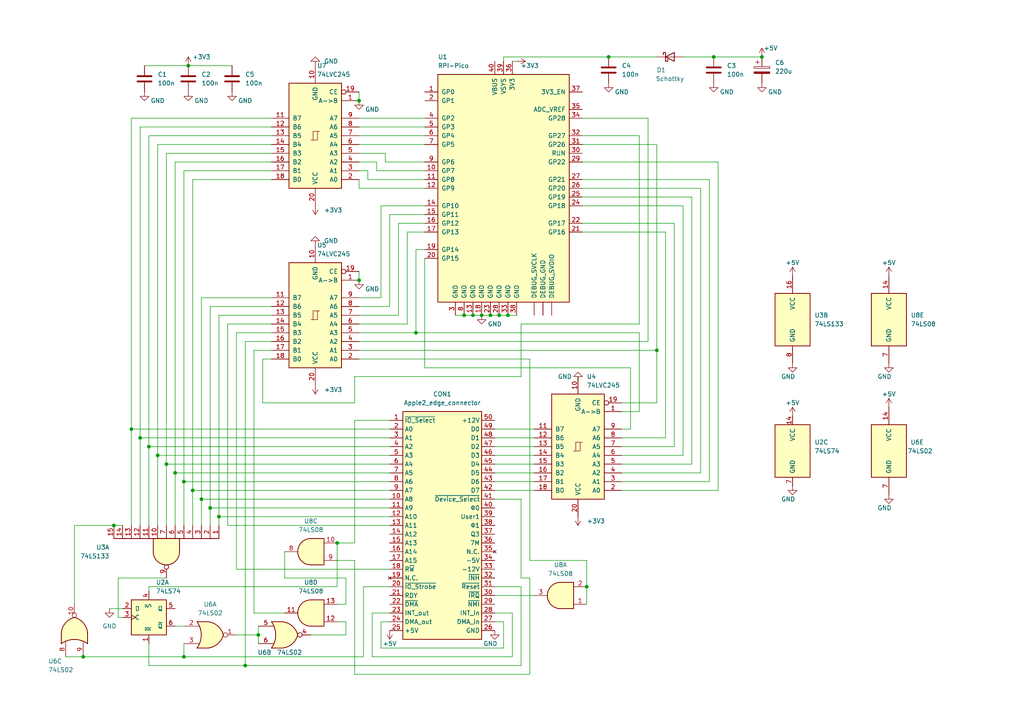
<source format=kicad_sch>
(kicad_sch (version 20211123) (generator eeschema)

  (uuid eaef1172-3351-417c-bfc4-74a598f141cb)

  (paper "A4")

  (title_block
    (title "A2PICO v1.5")
  )

  (lib_symbols
    (symbol "74xx:74HC02" (pin_names (offset 1.016)) (in_bom yes) (on_board yes)
      (property "Reference" "U" (id 0) (at 0 1.27 0)
        (effects (font (size 1.27 1.27)))
      )
      (property "Value" "74HC02" (id 1) (at 0 -1.27 0)
        (effects (font (size 1.27 1.27)))
      )
      (property "Footprint" "" (id 2) (at 0 0 0)
        (effects (font (size 1.27 1.27)) hide)
      )
      (property "Datasheet" "http://www.ti.com/lit/gpn/sn74hc02" (id 3) (at 0 0 0)
        (effects (font (size 1.27 1.27)) hide)
      )
      (property "ki_locked" "" (id 4) (at 0 0 0)
        (effects (font (size 1.27 1.27)))
      )
      (property "ki_keywords" "HCMOS Nor2" (id 5) (at 0 0 0)
        (effects (font (size 1.27 1.27)) hide)
      )
      (property "ki_description" "quad 2-input NOR gate" (id 6) (at 0 0 0)
        (effects (font (size 1.27 1.27)) hide)
      )
      (property "ki_fp_filters" "SO14* DIP*W7.62mm*" (id 7) (at 0 0 0)
        (effects (font (size 1.27 1.27)) hide)
      )
      (symbol "74HC02_1_1"
        (arc (start -3.81 -3.81) (mid -2.589 0) (end -3.81 3.81)
          (stroke (width 0.254) (type default) (color 0 0 0 0))
          (fill (type none))
        )
        (arc (start -0.6096 -3.81) (mid 2.1842 -2.5851) (end 3.81 0)
          (stroke (width 0.254) (type default) (color 0 0 0 0))
          (fill (type background))
        )
        (polyline
          (pts
            (xy -3.81 -3.81)
            (xy -0.635 -3.81)
          )
          (stroke (width 0.254) (type default) (color 0 0 0 0))
          (fill (type background))
        )
        (polyline
          (pts
            (xy -3.81 3.81)
            (xy -0.635 3.81)
          )
          (stroke (width 0.254) (type default) (color 0 0 0 0))
          (fill (type background))
        )
        (polyline
          (pts
            (xy -0.635 3.81)
            (xy -3.81 3.81)
            (xy -3.81 3.81)
            (xy -3.556 3.4036)
            (xy -3.0226 2.2606)
            (xy -2.6924 1.0414)
            (xy -2.6162 -0.254)
            (xy -2.7686 -1.4986)
            (xy -3.175 -2.7178)
            (xy -3.81 -3.81)
            (xy -3.81 -3.81)
            (xy -0.635 -3.81)
          )
          (stroke (width -25.4) (type default) (color 0 0 0 0))
          (fill (type background))
        )
        (arc (start 3.81 0) (mid 2.1915 2.5936) (end -0.6096 3.81)
          (stroke (width 0.254) (type default) (color 0 0 0 0))
          (fill (type background))
        )
        (pin output inverted (at 7.62 0 180) (length 3.81)
          (name "~" (effects (font (size 1.27 1.27))))
          (number "1" (effects (font (size 1.27 1.27))))
        )
        (pin input line (at -7.62 2.54 0) (length 4.318)
          (name "~" (effects (font (size 1.27 1.27))))
          (number "2" (effects (font (size 1.27 1.27))))
        )
        (pin input line (at -7.62 -2.54 0) (length 4.318)
          (name "~" (effects (font (size 1.27 1.27))))
          (number "3" (effects (font (size 1.27 1.27))))
        )
      )
      (symbol "74HC02_1_2"
        (arc (start 0 -3.81) (mid 3.81 0) (end 0 3.81)
          (stroke (width 0.254) (type default) (color 0 0 0 0))
          (fill (type background))
        )
        (polyline
          (pts
            (xy 0 3.81)
            (xy -3.81 3.81)
            (xy -3.81 -3.81)
            (xy 0 -3.81)
          )
          (stroke (width 0.254) (type default) (color 0 0 0 0))
          (fill (type background))
        )
        (pin output line (at 7.62 0 180) (length 3.81)
          (name "~" (effects (font (size 1.27 1.27))))
          (number "1" (effects (font (size 1.27 1.27))))
        )
        (pin input inverted (at -7.62 2.54 0) (length 3.81)
          (name "~" (effects (font (size 1.27 1.27))))
          (number "2" (effects (font (size 1.27 1.27))))
        )
        (pin input inverted (at -7.62 -2.54 0) (length 3.81)
          (name "~" (effects (font (size 1.27 1.27))))
          (number "3" (effects (font (size 1.27 1.27))))
        )
      )
      (symbol "74HC02_2_1"
        (arc (start -3.81 -3.81) (mid -2.589 0) (end -3.81 3.81)
          (stroke (width 0.254) (type default) (color 0 0 0 0))
          (fill (type none))
        )
        (arc (start -0.6096 -3.81) (mid 2.1842 -2.5851) (end 3.81 0)
          (stroke (width 0.254) (type default) (color 0 0 0 0))
          (fill (type background))
        )
        (polyline
          (pts
            (xy -3.81 -3.81)
            (xy -0.635 -3.81)
          )
          (stroke (width 0.254) (type default) (color 0 0 0 0))
          (fill (type background))
        )
        (polyline
          (pts
            (xy -3.81 3.81)
            (xy -0.635 3.81)
          )
          (stroke (width 0.254) (type default) (color 0 0 0 0))
          (fill (type background))
        )
        (polyline
          (pts
            (xy -0.635 3.81)
            (xy -3.81 3.81)
            (xy -3.81 3.81)
            (xy -3.556 3.4036)
            (xy -3.0226 2.2606)
            (xy -2.6924 1.0414)
            (xy -2.6162 -0.254)
            (xy -2.7686 -1.4986)
            (xy -3.175 -2.7178)
            (xy -3.81 -3.81)
            (xy -3.81 -3.81)
            (xy -0.635 -3.81)
          )
          (stroke (width -25.4) (type default) (color 0 0 0 0))
          (fill (type background))
        )
        (arc (start 3.81 0) (mid 2.1915 2.5936) (end -0.6096 3.81)
          (stroke (width 0.254) (type default) (color 0 0 0 0))
          (fill (type background))
        )
        (pin output inverted (at 7.62 0 180) (length 3.81)
          (name "~" (effects (font (size 1.27 1.27))))
          (number "4" (effects (font (size 1.27 1.27))))
        )
        (pin input line (at -7.62 2.54 0) (length 4.318)
          (name "~" (effects (font (size 1.27 1.27))))
          (number "5" (effects (font (size 1.27 1.27))))
        )
        (pin input line (at -7.62 -2.54 0) (length 4.318)
          (name "~" (effects (font (size 1.27 1.27))))
          (number "6" (effects (font (size 1.27 1.27))))
        )
      )
      (symbol "74HC02_2_2"
        (arc (start 0 -3.81) (mid 3.81 0) (end 0 3.81)
          (stroke (width 0.254) (type default) (color 0 0 0 0))
          (fill (type background))
        )
        (polyline
          (pts
            (xy 0 3.81)
            (xy -3.81 3.81)
            (xy -3.81 -3.81)
            (xy 0 -3.81)
          )
          (stroke (width 0.254) (type default) (color 0 0 0 0))
          (fill (type background))
        )
        (pin output line (at 7.62 0 180) (length 3.81)
          (name "~" (effects (font (size 1.27 1.27))))
          (number "4" (effects (font (size 1.27 1.27))))
        )
        (pin input inverted (at -7.62 2.54 0) (length 3.81)
          (name "~" (effects (font (size 1.27 1.27))))
          (number "5" (effects (font (size 1.27 1.27))))
        )
        (pin input inverted (at -7.62 -2.54 0) (length 3.81)
          (name "~" (effects (font (size 1.27 1.27))))
          (number "6" (effects (font (size 1.27 1.27))))
        )
      )
      (symbol "74HC02_3_1"
        (arc (start -3.81 -3.81) (mid -2.589 0) (end -3.81 3.81)
          (stroke (width 0.254) (type default) (color 0 0 0 0))
          (fill (type none))
        )
        (arc (start -0.6096 -3.81) (mid 2.1842 -2.5851) (end 3.81 0)
          (stroke (width 0.254) (type default) (color 0 0 0 0))
          (fill (type background))
        )
        (polyline
          (pts
            (xy -3.81 -3.81)
            (xy -0.635 -3.81)
          )
          (stroke (width 0.254) (type default) (color 0 0 0 0))
          (fill (type background))
        )
        (polyline
          (pts
            (xy -3.81 3.81)
            (xy -0.635 3.81)
          )
          (stroke (width 0.254) (type default) (color 0 0 0 0))
          (fill (type background))
        )
        (polyline
          (pts
            (xy -0.635 3.81)
            (xy -3.81 3.81)
            (xy -3.81 3.81)
            (xy -3.556 3.4036)
            (xy -3.0226 2.2606)
            (xy -2.6924 1.0414)
            (xy -2.6162 -0.254)
            (xy -2.7686 -1.4986)
            (xy -3.175 -2.7178)
            (xy -3.81 -3.81)
            (xy -3.81 -3.81)
            (xy -0.635 -3.81)
          )
          (stroke (width -25.4) (type default) (color 0 0 0 0))
          (fill (type background))
        )
        (arc (start 3.81 0) (mid 2.1915 2.5936) (end -0.6096 3.81)
          (stroke (width 0.254) (type default) (color 0 0 0 0))
          (fill (type background))
        )
        (pin output inverted (at 7.62 0 180) (length 3.81)
          (name "~" (effects (font (size 1.27 1.27))))
          (number "10" (effects (font (size 1.27 1.27))))
        )
        (pin input line (at -7.62 2.54 0) (length 4.318)
          (name "~" (effects (font (size 1.27 1.27))))
          (number "8" (effects (font (size 1.27 1.27))))
        )
        (pin input line (at -7.62 -2.54 0) (length 4.318)
          (name "~" (effects (font (size 1.27 1.27))))
          (number "9" (effects (font (size 1.27 1.27))))
        )
      )
      (symbol "74HC02_3_2"
        (arc (start 0 -3.81) (mid 3.81 0) (end 0 3.81)
          (stroke (width 0.254) (type default) (color 0 0 0 0))
          (fill (type background))
        )
        (polyline
          (pts
            (xy 0 3.81)
            (xy -3.81 3.81)
            (xy -3.81 -3.81)
            (xy 0 -3.81)
          )
          (stroke (width 0.254) (type default) (color 0 0 0 0))
          (fill (type background))
        )
        (pin output line (at 7.62 0 180) (length 3.81)
          (name "~" (effects (font (size 1.27 1.27))))
          (number "10" (effects (font (size 1.27 1.27))))
        )
        (pin input inverted (at -7.62 2.54 0) (length 3.81)
          (name "~" (effects (font (size 1.27 1.27))))
          (number "8" (effects (font (size 1.27 1.27))))
        )
        (pin input inverted (at -7.62 -2.54 0) (length 3.81)
          (name "~" (effects (font (size 1.27 1.27))))
          (number "9" (effects (font (size 1.27 1.27))))
        )
      )
      (symbol "74HC02_4_1"
        (arc (start -3.81 -3.81) (mid -2.589 0) (end -3.81 3.81)
          (stroke (width 0.254) (type default) (color 0 0 0 0))
          (fill (type none))
        )
        (arc (start -0.6096 -3.81) (mid 2.1842 -2.5851) (end 3.81 0)
          (stroke (width 0.254) (type default) (color 0 0 0 0))
          (fill (type background))
        )
        (polyline
          (pts
            (xy -3.81 -3.81)
            (xy -0.635 -3.81)
          )
          (stroke (width 0.254) (type default) (color 0 0 0 0))
          (fill (type background))
        )
        (polyline
          (pts
            (xy -3.81 3.81)
            (xy -0.635 3.81)
          )
          (stroke (width 0.254) (type default) (color 0 0 0 0))
          (fill (type background))
        )
        (polyline
          (pts
            (xy -0.635 3.81)
            (xy -3.81 3.81)
            (xy -3.81 3.81)
            (xy -3.556 3.4036)
            (xy -3.0226 2.2606)
            (xy -2.6924 1.0414)
            (xy -2.6162 -0.254)
            (xy -2.7686 -1.4986)
            (xy -3.175 -2.7178)
            (xy -3.81 -3.81)
            (xy -3.81 -3.81)
            (xy -0.635 -3.81)
          )
          (stroke (width -25.4) (type default) (color 0 0 0 0))
          (fill (type background))
        )
        (arc (start 3.81 0) (mid 2.1915 2.5936) (end -0.6096 3.81)
          (stroke (width 0.254) (type default) (color 0 0 0 0))
          (fill (type background))
        )
        (pin input line (at -7.62 2.54 0) (length 4.318)
          (name "~" (effects (font (size 1.27 1.27))))
          (number "11" (effects (font (size 1.27 1.27))))
        )
        (pin input line (at -7.62 -2.54 0) (length 4.318)
          (name "~" (effects (font (size 1.27 1.27))))
          (number "12" (effects (font (size 1.27 1.27))))
        )
        (pin output inverted (at 7.62 0 180) (length 3.81)
          (name "~" (effects (font (size 1.27 1.27))))
          (number "13" (effects (font (size 1.27 1.27))))
        )
      )
      (symbol "74HC02_4_2"
        (arc (start 0 -3.81) (mid 3.81 0) (end 0 3.81)
          (stroke (width 0.254) (type default) (color 0 0 0 0))
          (fill (type background))
        )
        (polyline
          (pts
            (xy 0 3.81)
            (xy -3.81 3.81)
            (xy -3.81 -3.81)
            (xy 0 -3.81)
          )
          (stroke (width 0.254) (type default) (color 0 0 0 0))
          (fill (type background))
        )
        (pin input inverted (at -7.62 2.54 0) (length 3.81)
          (name "~" (effects (font (size 1.27 1.27))))
          (number "11" (effects (font (size 1.27 1.27))))
        )
        (pin input inverted (at -7.62 -2.54 0) (length 3.81)
          (name "~" (effects (font (size 1.27 1.27))))
          (number "12" (effects (font (size 1.27 1.27))))
        )
        (pin output line (at 7.62 0 180) (length 3.81)
          (name "~" (effects (font (size 1.27 1.27))))
          (number "13" (effects (font (size 1.27 1.27))))
        )
      )
      (symbol "74HC02_5_0"
        (pin power_in line (at 0 12.7 270) (length 5.08)
          (name "VCC" (effects (font (size 1.27 1.27))))
          (number "14" (effects (font (size 1.27 1.27))))
        )
        (pin power_in line (at 0 -12.7 90) (length 5.08)
          (name "GND" (effects (font (size 1.27 1.27))))
          (number "7" (effects (font (size 1.27 1.27))))
        )
      )
      (symbol "74HC02_5_1"
        (rectangle (start -5.08 7.62) (end 5.08 -7.62)
          (stroke (width 0.254) (type default) (color 0 0 0 0))
          (fill (type background))
        )
      )
    )
    (symbol "74xx:74LS08" (pin_names (offset 1.016)) (in_bom yes) (on_board yes)
      (property "Reference" "U" (id 0) (at 0 1.27 0)
        (effects (font (size 1.27 1.27)))
      )
      (property "Value" "74LS08" (id 1) (at 0 -1.27 0)
        (effects (font (size 1.27 1.27)))
      )
      (property "Footprint" "" (id 2) (at 0 0 0)
        (effects (font (size 1.27 1.27)) hide)
      )
      (property "Datasheet" "http://www.ti.com/lit/gpn/sn74LS08" (id 3) (at 0 0 0)
        (effects (font (size 1.27 1.27)) hide)
      )
      (property "ki_locked" "" (id 4) (at 0 0 0)
        (effects (font (size 1.27 1.27)))
      )
      (property "ki_keywords" "TTL and2" (id 5) (at 0 0 0)
        (effects (font (size 1.27 1.27)) hide)
      )
      (property "ki_description" "Quad And2" (id 6) (at 0 0 0)
        (effects (font (size 1.27 1.27)) hide)
      )
      (property "ki_fp_filters" "DIP*W7.62mm*" (id 7) (at 0 0 0)
        (effects (font (size 1.27 1.27)) hide)
      )
      (symbol "74LS08_1_1"
        (arc (start 0 -3.81) (mid 3.81 0) (end 0 3.81)
          (stroke (width 0.254) (type default) (color 0 0 0 0))
          (fill (type background))
        )
        (polyline
          (pts
            (xy 0 3.81)
            (xy -3.81 3.81)
            (xy -3.81 -3.81)
            (xy 0 -3.81)
          )
          (stroke (width 0.254) (type default) (color 0 0 0 0))
          (fill (type background))
        )
        (pin input line (at -7.62 2.54 0) (length 3.81)
          (name "~" (effects (font (size 1.27 1.27))))
          (number "1" (effects (font (size 1.27 1.27))))
        )
        (pin input line (at -7.62 -2.54 0) (length 3.81)
          (name "~" (effects (font (size 1.27 1.27))))
          (number "2" (effects (font (size 1.27 1.27))))
        )
        (pin output line (at 7.62 0 180) (length 3.81)
          (name "~" (effects (font (size 1.27 1.27))))
          (number "3" (effects (font (size 1.27 1.27))))
        )
      )
      (symbol "74LS08_1_2"
        (arc (start -3.81 -3.81) (mid -2.589 0) (end -3.81 3.81)
          (stroke (width 0.254) (type default) (color 0 0 0 0))
          (fill (type none))
        )
        (arc (start -0.6096 -3.81) (mid 2.1842 -2.5851) (end 3.81 0)
          (stroke (width 0.254) (type default) (color 0 0 0 0))
          (fill (type background))
        )
        (polyline
          (pts
            (xy -3.81 -3.81)
            (xy -0.635 -3.81)
          )
          (stroke (width 0.254) (type default) (color 0 0 0 0))
          (fill (type background))
        )
        (polyline
          (pts
            (xy -3.81 3.81)
            (xy -0.635 3.81)
          )
          (stroke (width 0.254) (type default) (color 0 0 0 0))
          (fill (type background))
        )
        (polyline
          (pts
            (xy -0.635 3.81)
            (xy -3.81 3.81)
            (xy -3.81 3.81)
            (xy -3.556 3.4036)
            (xy -3.0226 2.2606)
            (xy -2.6924 1.0414)
            (xy -2.6162 -0.254)
            (xy -2.7686 -1.4986)
            (xy -3.175 -2.7178)
            (xy -3.81 -3.81)
            (xy -3.81 -3.81)
            (xy -0.635 -3.81)
          )
          (stroke (width -25.4) (type default) (color 0 0 0 0))
          (fill (type background))
        )
        (arc (start 3.81 0) (mid 2.1915 2.5936) (end -0.6096 3.81)
          (stroke (width 0.254) (type default) (color 0 0 0 0))
          (fill (type background))
        )
        (pin input inverted (at -7.62 2.54 0) (length 4.318)
          (name "~" (effects (font (size 1.27 1.27))))
          (number "1" (effects (font (size 1.27 1.27))))
        )
        (pin input inverted (at -7.62 -2.54 0) (length 4.318)
          (name "~" (effects (font (size 1.27 1.27))))
          (number "2" (effects (font (size 1.27 1.27))))
        )
        (pin output inverted (at 7.62 0 180) (length 3.81)
          (name "~" (effects (font (size 1.27 1.27))))
          (number "3" (effects (font (size 1.27 1.27))))
        )
      )
      (symbol "74LS08_2_1"
        (arc (start 0 -3.81) (mid 3.81 0) (end 0 3.81)
          (stroke (width 0.254) (type default) (color 0 0 0 0))
          (fill (type background))
        )
        (polyline
          (pts
            (xy 0 3.81)
            (xy -3.81 3.81)
            (xy -3.81 -3.81)
            (xy 0 -3.81)
          )
          (stroke (width 0.254) (type default) (color 0 0 0 0))
          (fill (type background))
        )
        (pin input line (at -7.62 2.54 0) (length 3.81)
          (name "~" (effects (font (size 1.27 1.27))))
          (number "4" (effects (font (size 1.27 1.27))))
        )
        (pin input line (at -7.62 -2.54 0) (length 3.81)
          (name "~" (effects (font (size 1.27 1.27))))
          (number "5" (effects (font (size 1.27 1.27))))
        )
        (pin output line (at 7.62 0 180) (length 3.81)
          (name "~" (effects (font (size 1.27 1.27))))
          (number "6" (effects (font (size 1.27 1.27))))
        )
      )
      (symbol "74LS08_2_2"
        (arc (start -3.81 -3.81) (mid -2.589 0) (end -3.81 3.81)
          (stroke (width 0.254) (type default) (color 0 0 0 0))
          (fill (type none))
        )
        (arc (start -0.6096 -3.81) (mid 2.1842 -2.5851) (end 3.81 0)
          (stroke (width 0.254) (type default) (color 0 0 0 0))
          (fill (type background))
        )
        (polyline
          (pts
            (xy -3.81 -3.81)
            (xy -0.635 -3.81)
          )
          (stroke (width 0.254) (type default) (color 0 0 0 0))
          (fill (type background))
        )
        (polyline
          (pts
            (xy -3.81 3.81)
            (xy -0.635 3.81)
          )
          (stroke (width 0.254) (type default) (color 0 0 0 0))
          (fill (type background))
        )
        (polyline
          (pts
            (xy -0.635 3.81)
            (xy -3.81 3.81)
            (xy -3.81 3.81)
            (xy -3.556 3.4036)
            (xy -3.0226 2.2606)
            (xy -2.6924 1.0414)
            (xy -2.6162 -0.254)
            (xy -2.7686 -1.4986)
            (xy -3.175 -2.7178)
            (xy -3.81 -3.81)
            (xy -3.81 -3.81)
            (xy -0.635 -3.81)
          )
          (stroke (width -25.4) (type default) (color 0 0 0 0))
          (fill (type background))
        )
        (arc (start 3.81 0) (mid 2.1915 2.5936) (end -0.6096 3.81)
          (stroke (width 0.254) (type default) (color 0 0 0 0))
          (fill (type background))
        )
        (pin input inverted (at -7.62 2.54 0) (length 4.318)
          (name "~" (effects (font (size 1.27 1.27))))
          (number "4" (effects (font (size 1.27 1.27))))
        )
        (pin input inverted (at -7.62 -2.54 0) (length 4.318)
          (name "~" (effects (font (size 1.27 1.27))))
          (number "5" (effects (font (size 1.27 1.27))))
        )
        (pin output inverted (at 7.62 0 180) (length 3.81)
          (name "~" (effects (font (size 1.27 1.27))))
          (number "6" (effects (font (size 1.27 1.27))))
        )
      )
      (symbol "74LS08_3_1"
        (arc (start 0 -3.81) (mid 3.81 0) (end 0 3.81)
          (stroke (width 0.254) (type default) (color 0 0 0 0))
          (fill (type background))
        )
        (polyline
          (pts
            (xy 0 3.81)
            (xy -3.81 3.81)
            (xy -3.81 -3.81)
            (xy 0 -3.81)
          )
          (stroke (width 0.254) (type default) (color 0 0 0 0))
          (fill (type background))
        )
        (pin input line (at -7.62 -2.54 0) (length 3.81)
          (name "~" (effects (font (size 1.27 1.27))))
          (number "10" (effects (font (size 1.27 1.27))))
        )
        (pin output line (at 7.62 0 180) (length 3.81)
          (name "~" (effects (font (size 1.27 1.27))))
          (number "8" (effects (font (size 1.27 1.27))))
        )
        (pin input line (at -7.62 2.54 0) (length 3.81)
          (name "~" (effects (font (size 1.27 1.27))))
          (number "9" (effects (font (size 1.27 1.27))))
        )
      )
      (symbol "74LS08_3_2"
        (arc (start -3.81 -3.81) (mid -2.589 0) (end -3.81 3.81)
          (stroke (width 0.254) (type default) (color 0 0 0 0))
          (fill (type none))
        )
        (arc (start -0.6096 -3.81) (mid 2.1842 -2.5851) (end 3.81 0)
          (stroke (width 0.254) (type default) (color 0 0 0 0))
          (fill (type background))
        )
        (polyline
          (pts
            (xy -3.81 -3.81)
            (xy -0.635 -3.81)
          )
          (stroke (width 0.254) (type default) (color 0 0 0 0))
          (fill (type background))
        )
        (polyline
          (pts
            (xy -3.81 3.81)
            (xy -0.635 3.81)
          )
          (stroke (width 0.254) (type default) (color 0 0 0 0))
          (fill (type background))
        )
        (polyline
          (pts
            (xy -0.635 3.81)
            (xy -3.81 3.81)
            (xy -3.81 3.81)
            (xy -3.556 3.4036)
            (xy -3.0226 2.2606)
            (xy -2.6924 1.0414)
            (xy -2.6162 -0.254)
            (xy -2.7686 -1.4986)
            (xy -3.175 -2.7178)
            (xy -3.81 -3.81)
            (xy -3.81 -3.81)
            (xy -0.635 -3.81)
          )
          (stroke (width -25.4) (type default) (color 0 0 0 0))
          (fill (type background))
        )
        (arc (start 3.81 0) (mid 2.1915 2.5936) (end -0.6096 3.81)
          (stroke (width 0.254) (type default) (color 0 0 0 0))
          (fill (type background))
        )
        (pin input inverted (at -7.62 -2.54 0) (length 4.318)
          (name "~" (effects (font (size 1.27 1.27))))
          (number "10" (effects (font (size 1.27 1.27))))
        )
        (pin output inverted (at 7.62 0 180) (length 3.81)
          (name "~" (effects (font (size 1.27 1.27))))
          (number "8" (effects (font (size 1.27 1.27))))
        )
        (pin input inverted (at -7.62 2.54 0) (length 4.318)
          (name "~" (effects (font (size 1.27 1.27))))
          (number "9" (effects (font (size 1.27 1.27))))
        )
      )
      (symbol "74LS08_4_1"
        (arc (start 0 -3.81) (mid 3.81 0) (end 0 3.81)
          (stroke (width 0.254) (type default) (color 0 0 0 0))
          (fill (type background))
        )
        (polyline
          (pts
            (xy 0 3.81)
            (xy -3.81 3.81)
            (xy -3.81 -3.81)
            (xy 0 -3.81)
          )
          (stroke (width 0.254) (type default) (color 0 0 0 0))
          (fill (type background))
        )
        (pin output line (at 7.62 0 180) (length 3.81)
          (name "~" (effects (font (size 1.27 1.27))))
          (number "11" (effects (font (size 1.27 1.27))))
        )
        (pin input line (at -7.62 2.54 0) (length 3.81)
          (name "~" (effects (font (size 1.27 1.27))))
          (number "12" (effects (font (size 1.27 1.27))))
        )
        (pin input line (at -7.62 -2.54 0) (length 3.81)
          (name "~" (effects (font (size 1.27 1.27))))
          (number "13" (effects (font (size 1.27 1.27))))
        )
      )
      (symbol "74LS08_4_2"
        (arc (start -3.81 -3.81) (mid -2.589 0) (end -3.81 3.81)
          (stroke (width 0.254) (type default) (color 0 0 0 0))
          (fill (type none))
        )
        (arc (start -0.6096 -3.81) (mid 2.1842 -2.5851) (end 3.81 0)
          (stroke (width 0.254) (type default) (color 0 0 0 0))
          (fill (type background))
        )
        (polyline
          (pts
            (xy -3.81 -3.81)
            (xy -0.635 -3.81)
          )
          (stroke (width 0.254) (type default) (color 0 0 0 0))
          (fill (type background))
        )
        (polyline
          (pts
            (xy -3.81 3.81)
            (xy -0.635 3.81)
          )
          (stroke (width 0.254) (type default) (color 0 0 0 0))
          (fill (type background))
        )
        (polyline
          (pts
            (xy -0.635 3.81)
            (xy -3.81 3.81)
            (xy -3.81 3.81)
            (xy -3.556 3.4036)
            (xy -3.0226 2.2606)
            (xy -2.6924 1.0414)
            (xy -2.6162 -0.254)
            (xy -2.7686 -1.4986)
            (xy -3.175 -2.7178)
            (xy -3.81 -3.81)
            (xy -3.81 -3.81)
            (xy -0.635 -3.81)
          )
          (stroke (width -25.4) (type default) (color 0 0 0 0))
          (fill (type background))
        )
        (arc (start 3.81 0) (mid 2.1915 2.5936) (end -0.6096 3.81)
          (stroke (width 0.254) (type default) (color 0 0 0 0))
          (fill (type background))
        )
        (pin output inverted (at 7.62 0 180) (length 3.81)
          (name "~" (effects (font (size 1.27 1.27))))
          (number "11" (effects (font (size 1.27 1.27))))
        )
        (pin input inverted (at -7.62 2.54 0) (length 4.318)
          (name "~" (effects (font (size 1.27 1.27))))
          (number "12" (effects (font (size 1.27 1.27))))
        )
        (pin input inverted (at -7.62 -2.54 0) (length 4.318)
          (name "~" (effects (font (size 1.27 1.27))))
          (number "13" (effects (font (size 1.27 1.27))))
        )
      )
      (symbol "74LS08_5_0"
        (pin power_in line (at 0 12.7 270) (length 5.08)
          (name "VCC" (effects (font (size 1.27 1.27))))
          (number "14" (effects (font (size 1.27 1.27))))
        )
        (pin power_in line (at 0 -12.7 90) (length 5.08)
          (name "GND" (effects (font (size 1.27 1.27))))
          (number "7" (effects (font (size 1.27 1.27))))
        )
      )
      (symbol "74LS08_5_1"
        (rectangle (start -5.08 7.62) (end 5.08 -7.62)
          (stroke (width 0.254) (type default) (color 0 0 0 0))
          (fill (type background))
        )
      )
    )
    (symbol "74xx:74LS133" (pin_names (offset 1.016)) (in_bom yes) (on_board yes)
      (property "Reference" "U" (id 0) (at 0 1.27 0)
        (effects (font (size 1.27 1.27)))
      )
      (property "Value" "74LS133" (id 1) (at 0 -1.27 0)
        (effects (font (size 1.27 1.27)))
      )
      (property "Footprint" "" (id 2) (at 0 0 0)
        (effects (font (size 1.27 1.27)) hide)
      )
      (property "Datasheet" "http://www.ti.com/lit/gpn/sn74LS133" (id 3) (at 0 0 0)
        (effects (font (size 1.27 1.27)) hide)
      )
      (property "ki_locked" "" (id 4) (at 0 0 0)
        (effects (font (size 1.27 1.27)))
      )
      (property "ki_keywords" "TTL Nand13" (id 5) (at 0 0 0)
        (effects (font (size 1.27 1.27)) hide)
      )
      (property "ki_description" "NAND 13-input" (id 6) (at 0 0 0)
        (effects (font (size 1.27 1.27)) hide)
      )
      (property "ki_fp_filters" "DIP?16*" (id 7) (at 0 0 0)
        (effects (font (size 1.27 1.27)) hide)
      )
      (symbol "74LS133_1_1"
        (arc (start 0 -3.81) (mid 3.81 0) (end 0 3.81)
          (stroke (width 0.254) (type default) (color 0 0 0 0))
          (fill (type background))
        )
        (polyline
          (pts
            (xy -3.81 15.24)
            (xy -3.81 -15.24)
          )
          (stroke (width 0.254) (type default) (color 0 0 0 0))
          (fill (type none))
        )
        (polyline
          (pts
            (xy 0 3.81)
            (xy -3.81 3.81)
            (xy -3.81 -3.81)
            (xy 0 -3.81)
          )
          (stroke (width 0.254) (type default) (color 0 0 0 0))
          (fill (type background))
        )
        (pin input line (at -7.62 15.24 0) (length 3.81)
          (name "~" (effects (font (size 1.27 1.27))))
          (number "1" (effects (font (size 1.27 1.27))))
        )
        (pin input line (at -7.62 -2.54 0) (length 3.81)
          (name "~" (effects (font (size 1.27 1.27))))
          (number "10" (effects (font (size 1.27 1.27))))
        )
        (pin input line (at -7.62 -5.08 0) (length 3.81)
          (name "~" (effects (font (size 1.27 1.27))))
          (number "11" (effects (font (size 1.27 1.27))))
        )
        (pin input line (at -7.62 -7.62 0) (length 3.81)
          (name "~" (effects (font (size 1.27 1.27))))
          (number "12" (effects (font (size 1.27 1.27))))
        )
        (pin input line (at -7.62 -10.16 0) (length 3.81)
          (name "~" (effects (font (size 1.27 1.27))))
          (number "13" (effects (font (size 1.27 1.27))))
        )
        (pin input line (at -7.62 -12.7 0) (length 3.81)
          (name "~" (effects (font (size 1.27 1.27))))
          (number "14" (effects (font (size 1.27 1.27))))
        )
        (pin input line (at -7.62 -15.24 0) (length 3.81)
          (name "~" (effects (font (size 1.27 1.27))))
          (number "15" (effects (font (size 1.27 1.27))))
        )
        (pin input line (at -7.62 12.7 0) (length 3.81)
          (name "~" (effects (font (size 1.27 1.27))))
          (number "2" (effects (font (size 1.27 1.27))))
        )
        (pin input line (at -7.62 10.16 0) (length 3.81)
          (name "~" (effects (font (size 1.27 1.27))))
          (number "3" (effects (font (size 1.27 1.27))))
        )
        (pin input line (at -7.62 7.62 0) (length 3.81)
          (name "~" (effects (font (size 1.27 1.27))))
          (number "4" (effects (font (size 1.27 1.27))))
        )
        (pin input line (at -7.62 5.08 0) (length 3.81)
          (name "~" (effects (font (size 1.27 1.27))))
          (number "5" (effects (font (size 1.27 1.27))))
        )
        (pin input line (at -7.62 2.54 0) (length 3.81)
          (name "~" (effects (font (size 1.27 1.27))))
          (number "6" (effects (font (size 1.27 1.27))))
        )
        (pin input line (at -7.62 0 0) (length 3.81)
          (name "~" (effects (font (size 1.27 1.27))))
          (number "7" (effects (font (size 1.27 1.27))))
        )
        (pin output inverted (at 7.62 0 180) (length 3.81)
          (name "~" (effects (font (size 1.27 1.27))))
          (number "9" (effects (font (size 1.27 1.27))))
        )
      )
      (symbol "74LS133_1_2"
        (arc (start -3.81 -3.81) (mid -2.589 0) (end -3.81 3.81)
          (stroke (width 0.254) (type default) (color 0 0 0 0))
          (fill (type none))
        )
        (arc (start -0.6096 -3.81) (mid 2.1842 -2.5851) (end 3.81 0)
          (stroke (width 0.254) (type default) (color 0 0 0 0))
          (fill (type background))
        )
        (polyline
          (pts
            (xy -3.81 -3.81)
            (xy -3.81 -15.24)
          )
          (stroke (width 0.254) (type default) (color 0 0 0 0))
          (fill (type none))
        )
        (polyline
          (pts
            (xy -3.81 -3.81)
            (xy -0.635 -3.81)
          )
          (stroke (width 0.254) (type default) (color 0 0 0 0))
          (fill (type background))
        )
        (polyline
          (pts
            (xy -3.81 3.81)
            (xy -0.635 3.81)
          )
          (stroke (width 0.254) (type default) (color 0 0 0 0))
          (fill (type background))
        )
        (polyline
          (pts
            (xy -3.81 15.24)
            (xy -3.81 3.81)
          )
          (stroke (width 0.254) (type default) (color 0 0 0 0))
          (fill (type none))
        )
        (polyline
          (pts
            (xy -0.635 3.81)
            (xy -3.81 3.81)
            (xy -3.81 3.81)
            (xy -3.556 3.4036)
            (xy -3.0226 2.2606)
            (xy -2.6924 1.0414)
            (xy -2.6162 -0.254)
            (xy -2.7686 -1.4986)
            (xy -3.175 -2.7178)
            (xy -3.81 -3.81)
            (xy -3.81 -3.81)
            (xy -0.635 -3.81)
          )
          (stroke (width -25.4) (type default) (color 0 0 0 0))
          (fill (type background))
        )
        (arc (start 3.81 0) (mid 2.1915 2.5936) (end -0.6096 3.81)
          (stroke (width 0.254) (type default) (color 0 0 0 0))
          (fill (type background))
        )
        (pin input inverted (at -7.62 15.24 0) (length 3.81)
          (name "~" (effects (font (size 1.27 1.27))))
          (number "1" (effects (font (size 1.27 1.27))))
        )
        (pin input inverted (at -7.62 -2.54 0) (length 4.5466)
          (name "~" (effects (font (size 1.27 1.27))))
          (number "10" (effects (font (size 1.27 1.27))))
        )
        (pin input inverted (at -7.62 -5.08 0) (length 3.81)
          (name "~" (effects (font (size 1.27 1.27))))
          (number "11" (effects (font (size 1.27 1.27))))
        )
        (pin input inverted (at -7.62 -7.62 0) (length 3.81)
          (name "~" (effects (font (size 1.27 1.27))))
          (number "12" (effects (font (size 1.27 1.27))))
        )
        (pin input inverted (at -7.62 -10.16 0) (length 3.81)
          (name "~" (effects (font (size 1.27 1.27))))
          (number "13" (effects (font (size 1.27 1.27))))
        )
        (pin input inverted (at -7.62 -12.7 0) (length 3.81)
          (name "~" (effects (font (size 1.27 1.27))))
          (number "14" (effects (font (size 1.27 1.27))))
        )
        (pin input inverted (at -7.62 -15.24 0) (length 3.81)
          (name "~" (effects (font (size 1.27 1.27))))
          (number "15" (effects (font (size 1.27 1.27))))
        )
        (pin input inverted (at -7.62 12.7 0) (length 3.81)
          (name "~" (effects (font (size 1.27 1.27))))
          (number "2" (effects (font (size 1.27 1.27))))
        )
        (pin input inverted (at -7.62 10.16 0) (length 3.81)
          (name "~" (effects (font (size 1.27 1.27))))
          (number "3" (effects (font (size 1.27 1.27))))
        )
        (pin input inverted (at -7.62 7.62 0) (length 3.81)
          (name "~" (effects (font (size 1.27 1.27))))
          (number "4" (effects (font (size 1.27 1.27))))
        )
        (pin input inverted (at -7.62 5.08 0) (length 3.81)
          (name "~" (effects (font (size 1.27 1.27))))
          (number "5" (effects (font (size 1.27 1.27))))
        )
        (pin input inverted (at -7.62 2.54 0) (length 4.5466)
          (name "~" (effects (font (size 1.27 1.27))))
          (number "6" (effects (font (size 1.27 1.27))))
        )
        (pin input inverted (at -7.62 0 0) (length 5.08)
          (name "~" (effects (font (size 1.27 1.27))))
          (number "7" (effects (font (size 1.27 1.27))))
        )
        (pin output line (at 7.62 0 180) (length 3.81)
          (name "~" (effects (font (size 1.27 1.27))))
          (number "9" (effects (font (size 1.27 1.27))))
        )
      )
      (symbol "74LS133_2_0"
        (pin power_in line (at 0 12.7 270) (length 5.08)
          (name "VCC" (effects (font (size 1.27 1.27))))
          (number "16" (effects (font (size 1.27 1.27))))
        )
        (pin power_in line (at 0 -12.7 90) (length 5.08)
          (name "GND" (effects (font (size 1.27 1.27))))
          (number "8" (effects (font (size 1.27 1.27))))
        )
      )
      (symbol "74LS133_2_1"
        (rectangle (start -5.08 7.62) (end 5.08 -7.62)
          (stroke (width 0.254) (type default) (color 0 0 0 0))
          (fill (type background))
        )
      )
    )
    (symbol "74xx:74LS245" (pin_names (offset 1.016)) (in_bom yes) (on_board yes)
      (property "Reference" "U" (id 0) (at -7.62 16.51 0)
        (effects (font (size 1.27 1.27)))
      )
      (property "Value" "74LS245" (id 1) (at -7.62 -16.51 0)
        (effects (font (size 1.27 1.27)))
      )
      (property "Footprint" "" (id 2) (at 0 0 0)
        (effects (font (size 1.27 1.27)) hide)
      )
      (property "Datasheet" "http://www.ti.com/lit/gpn/sn74LS245" (id 3) (at 0 0 0)
        (effects (font (size 1.27 1.27)) hide)
      )
      (property "ki_locked" "" (id 4) (at 0 0 0)
        (effects (font (size 1.27 1.27)))
      )
      (property "ki_keywords" "TTL BUS 3State" (id 5) (at 0 0 0)
        (effects (font (size 1.27 1.27)) hide)
      )
      (property "ki_description" "Octal BUS Transceivers, 3-State outputs" (id 6) (at 0 0 0)
        (effects (font (size 1.27 1.27)) hide)
      )
      (property "ki_fp_filters" "DIP?20*" (id 7) (at 0 0 0)
        (effects (font (size 1.27 1.27)) hide)
      )
      (symbol "74LS245_1_0"
        (polyline
          (pts
            (xy -0.635 -1.27)
            (xy -0.635 1.27)
            (xy 0.635 1.27)
          )
          (stroke (width 0) (type default) (color 0 0 0 0))
          (fill (type none))
        )
        (polyline
          (pts
            (xy -1.27 -1.27)
            (xy 0.635 -1.27)
            (xy 0.635 1.27)
            (xy 1.27 1.27)
          )
          (stroke (width 0) (type default) (color 0 0 0 0))
          (fill (type none))
        )
        (pin input line (at -12.7 -10.16 0) (length 5.08)
          (name "A->B" (effects (font (size 1.27 1.27))))
          (number "1" (effects (font (size 1.27 1.27))))
        )
        (pin power_in line (at 0 -20.32 90) (length 5.08)
          (name "GND" (effects (font (size 1.27 1.27))))
          (number "10" (effects (font (size 1.27 1.27))))
        )
        (pin tri_state line (at 12.7 -5.08 180) (length 5.08)
          (name "B7" (effects (font (size 1.27 1.27))))
          (number "11" (effects (font (size 1.27 1.27))))
        )
        (pin tri_state line (at 12.7 -2.54 180) (length 5.08)
          (name "B6" (effects (font (size 1.27 1.27))))
          (number "12" (effects (font (size 1.27 1.27))))
        )
        (pin tri_state line (at 12.7 0 180) (length 5.08)
          (name "B5" (effects (font (size 1.27 1.27))))
          (number "13" (effects (font (size 1.27 1.27))))
        )
        (pin tri_state line (at 12.7 2.54 180) (length 5.08)
          (name "B4" (effects (font (size 1.27 1.27))))
          (number "14" (effects (font (size 1.27 1.27))))
        )
        (pin tri_state line (at 12.7 5.08 180) (length 5.08)
          (name "B3" (effects (font (size 1.27 1.27))))
          (number "15" (effects (font (size 1.27 1.27))))
        )
        (pin tri_state line (at 12.7 7.62 180) (length 5.08)
          (name "B2" (effects (font (size 1.27 1.27))))
          (number "16" (effects (font (size 1.27 1.27))))
        )
        (pin tri_state line (at 12.7 10.16 180) (length 5.08)
          (name "B1" (effects (font (size 1.27 1.27))))
          (number "17" (effects (font (size 1.27 1.27))))
        )
        (pin tri_state line (at 12.7 12.7 180) (length 5.08)
          (name "B0" (effects (font (size 1.27 1.27))))
          (number "18" (effects (font (size 1.27 1.27))))
        )
        (pin input inverted (at -12.7 -12.7 0) (length 5.08)
          (name "CE" (effects (font (size 1.27 1.27))))
          (number "19" (effects (font (size 1.27 1.27))))
        )
        (pin tri_state line (at -12.7 12.7 0) (length 5.08)
          (name "A0" (effects (font (size 1.27 1.27))))
          (number "2" (effects (font (size 1.27 1.27))))
        )
        (pin power_in line (at 0 20.32 270) (length 5.08)
          (name "VCC" (effects (font (size 1.27 1.27))))
          (number "20" (effects (font (size 1.27 1.27))))
        )
        (pin tri_state line (at -12.7 10.16 0) (length 5.08)
          (name "A1" (effects (font (size 1.27 1.27))))
          (number "3" (effects (font (size 1.27 1.27))))
        )
        (pin tri_state line (at -12.7 7.62 0) (length 5.08)
          (name "A2" (effects (font (size 1.27 1.27))))
          (number "4" (effects (font (size 1.27 1.27))))
        )
        (pin tri_state line (at -12.7 5.08 0) (length 5.08)
          (name "A3" (effects (font (size 1.27 1.27))))
          (number "5" (effects (font (size 1.27 1.27))))
        )
        (pin tri_state line (at -12.7 2.54 0) (length 5.08)
          (name "A4" (effects (font (size 1.27 1.27))))
          (number "6" (effects (font (size 1.27 1.27))))
        )
        (pin tri_state line (at -12.7 0 0) (length 5.08)
          (name "A5" (effects (font (size 1.27 1.27))))
          (number "7" (effects (font (size 1.27 1.27))))
        )
        (pin tri_state line (at -12.7 -2.54 0) (length 5.08)
          (name "A6" (effects (font (size 1.27 1.27))))
          (number "8" (effects (font (size 1.27 1.27))))
        )
        (pin tri_state line (at -12.7 -5.08 0) (length 5.08)
          (name "A7" (effects (font (size 1.27 1.27))))
          (number "9" (effects (font (size 1.27 1.27))))
        )
      )
      (symbol "74LS245_1_1"
        (rectangle (start -7.62 15.24) (end 7.62 -15.24)
          (stroke (width 0.254) (type default) (color 0 0 0 0))
          (fill (type background))
        )
      )
    )
    (symbol "74xx:74LS74" (pin_names (offset 1.016)) (in_bom yes) (on_board yes)
      (property "Reference" "U" (id 0) (at -7.62 8.89 0)
        (effects (font (size 1.27 1.27)))
      )
      (property "Value" "74LS74" (id 1) (at -7.62 -8.89 0)
        (effects (font (size 1.27 1.27)))
      )
      (property "Footprint" "" (id 2) (at 0 0 0)
        (effects (font (size 1.27 1.27)) hide)
      )
      (property "Datasheet" "74xx/74hc_hct74.pdf" (id 3) (at 0 0 0)
        (effects (font (size 1.27 1.27)) hide)
      )
      (property "ki_locked" "" (id 4) (at 0 0 0)
        (effects (font (size 1.27 1.27)))
      )
      (property "ki_keywords" "TTL DFF" (id 5) (at 0 0 0)
        (effects (font (size 1.27 1.27)) hide)
      )
      (property "ki_description" "Dual D Flip-flop, Set & Reset" (id 6) (at 0 0 0)
        (effects (font (size 1.27 1.27)) hide)
      )
      (property "ki_fp_filters" "DIP*W7.62mm*" (id 7) (at 0 0 0)
        (effects (font (size 1.27 1.27)) hide)
      )
      (symbol "74LS74_1_0"
        (pin input line (at 0 -7.62 90) (length 2.54)
          (name "~{R}" (effects (font (size 1.27 1.27))))
          (number "1" (effects (font (size 1.27 1.27))))
        )
        (pin input line (at -7.62 2.54 0) (length 2.54)
          (name "D" (effects (font (size 1.27 1.27))))
          (number "2" (effects (font (size 1.27 1.27))))
        )
        (pin input clock (at -7.62 0 0) (length 2.54)
          (name "C" (effects (font (size 1.27 1.27))))
          (number "3" (effects (font (size 1.27 1.27))))
        )
        (pin input line (at 0 7.62 270) (length 2.54)
          (name "~{S}" (effects (font (size 1.27 1.27))))
          (number "4" (effects (font (size 1.27 1.27))))
        )
        (pin output line (at 7.62 2.54 180) (length 2.54)
          (name "Q" (effects (font (size 1.27 1.27))))
          (number "5" (effects (font (size 1.27 1.27))))
        )
        (pin output line (at 7.62 -2.54 180) (length 2.54)
          (name "~{Q}" (effects (font (size 1.27 1.27))))
          (number "6" (effects (font (size 1.27 1.27))))
        )
      )
      (symbol "74LS74_1_1"
        (rectangle (start -5.08 5.08) (end 5.08 -5.08)
          (stroke (width 0.254) (type default) (color 0 0 0 0))
          (fill (type background))
        )
      )
      (symbol "74LS74_2_0"
        (pin input line (at 0 7.62 270) (length 2.54)
          (name "~{S}" (effects (font (size 1.27 1.27))))
          (number "10" (effects (font (size 1.27 1.27))))
        )
        (pin input clock (at -7.62 0 0) (length 2.54)
          (name "C" (effects (font (size 1.27 1.27))))
          (number "11" (effects (font (size 1.27 1.27))))
        )
        (pin input line (at -7.62 2.54 0) (length 2.54)
          (name "D" (effects (font (size 1.27 1.27))))
          (number "12" (effects (font (size 1.27 1.27))))
        )
        (pin input line (at 0 -7.62 90) (length 2.54)
          (name "~{R}" (effects (font (size 1.27 1.27))))
          (number "13" (effects (font (size 1.27 1.27))))
        )
        (pin output line (at 7.62 -2.54 180) (length 2.54)
          (name "~{Q}" (effects (font (size 1.27 1.27))))
          (number "8" (effects (font (size 1.27 1.27))))
        )
        (pin output line (at 7.62 2.54 180) (length 2.54)
          (name "Q" (effects (font (size 1.27 1.27))))
          (number "9" (effects (font (size 1.27 1.27))))
        )
      )
      (symbol "74LS74_2_1"
        (rectangle (start -5.08 5.08) (end 5.08 -5.08)
          (stroke (width 0.254) (type default) (color 0 0 0 0))
          (fill (type background))
        )
      )
      (symbol "74LS74_3_0"
        (pin power_in line (at 0 10.16 270) (length 2.54)
          (name "VCC" (effects (font (size 1.27 1.27))))
          (number "14" (effects (font (size 1.27 1.27))))
        )
        (pin power_in line (at 0 -10.16 90) (length 2.54)
          (name "GND" (effects (font (size 1.27 1.27))))
          (number "7" (effects (font (size 1.27 1.27))))
        )
      )
      (symbol "74LS74_3_1"
        (rectangle (start -5.08 7.62) (end 5.08 -7.62)
          (stroke (width 0.254) (type default) (color 0 0 0 0))
          (fill (type background))
        )
      )
    )
    (symbol "Device:C" (pin_numbers hide) (pin_names (offset 0.254)) (in_bom yes) (on_board yes)
      (property "Reference" "C" (id 0) (at 0.635 2.54 0)
        (effects (font (size 1.27 1.27)) (justify left))
      )
      (property "Value" "C" (id 1) (at 0.635 -2.54 0)
        (effects (font (size 1.27 1.27)) (justify left))
      )
      (property "Footprint" "" (id 2) (at 0.9652 -3.81 0)
        (effects (font (size 1.27 1.27)) hide)
      )
      (property "Datasheet" "~" (id 3) (at 0 0 0)
        (effects (font (size 1.27 1.27)) hide)
      )
      (property "ki_keywords" "cap capacitor" (id 4) (at 0 0 0)
        (effects (font (size 1.27 1.27)) hide)
      )
      (property "ki_description" "Unpolarized capacitor" (id 5) (at 0 0 0)
        (effects (font (size 1.27 1.27)) hide)
      )
      (property "ki_fp_filters" "C_*" (id 6) (at 0 0 0)
        (effects (font (size 1.27 1.27)) hide)
      )
      (symbol "C_0_1"
        (polyline
          (pts
            (xy -2.032 -0.762)
            (xy 2.032 -0.762)
          )
          (stroke (width 0.508) (type default) (color 0 0 0 0))
          (fill (type none))
        )
        (polyline
          (pts
            (xy -2.032 0.762)
            (xy 2.032 0.762)
          )
          (stroke (width 0.508) (type default) (color 0 0 0 0))
          (fill (type none))
        )
      )
      (symbol "C_1_1"
        (pin passive line (at 0 3.81 270) (length 2.794)
          (name "~" (effects (font (size 1.27 1.27))))
          (number "1" (effects (font (size 1.27 1.27))))
        )
        (pin passive line (at 0 -3.81 90) (length 2.794)
          (name "~" (effects (font (size 1.27 1.27))))
          (number "2" (effects (font (size 1.27 1.27))))
        )
      )
    )
    (symbol "Device:C_Polarized" (pin_numbers hide) (pin_names (offset 0.254)) (in_bom yes) (on_board yes)
      (property "Reference" "C" (id 0) (at 0.635 2.54 0)
        (effects (font (size 1.27 1.27)) (justify left))
      )
      (property "Value" "C_Polarized" (id 1) (at 0.635 -2.54 0)
        (effects (font (size 1.27 1.27)) (justify left))
      )
      (property "Footprint" "" (id 2) (at 0.9652 -3.81 0)
        (effects (font (size 1.27 1.27)) hide)
      )
      (property "Datasheet" "~" (id 3) (at 0 0 0)
        (effects (font (size 1.27 1.27)) hide)
      )
      (property "ki_keywords" "cap capacitor" (id 4) (at 0 0 0)
        (effects (font (size 1.27 1.27)) hide)
      )
      (property "ki_description" "Polarized capacitor" (id 5) (at 0 0 0)
        (effects (font (size 1.27 1.27)) hide)
      )
      (property "ki_fp_filters" "CP_*" (id 6) (at 0 0 0)
        (effects (font (size 1.27 1.27)) hide)
      )
      (symbol "C_Polarized_0_1"
        (rectangle (start -2.286 0.508) (end 2.286 1.016)
          (stroke (width 0) (type default) (color 0 0 0 0))
          (fill (type none))
        )
        (polyline
          (pts
            (xy -1.778 2.286)
            (xy -0.762 2.286)
          )
          (stroke (width 0) (type default) (color 0 0 0 0))
          (fill (type none))
        )
        (polyline
          (pts
            (xy -1.27 2.794)
            (xy -1.27 1.778)
          )
          (stroke (width 0) (type default) (color 0 0 0 0))
          (fill (type none))
        )
        (rectangle (start 2.286 -0.508) (end -2.286 -1.016)
          (stroke (width 0) (type default) (color 0 0 0 0))
          (fill (type outline))
        )
      )
      (symbol "C_Polarized_1_1"
        (pin passive line (at 0 3.81 270) (length 2.794)
          (name "~" (effects (font (size 1.27 1.27))))
          (number "1" (effects (font (size 1.27 1.27))))
        )
        (pin passive line (at 0 -3.81 90) (length 2.794)
          (name "~" (effects (font (size 1.27 1.27))))
          (number "2" (effects (font (size 1.27 1.27))))
        )
      )
    )
    (symbol "Diode:1N6857" (pin_numbers hide) (pin_names (offset 1.016) hide) (in_bom yes) (on_board yes)
      (property "Reference" "D" (id 0) (at 0 2.54 0)
        (effects (font (size 1.27 1.27)))
      )
      (property "Value" "1N6857" (id 1) (at 0 -2.54 0)
        (effects (font (size 1.27 1.27)))
      )
      (property "Footprint" "Diode_THT:D_DO-35_SOD27_P7.62mm_Horizontal" (id 2) (at 0 -4.445 0)
        (effects (font (size 1.27 1.27)) hide)
      )
      (property "Datasheet" "https://www.microsemi.com/document-portal/doc_download/8865-lds-0040-datasheet" (id 3) (at 0 0 0)
        (effects (font (size 1.27 1.27)) hide)
      )
      (property "ki_keywords" "diode Schottky" (id 4) (at 0 0 0)
        (effects (font (size 1.27 1.27)) hide)
      )
      (property "ki_description" "20V 150mA Schottky diode, DO-35" (id 5) (at 0 0 0)
        (effects (font (size 1.27 1.27)) hide)
      )
      (property "ki_fp_filters" "D*DO?35*" (id 6) (at 0 0 0)
        (effects (font (size 1.27 1.27)) hide)
      )
      (symbol "1N6857_0_1"
        (polyline
          (pts
            (xy 1.27 0)
            (xy -1.27 0)
          )
          (stroke (width 0) (type default) (color 0 0 0 0))
          (fill (type none))
        )
        (polyline
          (pts
            (xy 1.27 1.27)
            (xy 1.27 -1.27)
            (xy -1.27 0)
            (xy 1.27 1.27)
          )
          (stroke (width 0.254) (type default) (color 0 0 0 0))
          (fill (type none))
        )
        (polyline
          (pts
            (xy -1.905 0.635)
            (xy -1.905 1.27)
            (xy -1.27 1.27)
            (xy -1.27 -1.27)
            (xy -0.635 -1.27)
            (xy -0.635 -0.635)
          )
          (stroke (width 0.254) (type default) (color 0 0 0 0))
          (fill (type none))
        )
      )
      (symbol "1N6857_1_1"
        (pin passive line (at -3.81 0 0) (length 2.54)
          (name "K" (effects (font (size 1.27 1.27))))
          (number "1" (effects (font (size 1.27 1.27))))
        )
        (pin passive line (at 3.81 0 180) (length 2.54)
          (name "A" (effects (font (size 1.27 1.27))))
          (number "2" (effects (font (size 1.27 1.27))))
        )
      )
    )
    (symbol "MCU_Microchip_PIC16:RPI-Pico" (pin_names (offset 1.016)) (in_bom yes) (on_board yes)
      (property "Reference" "U" (id 0) (at 6.35 35.56 0)
        (effects (font (size 1.27 1.27)) (justify left))
      )
      (property "Value" "RPI-Pico" (id 1) (at 6.35 33.02 0)
        (effects (font (size 1.27 1.27)) (justify left))
      )
      (property "Footprint" "" (id 2) (at 0 0 0)
        (effects (font (size 1.27 1.27) italic) hide)
      )
      (property "Datasheet" "RPI-Pico" (id 3) (at 0 0 0)
        (effects (font (size 1.27 1.27)) hide)
      )
      (property "ki_keywords" "Flash-Based 8-Bit Microcontroller" (id 4) (at 0 0 0)
        (effects (font (size 1.27 1.27)) hide)
      )
      (property "ki_description" "4K Flash, 192B SRAM, ADC, PWM, DIP40" (id 5) (at 0 0 0)
        (effects (font (size 1.27 1.27)) hide)
      )
      (property "ki_fp_filters" "DIP* PDIP*" (id 6) (at 0 0 0)
        (effects (font (size 1.27 1.27)) hide)
      )
      (symbol "RPI-Pico_0_1"
        (rectangle (start -19.05 -34.29) (end 19.05 31.75)
          (stroke (width 0.254) (type default) (color 0 0 0 0))
          (fill (type background))
        )
      )
      (symbol "RPI-Pico_1_1"
        (pin power_in line (at 11.43 -38.1 90) (length 3.81)
          (name "DEBUG_GND" (effects (font (size 1.27 1.27))))
          (number "" (effects (font (size 1.27 1.27))))
        )
        (pin bidirectional line (at 8.89 -38.1 90) (length 3.81)
          (name "DEBUG_SVCLK" (effects (font (size 1.27 1.27))))
          (number "" (effects (font (size 1.27 1.27))))
        )
        (pin bidirectional line (at 13.97 -38.1 90) (length 3.81)
          (name "DEBUG_SVDIO" (effects (font (size 1.27 1.27))))
          (number "" (effects (font (size 1.27 1.27))))
        )
        (pin bidirectional line (at -22.86 26.67 0) (length 3.81)
          (name "GP0" (effects (font (size 1.27 1.27))))
          (number "1" (effects (font (size 1.27 1.27))))
        )
        (pin bidirectional line (at -22.86 3.81 0) (length 3.81)
          (name "GP7" (effects (font (size 1.27 1.27))))
          (number "10" (effects (font (size 1.27 1.27))))
        )
        (pin bidirectional line (at -22.86 1.27 0) (length 3.81)
          (name "GP8" (effects (font (size 1.27 1.27))))
          (number "11" (effects (font (size 1.27 1.27))))
        )
        (pin bidirectional line (at -22.86 -1.27 0) (length 3.81)
          (name "GP9" (effects (font (size 1.27 1.27))))
          (number "12" (effects (font (size 1.27 1.27))))
        )
        (pin power_in line (at -8.89 -38.1 90) (length 3.81)
          (name "GND" (effects (font (size 1.27 1.27))))
          (number "13" (effects (font (size 1.27 1.27))))
        )
        (pin bidirectional line (at -22.86 -6.35 0) (length 3.81)
          (name "GP10" (effects (font (size 1.27 1.27))))
          (number "14" (effects (font (size 1.27 1.27))))
        )
        (pin bidirectional line (at -22.86 -8.89 0) (length 3.81)
          (name "GP11" (effects (font (size 1.27 1.27))))
          (number "15" (effects (font (size 1.27 1.27))))
        )
        (pin bidirectional line (at -22.86 -11.43 0) (length 3.81)
          (name "GP12" (effects (font (size 1.27 1.27))))
          (number "16" (effects (font (size 1.27 1.27))))
        )
        (pin bidirectional line (at -22.86 -13.97 0) (length 3.81)
          (name "GP13" (effects (font (size 1.27 1.27))))
          (number "17" (effects (font (size 1.27 1.27))))
        )
        (pin power_in line (at -6.35 -38.1 90) (length 3.81)
          (name "GND" (effects (font (size 1.27 1.27))))
          (number "18" (effects (font (size 1.27 1.27))))
        )
        (pin bidirectional line (at -22.86 -19.05 0) (length 3.81)
          (name "GP14" (effects (font (size 1.27 1.27))))
          (number "19" (effects (font (size 1.27 1.27))))
        )
        (pin bidirectional line (at -22.86 24.13 0) (length 3.81)
          (name "GP1" (effects (font (size 1.27 1.27))))
          (number "2" (effects (font (size 1.27 1.27))))
        )
        (pin bidirectional line (at -22.86 -21.59 0) (length 3.81)
          (name "GP15" (effects (font (size 1.27 1.27))))
          (number "20" (effects (font (size 1.27 1.27))))
        )
        (pin bidirectional line (at 22.86 -13.97 180) (length 3.81)
          (name "GP16" (effects (font (size 1.27 1.27))))
          (number "21" (effects (font (size 1.27 1.27))))
        )
        (pin bidirectional line (at 22.86 -11.43 180) (length 3.81)
          (name "GP17" (effects (font (size 1.27 1.27))))
          (number "22" (effects (font (size 1.27 1.27))))
        )
        (pin power_in line (at -3.81 -38.1 90) (length 3.81)
          (name "GND" (effects (font (size 1.27 1.27))))
          (number "23" (effects (font (size 1.27 1.27))))
        )
        (pin bidirectional line (at 22.86 -6.35 180) (length 3.81)
          (name "GP18" (effects (font (size 1.27 1.27))))
          (number "24" (effects (font (size 1.27 1.27))))
        )
        (pin bidirectional line (at 22.86 -3.81 180) (length 3.81)
          (name "GP19" (effects (font (size 1.27 1.27))))
          (number "25" (effects (font (size 1.27 1.27))))
        )
        (pin bidirectional line (at 22.86 -1.27 180) (length 3.81)
          (name "GP20" (effects (font (size 1.27 1.27))))
          (number "26" (effects (font (size 1.27 1.27))))
        )
        (pin bidirectional line (at 22.86 1.27 180) (length 3.81)
          (name "GP21" (effects (font (size 1.27 1.27))))
          (number "27" (effects (font (size 1.27 1.27))))
        )
        (pin power_in line (at -1.27 -38.1 90) (length 3.81)
          (name "GND" (effects (font (size 1.27 1.27))))
          (number "28" (effects (font (size 1.27 1.27))))
        )
        (pin bidirectional line (at 22.86 6.35 180) (length 3.81)
          (name "GP22" (effects (font (size 1.27 1.27))))
          (number "29" (effects (font (size 1.27 1.27))))
        )
        (pin power_in line (at -13.97 -38.1 90) (length 3.81)
          (name "GND" (effects (font (size 1.27 1.27))))
          (number "3" (effects (font (size 1.27 1.27))))
        )
        (pin bidirectional line (at 22.86 8.89 180) (length 3.81)
          (name "RUN" (effects (font (size 1.27 1.27))))
          (number "30" (effects (font (size 1.27 1.27))))
        )
        (pin bidirectional line (at 22.86 11.43 180) (length 3.81)
          (name "GP26" (effects (font (size 1.27 1.27))))
          (number "31" (effects (font (size 1.27 1.27))))
        )
        (pin bidirectional line (at 22.86 13.97 180) (length 3.81)
          (name "GP27" (effects (font (size 1.27 1.27))))
          (number "32" (effects (font (size 1.27 1.27))))
        )
        (pin power_in line (at 1.27 -38.1 90) (length 3.81)
          (name "GND" (effects (font (size 1.27 1.27))))
          (number "33" (effects (font (size 1.27 1.27))))
        )
        (pin bidirectional line (at 22.86 19.05 180) (length 3.81)
          (name "GP28" (effects (font (size 1.27 1.27))))
          (number "34" (effects (font (size 1.27 1.27))))
        )
        (pin bidirectional line (at 22.86 21.59 180) (length 3.81)
          (name "ADC_VREF" (effects (font (size 1.27 1.27))))
          (number "35" (effects (font (size 1.27 1.27))))
        )
        (pin power_in line (at 2.54 35.56 270) (length 3.81)
          (name "3V3" (effects (font (size 1.27 1.27))))
          (number "36" (effects (font (size 1.27 1.27))))
        )
        (pin bidirectional line (at 22.86 26.67 180) (length 3.81)
          (name "3V3_EN" (effects (font (size 1.27 1.27))))
          (number "37" (effects (font (size 1.27 1.27))))
        )
        (pin power_in line (at 3.81 -38.1 90) (length 3.81)
          (name "GND" (effects (font (size 1.27 1.27))))
          (number "38" (effects (font (size 1.27 1.27))))
        )
        (pin power_in line (at 0 35.56 270) (length 3.81)
          (name "VSYS" (effects (font (size 1.27 1.27))))
          (number "39" (effects (font (size 1.27 1.27))))
        )
        (pin bidirectional line (at -22.86 19.05 0) (length 3.81)
          (name "GP2" (effects (font (size 1.27 1.27))))
          (number "4" (effects (font (size 1.27 1.27))))
        )
        (pin power_in line (at -2.54 35.56 270) (length 3.81)
          (name "VBUS" (effects (font (size 1.27 1.27))))
          (number "40" (effects (font (size 1.27 1.27))))
        )
        (pin bidirectional line (at -22.86 16.51 0) (length 3.81)
          (name "GP3" (effects (font (size 1.27 1.27))))
          (number "5" (effects (font (size 1.27 1.27))))
        )
        (pin bidirectional line (at -22.86 13.97 0) (length 3.81)
          (name "GP4" (effects (font (size 1.27 1.27))))
          (number "6" (effects (font (size 1.27 1.27))))
        )
        (pin bidirectional line (at -22.86 11.43 0) (length 3.81)
          (name "GP5" (effects (font (size 1.27 1.27))))
          (number "7" (effects (font (size 1.27 1.27))))
        )
        (pin power_in line (at -11.43 -38.1 90) (length 3.81)
          (name "GND" (effects (font (size 1.27 1.27))))
          (number "8" (effects (font (size 1.27 1.27))))
        )
        (pin bidirectional line (at -22.86 6.35 0) (length 3.81)
          (name "GP6" (effects (font (size 1.27 1.27))))
          (number "9" (effects (font (size 1.27 1.27))))
        )
      )
    )
    (symbol "Ralle_Library:Apple2_edge_connector" (in_bom yes) (on_board yes)
      (property "Reference" "CON" (id 0) (at 0 0 0)
        (effects (font (size 1.27 1.27)))
      )
      (property "Value" "Apple2_edge_connector" (id 1) (at 0 -34.29 0)
        (effects (font (size 1.27 1.27)))
      )
      (property "Footprint" "" (id 2) (at 0 0 0)
        (effects (font (size 1.27 1.27)) hide)
      )
      (property "Datasheet" "" (id 3) (at 0 0 0)
        (effects (font (size 1.27 1.27)) hide)
      )
      (symbol "Apple2_edge_connector_0_1"
        (rectangle (start -11.43 33.02) (end 11.43 -33.02)
          (stroke (width 0.254) (type default) (color 0 0 0 0))
          (fill (type background))
        )
      )
      (symbol "Apple2_edge_connector_1_1"
        (pin output line (at -15.24 30.48 0) (length 3.81)
          (name "~{IO_Select}" (effects (font (size 1.27 1.27))))
          (number "1" (effects (font (size 1.27 1.27))))
        )
        (pin input line (at -15.24 7.62 0) (length 3.81)
          (name "A8" (effects (font (size 1.27 1.27))))
          (number "10" (effects (font (size 1.27 1.27))))
        )
        (pin input line (at -15.24 5.08 0) (length 3.81)
          (name "A9" (effects (font (size 1.27 1.27))))
          (number "11" (effects (font (size 1.27 1.27))))
        )
        (pin input line (at -15.24 2.54 0) (length 3.81)
          (name "A10" (effects (font (size 1.27 1.27))))
          (number "12" (effects (font (size 1.27 1.27))))
        )
        (pin input line (at -15.24 0 0) (length 3.81)
          (name "A11" (effects (font (size 1.27 1.27))))
          (number "13" (effects (font (size 1.27 1.27))))
        )
        (pin input line (at -15.24 -2.54 0) (length 3.81)
          (name "A12" (effects (font (size 1.27 1.27))))
          (number "14" (effects (font (size 1.27 1.27))))
        )
        (pin input line (at -15.24 -5.08 0) (length 3.81)
          (name "A13" (effects (font (size 1.27 1.27))))
          (number "15" (effects (font (size 1.27 1.27))))
        )
        (pin input line (at -15.24 -7.62 0) (length 3.81)
          (name "A14" (effects (font (size 1.27 1.27))))
          (number "16" (effects (font (size 1.27 1.27))))
        )
        (pin input line (at -15.24 -10.16 0) (length 3.81)
          (name "A15" (effects (font (size 1.27 1.27))))
          (number "17" (effects (font (size 1.27 1.27))))
        )
        (pin input line (at -15.24 -12.7 0) (length 3.81)
          (name "R~{W}" (effects (font (size 1.27 1.27))))
          (number "18" (effects (font (size 1.27 1.27))))
        )
        (pin no_connect line (at -15.24 -15.24 0) (length 3.81)
          (name "N.C." (effects (font (size 1.27 1.27))))
          (number "19" (effects (font (size 1.27 1.27))))
        )
        (pin input line (at -15.24 27.94 0) (length 3.81)
          (name "A0" (effects (font (size 1.27 1.27))))
          (number "2" (effects (font (size 1.27 1.27))))
        )
        (pin input line (at -15.24 -17.78 0) (length 3.81)
          (name "~{IO_Strobe}" (effects (font (size 1.27 1.27))))
          (number "20" (effects (font (size 1.27 1.27))))
        )
        (pin input line (at -15.24 -20.32 0) (length 3.81)
          (name "RDY" (effects (font (size 1.27 1.27))))
          (number "21" (effects (font (size 1.27 1.27))))
        )
        (pin bidirectional line (at -15.24 -22.86 0) (length 3.81)
          (name "~{DMA}" (effects (font (size 1.27 1.27))))
          (number "22" (effects (font (size 1.27 1.27))))
        )
        (pin input line (at -15.24 -25.4 0) (length 3.81)
          (name "INT_out" (effects (font (size 1.27 1.27))))
          (number "23" (effects (font (size 1.27 1.27))))
        )
        (pin input line (at -15.24 -27.94 0) (length 3.81)
          (name "DMA_out" (effects (font (size 1.27 1.27))))
          (number "24" (effects (font (size 1.27 1.27))))
        )
        (pin power_in line (at -15.24 -30.48 0) (length 3.81)
          (name "+5V" (effects (font (size 1.27 1.27))))
          (number "25" (effects (font (size 1.27 1.27))))
        )
        (pin passive line (at 15.24 -30.48 180) (length 3.81)
          (name "GND" (effects (font (size 1.27 1.27))))
          (number "26" (effects (font (size 1.27 1.27))))
        )
        (pin output line (at 15.24 -27.94 180) (length 3.81)
          (name "DMA_in" (effects (font (size 1.27 1.27))))
          (number "27" (effects (font (size 1.27 1.27))))
        )
        (pin output line (at 15.24 -25.4 180) (length 3.81)
          (name "INT_in" (effects (font (size 1.27 1.27))))
          (number "28" (effects (font (size 1.27 1.27))))
        )
        (pin output line (at 15.24 -22.86 180) (length 3.81)
          (name "~{NMI}" (effects (font (size 1.27 1.27))))
          (number "29" (effects (font (size 1.27 1.27))))
        )
        (pin input line (at -15.24 25.4 0) (length 3.81)
          (name "A1" (effects (font (size 1.27 1.27))))
          (number "3" (effects (font (size 1.27 1.27))))
        )
        (pin output line (at 15.24 -20.32 180) (length 3.81)
          (name "~{IRQ}" (effects (font (size 1.27 1.27))))
          (number "30" (effects (font (size 1.27 1.27))))
        )
        (pin bidirectional line (at 15.24 -17.78 180) (length 3.81)
          (name "~{Reset}" (effects (font (size 1.27 1.27))))
          (number "31" (effects (font (size 1.27 1.27))))
        )
        (pin input line (at 15.24 -15.24 180) (length 3.81)
          (name "~{INH}" (effects (font (size 1.27 1.27))))
          (number "32" (effects (font (size 1.27 1.27))))
        )
        (pin power_in line (at 15.24 -12.7 180) (length 3.81)
          (name "-12V" (effects (font (size 1.27 1.27))))
          (number "33" (effects (font (size 1.27 1.27))))
        )
        (pin power_in line (at 15.24 -10.16 180) (length 3.81)
          (name "-5V" (effects (font (size 1.27 1.27))))
          (number "34" (effects (font (size 1.27 1.27))))
        )
        (pin no_connect line (at 15.24 -7.62 180) (length 3.81)
          (name "N.C." (effects (font (size 1.27 1.27))))
          (number "35" (effects (font (size 1.27 1.27))))
        )
        (pin input line (at 15.24 -5.08 180) (length 3.81)
          (name "7M" (effects (font (size 1.27 1.27))))
          (number "36" (effects (font (size 1.27 1.27))))
        )
        (pin input line (at 15.24 -2.54 180) (length 3.81)
          (name "Q3" (effects (font (size 1.27 1.27))))
          (number "37" (effects (font (size 1.27 1.27))))
        )
        (pin input line (at 15.24 0 180) (length 3.81)
          (name "Ф1" (effects (font (size 1.27 1.27))))
          (number "38" (effects (font (size 1.27 1.27))))
        )
        (pin bidirectional line (at 15.24 2.54 180) (length 3.81)
          (name "User1" (effects (font (size 1.27 1.27))))
          (number "39" (effects (font (size 1.27 1.27))))
        )
        (pin input line (at -15.24 22.86 0) (length 3.81)
          (name "A2" (effects (font (size 1.27 1.27))))
          (number "4" (effects (font (size 1.27 1.27))))
        )
        (pin input line (at 15.24 5.08 180) (length 3.81)
          (name "Ф0" (effects (font (size 1.27 1.27))))
          (number "40" (effects (font (size 1.27 1.27))))
        )
        (pin input line (at 15.24 7.62 180) (length 3.81)
          (name "~{Device_Select}" (effects (font (size 1.27 1.27))))
          (number "41" (effects (font (size 1.27 1.27))))
        )
        (pin bidirectional line (at 15.24 10.16 180) (length 3.81)
          (name "D7" (effects (font (size 1.27 1.27))))
          (number "42" (effects (font (size 1.27 1.27))))
        )
        (pin bidirectional line (at 15.24 12.7 180) (length 3.81)
          (name "D6" (effects (font (size 1.27 1.27))))
          (number "43" (effects (font (size 1.27 1.27))))
        )
        (pin bidirectional line (at 15.24 15.24 180) (length 3.81)
          (name "D5" (effects (font (size 1.27 1.27))))
          (number "44" (effects (font (size 1.27 1.27))))
        )
        (pin bidirectional line (at 15.24 17.78 180) (length 3.81)
          (name "D4" (effects (font (size 1.27 1.27))))
          (number "45" (effects (font (size 1.27 1.27))))
        )
        (pin bidirectional line (at 15.24 20.32 180) (length 3.81)
          (name "D3" (effects (font (size 1.27 1.27))))
          (number "46" (effects (font (size 1.27 1.27))))
        )
        (pin bidirectional line (at 15.24 22.86 180) (length 3.81)
          (name "D2" (effects (font (size 1.27 1.27))))
          (number "47" (effects (font (size 1.27 1.27))))
        )
        (pin bidirectional line (at 15.24 25.4 180) (length 3.81)
          (name "D1" (effects (font (size 1.27 1.27))))
          (number "48" (effects (font (size 1.27 1.27))))
        )
        (pin bidirectional line (at 15.24 27.94 180) (length 3.81)
          (name "D0" (effects (font (size 1.27 1.27))))
          (number "49" (effects (font (size 1.27 1.27))))
        )
        (pin input line (at -15.24 20.32 0) (length 3.81)
          (name "A3" (effects (font (size 1.27 1.27))))
          (number "5" (effects (font (size 1.27 1.27))))
        )
        (pin power_in line (at 15.24 30.48 180) (length 3.81)
          (name "+12V" (effects (font (size 1.27 1.27))))
          (number "50" (effects (font (size 1.27 1.27))))
        )
        (pin input line (at -15.24 17.78 0) (length 3.81)
          (name "A4" (effects (font (size 1.27 1.27))))
          (number "6" (effects (font (size 1.27 1.27))))
        )
        (pin input line (at -15.24 15.24 0) (length 3.81)
          (name "A5" (effects (font (size 1.27 1.27))))
          (number "7" (effects (font (size 1.27 1.27))))
        )
        (pin input line (at -15.24 12.7 0) (length 3.81)
          (name "A6" (effects (font (size 1.27 1.27))))
          (number "8" (effects (font (size 1.27 1.27))))
        )
        (pin input line (at -15.24 10.16 0) (length 3.81)
          (name "A7" (effects (font (size 1.27 1.27))))
          (number "9" (effects (font (size 1.27 1.27))))
        )
      )
    )
    (symbol "power:+3V3" (power) (pin_names (offset 0)) (in_bom yes) (on_board yes)
      (property "Reference" "#PWR" (id 0) (at 0 -3.81 0)
        (effects (font (size 1.27 1.27)) hide)
      )
      (property "Value" "+3V3" (id 1) (at 0 3.556 0)
        (effects (font (size 1.27 1.27)))
      )
      (property "Footprint" "" (id 2) (at 0 0 0)
        (effects (font (size 1.27 1.27)) hide)
      )
      (property "Datasheet" "" (id 3) (at 0 0 0)
        (effects (font (size 1.27 1.27)) hide)
      )
      (property "ki_keywords" "power-flag" (id 4) (at 0 0 0)
        (effects (font (size 1.27 1.27)) hide)
      )
      (property "ki_description" "Power symbol creates a global label with name \"+3V3\"" (id 5) (at 0 0 0)
        (effects (font (size 1.27 1.27)) hide)
      )
      (symbol "+3V3_0_1"
        (polyline
          (pts
            (xy -0.762 1.27)
            (xy 0 2.54)
          )
          (stroke (width 0) (type default) (color 0 0 0 0))
          (fill (type none))
        )
        (polyline
          (pts
            (xy 0 0)
            (xy 0 2.54)
          )
          (stroke (width 0) (type default) (color 0 0 0 0))
          (fill (type none))
        )
        (polyline
          (pts
            (xy 0 2.54)
            (xy 0.762 1.27)
          )
          (stroke (width 0) (type default) (color 0 0 0 0))
          (fill (type none))
        )
      )
      (symbol "+3V3_1_1"
        (pin power_in line (at 0 0 90) (length 0) hide
          (name "+3V3" (effects (font (size 1.27 1.27))))
          (number "1" (effects (font (size 1.27 1.27))))
        )
      )
    )
    (symbol "power:+5V" (power) (pin_names (offset 0)) (in_bom yes) (on_board yes)
      (property "Reference" "#PWR" (id 0) (at 0 -3.81 0)
        (effects (font (size 1.27 1.27)) hide)
      )
      (property "Value" "+5V" (id 1) (at 0 3.556 0)
        (effects (font (size 1.27 1.27)))
      )
      (property "Footprint" "" (id 2) (at 0 0 0)
        (effects (font (size 1.27 1.27)) hide)
      )
      (property "Datasheet" "" (id 3) (at 0 0 0)
        (effects (font (size 1.27 1.27)) hide)
      )
      (property "ki_keywords" "power-flag" (id 4) (at 0 0 0)
        (effects (font (size 1.27 1.27)) hide)
      )
      (property "ki_description" "Power symbol creates a global label with name \"+5V\"" (id 5) (at 0 0 0)
        (effects (font (size 1.27 1.27)) hide)
      )
      (symbol "+5V_0_1"
        (polyline
          (pts
            (xy -0.762 1.27)
            (xy 0 2.54)
          )
          (stroke (width 0) (type default) (color 0 0 0 0))
          (fill (type none))
        )
        (polyline
          (pts
            (xy 0 0)
            (xy 0 2.54)
          )
          (stroke (width 0) (type default) (color 0 0 0 0))
          (fill (type none))
        )
        (polyline
          (pts
            (xy 0 2.54)
            (xy 0.762 1.27)
          )
          (stroke (width 0) (type default) (color 0 0 0 0))
          (fill (type none))
        )
      )
      (symbol "+5V_1_1"
        (pin power_in line (at 0 0 90) (length 0) hide
          (name "+5V" (effects (font (size 1.27 1.27))))
          (number "1" (effects (font (size 1.27 1.27))))
        )
      )
    )
    (symbol "power:GND" (power) (pin_names (offset 0)) (in_bom yes) (on_board yes)
      (property "Reference" "#PWR" (id 0) (at 0 -6.35 0)
        (effects (font (size 1.27 1.27)) hide)
      )
      (property "Value" "GND" (id 1) (at 0 -3.81 0)
        (effects (font (size 1.27 1.27)))
      )
      (property "Footprint" "" (id 2) (at 0 0 0)
        (effects (font (size 1.27 1.27)) hide)
      )
      (property "Datasheet" "" (id 3) (at 0 0 0)
        (effects (font (size 1.27 1.27)) hide)
      )
      (property "ki_keywords" "power-flag" (id 4) (at 0 0 0)
        (effects (font (size 1.27 1.27)) hide)
      )
      (property "ki_description" "Power symbol creates a global label with name \"GND\" , ground" (id 5) (at 0 0 0)
        (effects (font (size 1.27 1.27)) hide)
      )
      (symbol "GND_0_1"
        (polyline
          (pts
            (xy 0 0)
            (xy 0 -1.27)
            (xy 1.27 -1.27)
            (xy 0 -2.54)
            (xy -1.27 -1.27)
            (xy 0 -1.27)
          )
          (stroke (width 0) (type default) (color 0 0 0 0))
          (fill (type none))
        )
      )
      (symbol "GND_1_1"
        (pin power_in line (at 0 0 270) (length 0) hide
          (name "GND" (effects (font (size 1.27 1.27))))
          (number "1" (effects (font (size 1.27 1.27))))
        )
      )
    )
  )

  (junction (at 71.12 193.04) (diameter 0) (color 0 0 0 0)
    (uuid 0d1a3124-be0c-47f2-822c-8240d135e540)
  )
  (junction (at 40.64 127) (diameter 0) (color 0 0 0 0)
    (uuid 0d5c8553-0a1e-48c9-8ac0-a164fada8c9a)
  )
  (junction (at 54.61 19.05) (diameter 0) (color 0 0 0 0)
    (uuid 17db2eb3-1d63-4694-a11b-b531a7bf90fd)
  )
  (junction (at 45.72 132.08) (diameter 0) (color 0 0 0 0)
    (uuid 2c750988-bf7e-4b35-a7f3-fc95e9ad12e4)
  )
  (junction (at 147.32 91.44) (diameter 0) (color 0 0 0 0)
    (uuid 35cfce7d-47cc-4920-b8f5-c5913070c59c)
  )
  (junction (at 97.79 157.48) (diameter 0) (color 0 0 0 0)
    (uuid 3c9c7132-4bc6-4c35-a74a-2effc8263cbe)
  )
  (junction (at 63.5 149.86) (diameter 0) (color 0 0 0 0)
    (uuid 404b3a88-2b59-4519-bb38-c374cc3782b1)
  )
  (junction (at 120.65 96.52) (diameter 0) (color 0 0 0 0)
    (uuid 442609a9-0008-42be-951f-915436b68f01)
  )
  (junction (at 207.01 16.51) (diameter 0) (color 0 0 0 0)
    (uuid 5835f500-c6ae-4fc7-8f66-bc8f541c8cb3)
  )
  (junction (at 24.13 190.5) (diameter 0) (color 0 0 0 0)
    (uuid 7185c7b1-1579-4699-98bb-9002135ac391)
  )
  (junction (at 43.18 129.54) (diameter 0) (color 0 0 0 0)
    (uuid 73d985f0-c578-40ca-ab9b-537d56fc30c2)
  )
  (junction (at 170.18 170.18) (diameter 0) (color 0 0 0 0)
    (uuid 74eeff7a-c083-4520-9b10-5b15334e7579)
  )
  (junction (at 74.93 184.15) (diameter 0) (color 0 0 0 0)
    (uuid 78131d9c-e245-4d23-bc02-c85f1080bf89)
  )
  (junction (at 142.24 91.44) (diameter 0) (color 0 0 0 0)
    (uuid 7d77f225-4cd0-49d9-96bf-2e9f72955146)
  )
  (junction (at 58.42 144.78) (diameter 0) (color 0 0 0 0)
    (uuid 7ed00350-26c2-465b-b6b1-24773263bd31)
  )
  (junction (at 134.62 91.44) (diameter 0) (color 0 0 0 0)
    (uuid 80e9243c-a5b4-497c-a9d8-5a8ec137d443)
  )
  (junction (at 50.8 137.16) (diameter 0) (color 0 0 0 0)
    (uuid 8482ec09-46f3-4fd1-9406-60ef9a2e33fe)
  )
  (junction (at 60.96 147.32) (diameter 0) (color 0 0 0 0)
    (uuid 86b49c1c-d84c-4f3d-88b2-5848523b75ce)
  )
  (junction (at 220.98 16.51) (diameter 0) (color 0 0 0 0)
    (uuid 89361d6e-e7a9-48b2-8597-7865848afb65)
  )
  (junction (at 33.02 152.4) (diameter 0) (color 0 0 0 0)
    (uuid 9d74ba5d-d333-4de9-a725-308ecc049e98)
  )
  (junction (at 104.14 81.28) (diameter 0) (color 0 0 0 0)
    (uuid a3a617b9-1a66-467c-9765-6e612b3ea937)
  )
  (junction (at 48.26 134.62) (diameter 0) (color 0 0 0 0)
    (uuid a5726985-464c-47a5-8ae1-d2cb3152c3e5)
  )
  (junction (at 53.34 139.7) (diameter 0) (color 0 0 0 0)
    (uuid a92f7336-7b18-4e22-9c4b-a7b32711fae6)
  )
  (junction (at 176.53 16.51) (diameter 0) (color 0 0 0 0)
    (uuid b6c9fb1d-4fff-4bc6-8c43-428a516df411)
  )
  (junction (at 53.34 190.5) (diameter 0) (color 0 0 0 0)
    (uuid ba7dbd75-c2c2-4396-b5e0-1922c67fd518)
  )
  (junction (at 190.5 101.6) (diameter 0) (color 0 0 0 0)
    (uuid bca3eb0c-9f37-4205-88fa-8d83137d358e)
  )
  (junction (at 144.78 91.44) (diameter 0) (color 0 0 0 0)
    (uuid cca71be2-aed8-4fbf-acd5-4c4c1079b89f)
  )
  (junction (at 139.7 91.44) (diameter 0) (color 0 0 0 0)
    (uuid d0f4581c-3576-4e3e-80a5-48a8a70c74a4)
  )
  (junction (at 104.14 29.21) (diameter 0) (color 0 0 0 0)
    (uuid dcc3da9a-89fa-4442-8dc5-a68551f42a6c)
  )
  (junction (at 55.88 142.24) (diameter 0) (color 0 0 0 0)
    (uuid e81baf3a-e4d1-46c5-8de2-c1f850a6b1d6)
  )
  (junction (at 137.16 91.44) (diameter 0) (color 0 0 0 0)
    (uuid f2dc2324-e76c-4e7d-8fb0-1e85189ab288)
  )
  (junction (at 38.1 124.46) (diameter 0) (color 0 0 0 0)
    (uuid ffb9ed73-95fc-46d4-9295-831b10fcc6d2)
  )

  (wire (pts (xy 148.59 190.5) (xy 148.59 177.8))
    (stroke (width 0) (type default) (color 0 0 0 0))
    (uuid 0239e5be-e86f-426b-b39c-73eb55241d5c)
  )
  (wire (pts (xy 208.28 46.99) (xy 168.91 46.99))
    (stroke (width 0) (type default) (color 0 0 0 0))
    (uuid 02dab15a-d3b6-4aea-a821-8dcd604aa400)
  )
  (wire (pts (xy 90.17 184.15) (xy 100.33 184.15))
    (stroke (width 0) (type default) (color 0 0 0 0))
    (uuid 05c6aca6-8990-40fe-9539-f7c44246f543)
  )
  (wire (pts (xy 104.14 52.07) (xy 104.14 54.61))
    (stroke (width 0) (type default) (color 0 0 0 0))
    (uuid 06d8b205-010e-4531-b0db-9430558bbc05)
  )
  (wire (pts (xy 78.74 44.45) (xy 48.26 44.45))
    (stroke (width 0) (type default) (color 0 0 0 0))
    (uuid 06da39d1-f9cd-42e0-aa28-0d042144ebb7)
  )
  (wire (pts (xy 143.51 144.78) (xy 151.13 144.78))
    (stroke (width 0) (type default) (color 0 0 0 0))
    (uuid 07d31467-116a-4d9b-bcab-cd6595722493)
  )
  (wire (pts (xy 170.18 170.18) (xy 170.18 175.26))
    (stroke (width 0) (type default) (color 0 0 0 0))
    (uuid 08f10757-4938-45d2-93e4-be6b5d2dc5eb)
  )
  (wire (pts (xy 82.55 160.02) (xy 82.55 167.64))
    (stroke (width 0) (type default) (color 0 0 0 0))
    (uuid 0a20b75b-97a9-4d7d-916b-83aaa5ab9c7a)
  )
  (wire (pts (xy 97.79 157.48) (xy 97.79 170.18))
    (stroke (width 0) (type default) (color 0 0 0 0))
    (uuid 0c4a4f59-c2d0-41dc-a54f-853b0cb63a37)
  )
  (wire (pts (xy 113.03 177.8) (xy 107.95 177.8))
    (stroke (width 0) (type default) (color 0 0 0 0))
    (uuid 0cb071cd-a39b-49a3-b625-151fe939f974)
  )
  (wire (pts (xy 113.03 88.9) (xy 104.14 88.9))
    (stroke (width 0) (type default) (color 0 0 0 0))
    (uuid 0d1a1d97-32d6-4c21-ab3b-ef3ce4669b89)
  )
  (wire (pts (xy 78.74 86.36) (xy 58.42 86.36))
    (stroke (width 0) (type default) (color 0 0 0 0))
    (uuid 0d1dd210-6fda-4618-953f-a063ddc2be8a)
  )
  (wire (pts (xy 180.34 116.84) (xy 190.5 116.84))
    (stroke (width 0) (type default) (color 0 0 0 0))
    (uuid 0d98cb94-d6f5-49d6-8175-d20e11a6fbed)
  )
  (wire (pts (xy 45.72 132.08) (xy 113.03 132.08))
    (stroke (width 0) (type default) (color 0 0 0 0))
    (uuid 1334ceae-8f98-4a04-b48c-44a0a3ce794b)
  )
  (wire (pts (xy 48.26 134.62) (xy 113.03 134.62))
    (stroke (width 0) (type default) (color 0 0 0 0))
    (uuid 14644840-0414-40be-8262-666696ec7f0f)
  )
  (wire (pts (xy 60.96 147.32) (xy 60.96 88.9))
    (stroke (width 0) (type default) (color 0 0 0 0))
    (uuid 15064f8b-2b6d-4513-b294-45994a38acf0)
  )
  (wire (pts (xy 38.1 124.46) (xy 38.1 152.4))
    (stroke (width 0) (type default) (color 0 0 0 0))
    (uuid 15b35a3a-c15c-4eae-9755-e3795066dd67)
  )
  (wire (pts (xy 153.67 167.64) (xy 153.67 195.58))
    (stroke (width 0) (type default) (color 0 0 0 0))
    (uuid 166a9fd5-d6ba-4874-89cf-d15038e42e6c)
  )
  (wire (pts (xy 45.72 132.08) (xy 45.72 152.4))
    (stroke (width 0) (type default) (color 0 0 0 0))
    (uuid 1bc5e84d-da3c-4e86-8fe2-0950ddb8335f)
  )
  (wire (pts (xy 24.13 190.5) (xy 53.34 190.5))
    (stroke (width 0) (type default) (color 0 0 0 0))
    (uuid 1bce3b0d-90c9-47ca-a4bf-1006620061f6)
  )
  (wire (pts (xy 102.87 116.84) (xy 102.87 109.22))
    (stroke (width 0) (type default) (color 0 0 0 0))
    (uuid 1ca9cf7a-c22b-45cc-9fa3-912af451c5fd)
  )
  (wire (pts (xy 40.64 127) (xy 40.64 152.4))
    (stroke (width 0) (type default) (color 0 0 0 0))
    (uuid 1d127886-5828-493c-86e2-80fa6a7d352c)
  )
  (wire (pts (xy 118.11 93.98) (xy 104.14 93.98))
    (stroke (width 0) (type default) (color 0 0 0 0))
    (uuid 1e0955b6-d25f-4514-b105-9f05193323cc)
  )
  (wire (pts (xy 205.74 52.07) (xy 205.74 139.7))
    (stroke (width 0) (type default) (color 0 0 0 0))
    (uuid 1f7113b7-9c46-4102-ab86-1f4a771d5943)
  )
  (wire (pts (xy 190.5 116.84) (xy 190.5 101.6))
    (stroke (width 0) (type default) (color 0 0 0 0))
    (uuid 211dae04-1efb-4a53-bd4b-e32cff605a88)
  )
  (wire (pts (xy 200.66 134.62) (xy 180.34 134.62))
    (stroke (width 0) (type default) (color 0 0 0 0))
    (uuid 21a6c41d-89da-424c-9c0c-c329c60ff844)
  )
  (wire (pts (xy 104.14 96.52) (xy 120.65 96.52))
    (stroke (width 0) (type default) (color 0 0 0 0))
    (uuid 22216d8b-7752-43cd-8ed5-e2fb27960f86)
  )
  (wire (pts (xy 104.14 49.53) (xy 106.68 49.53))
    (stroke (width 0) (type default) (color 0 0 0 0))
    (uuid 23e5bdba-8714-4908-8a19-3925f6d14e58)
  )
  (wire (pts (xy 151.13 193.04) (xy 151.13 170.18))
    (stroke (width 0) (type default) (color 0 0 0 0))
    (uuid 24391d10-2a7e-430c-b564-e3b48b6a02a6)
  )
  (wire (pts (xy 113.03 165.1) (xy 68.58 165.1))
    (stroke (width 0) (type default) (color 0 0 0 0))
    (uuid 25455f8b-f9da-41f4-acc9-153d6fdadf15)
  )
  (wire (pts (xy 33.02 152.4) (xy 35.56 152.4))
    (stroke (width 0) (type default) (color 0 0 0 0))
    (uuid 25693086-bfa7-4853-8d88-48e2c85e50b5)
  )
  (wire (pts (xy 53.34 139.7) (xy 113.03 139.7))
    (stroke (width 0) (type default) (color 0 0 0 0))
    (uuid 2574ce56-e1b1-4d81-a4e4-6d99e91f1fa7)
  )
  (wire (pts (xy 148.59 177.8) (xy 143.51 177.8))
    (stroke (width 0) (type default) (color 0 0 0 0))
    (uuid 2733b233-f566-4ba0-b2e4-6a59c46ae18e)
  )
  (wire (pts (xy 176.53 16.51) (xy 190.5 16.51))
    (stroke (width 0) (type default) (color 0 0 0 0))
    (uuid 2c21d895-e54e-43df-83ce-378a759e520a)
  )
  (wire (pts (xy 104.14 36.83) (xy 123.19 36.83))
    (stroke (width 0) (type default) (color 0 0 0 0))
    (uuid 2c5cde8c-cc83-41a9-a1f1-c3064c80ad81)
  )
  (wire (pts (xy 123.19 67.31) (xy 118.11 67.31))
    (stroke (width 0) (type default) (color 0 0 0 0))
    (uuid 3097432e-d273-46a0-a073-60e90d29ba61)
  )
  (wire (pts (xy 60.96 147.32) (xy 60.96 152.4))
    (stroke (width 0) (type default) (color 0 0 0 0))
    (uuid 32f98507-1eec-425c-bf31-2c3640395b29)
  )
  (wire (pts (xy 63.5 149.86) (xy 63.5 152.4))
    (stroke (width 0) (type default) (color 0 0 0 0))
    (uuid 34c9db61-f53c-4c49-80c2-33eec3191699)
  )
  (wire (pts (xy 38.1 34.29) (xy 38.1 124.46))
    (stroke (width 0) (type default) (color 0 0 0 0))
    (uuid 36596d49-a4cc-495b-8823-918b8625b79a)
  )
  (wire (pts (xy 187.96 34.29) (xy 168.91 34.29))
    (stroke (width 0) (type default) (color 0 0 0 0))
    (uuid 3738a34e-e60c-4b80-b5e4-703b70def575)
  )
  (wire (pts (xy 198.12 16.51) (xy 207.01 16.51))
    (stroke (width 0) (type default) (color 0 0 0 0))
    (uuid 38a1c7b3-981b-44ae-a1b3-1e48f802e5b0)
  )
  (wire (pts (xy 203.2 137.16) (xy 203.2 54.61))
    (stroke (width 0) (type default) (color 0 0 0 0))
    (uuid 38a26a3e-4dd1-4c18-900a-3f5be32cd85a)
  )
  (wire (pts (xy 97.79 162.56) (xy 102.87 162.56))
    (stroke (width 0) (type default) (color 0 0 0 0))
    (uuid 38c73bac-cd6c-4dea-a004-ba7fb9ce3871)
  )
  (wire (pts (xy 180.34 132.08) (xy 198.12 132.08))
    (stroke (width 0) (type default) (color 0 0 0 0))
    (uuid 3a867743-3e97-4db7-988b-0fc70a5a4a5b)
  )
  (wire (pts (xy 123.19 106.68) (xy 123.19 74.93))
    (stroke (width 0) (type default) (color 0 0 0 0))
    (uuid 3a9e89ff-1e77-46a1-a3ef-14f73225f089)
  )
  (wire (pts (xy 68.58 165.1) (xy 68.58 96.52))
    (stroke (width 0) (type default) (color 0 0 0 0))
    (uuid 3ba9800b-6098-48e4-8f22-67c6d8023d77)
  )
  (wire (pts (xy 134.62 91.44) (xy 137.16 91.44))
    (stroke (width 0) (type default) (color 0 0 0 0))
    (uuid 3dbdcdd4-d24f-49f6-afec-65c22ac18af4)
  )
  (wire (pts (xy 106.68 52.07) (xy 123.19 52.07))
    (stroke (width 0) (type default) (color 0 0 0 0))
    (uuid 3f8c18c0-a9b4-4c31-ab7f-824b3d26ba69)
  )
  (wire (pts (xy 151.13 167.64) (xy 153.67 167.64))
    (stroke (width 0) (type default) (color 0 0 0 0))
    (uuid 407b2e1c-053c-46b2-828f-79be98b5d279)
  )
  (wire (pts (xy 106.68 49.53) (xy 106.68 52.07))
    (stroke (width 0) (type default) (color 0 0 0 0))
    (uuid 40d8dd65-65bf-4935-9e56-e027d66f51df)
  )
  (wire (pts (xy 41.91 19.05) (xy 54.61 19.05))
    (stroke (width 0) (type default) (color 0 0 0 0))
    (uuid 41a27c9e-59e3-4324-ba7f-93232867669a)
  )
  (wire (pts (xy 53.34 139.7) (xy 53.34 152.4))
    (stroke (width 0) (type default) (color 0 0 0 0))
    (uuid 42dca09f-ff0a-4405-bf07-04cc646f7d84)
  )
  (wire (pts (xy 182.88 106.68) (xy 123.19 106.68))
    (stroke (width 0) (type default) (color 0 0 0 0))
    (uuid 43e75a69-de6b-445e-96c5-93a7f1858458)
  )
  (wire (pts (xy 118.11 67.31) (xy 118.11 93.98))
    (stroke (width 0) (type default) (color 0 0 0 0))
    (uuid 446ab20b-4bce-48d1-97a0-1dc2db0c160b)
  )
  (wire (pts (xy 200.66 57.15) (xy 200.66 134.62))
    (stroke (width 0) (type default) (color 0 0 0 0))
    (uuid 4559d9b9-11d9-4294-9d06-58eeeefa3399)
  )
  (wire (pts (xy 180.34 142.24) (xy 208.28 142.24))
    (stroke (width 0) (type default) (color 0 0 0 0))
    (uuid 463eb615-c1d4-43d7-b5f0-3478a2111873)
  )
  (wire (pts (xy 168.91 64.77) (xy 195.58 64.77))
    (stroke (width 0) (type default) (color 0 0 0 0))
    (uuid 476dd12b-283a-4334-95b1-7ac1baced950)
  )
  (wire (pts (xy 100.33 180.34) (xy 97.79 180.34))
    (stroke (width 0) (type default) (color 0 0 0 0))
    (uuid 48ef2294-4d02-4c19-8852-9ad11a1e93e7)
  )
  (wire (pts (xy 115.57 64.77) (xy 123.19 64.77))
    (stroke (width 0) (type default) (color 0 0 0 0))
    (uuid 499cbb63-54ee-4fb9-830f-ed5dff8bdb6e)
  )
  (wire (pts (xy 58.42 144.78) (xy 113.03 144.78))
    (stroke (width 0) (type default) (color 0 0 0 0))
    (uuid 4a5c51a8-b30c-4013-bd41-c2a9067c8e28)
  )
  (wire (pts (xy 185.42 119.38) (xy 180.34 119.38))
    (stroke (width 0) (type default) (color 0 0 0 0))
    (uuid 5011b14d-4f1d-4c5a-a177-d78ae436458f)
  )
  (wire (pts (xy 149.86 17.78) (xy 148.59 17.78))
    (stroke (width 0) (type default) (color 0 0 0 0))
    (uuid 55f608f7-8abb-4fd6-a1ee-09481cd0eb3c)
  )
  (wire (pts (xy 104.14 54.61) (xy 123.19 54.61))
    (stroke (width 0) (type default) (color 0 0 0 0))
    (uuid 56ea74b4-4ca8-4046-93ea-918ea343dc8d)
  )
  (wire (pts (xy 143.51 127) (xy 154.94 127))
    (stroke (width 0) (type default) (color 0 0 0 0))
    (uuid 56ee04d1-b474-4fce-a0c8-3b7d48952431)
  )
  (wire (pts (xy 74.93 184.15) (xy 74.93 186.69))
    (stroke (width 0) (type default) (color 0 0 0 0))
    (uuid 58c152be-54cb-43a7-b69d-d19934a8a1b8)
  )
  (wire (pts (xy 193.04 67.31) (xy 168.91 67.31))
    (stroke (width 0) (type default) (color 0 0 0 0))
    (uuid 59516c15-2fef-4227-ae46-6c1f5e735180)
  )
  (wire (pts (xy 50.8 137.16) (xy 50.8 152.4))
    (stroke (width 0) (type default) (color 0 0 0 0))
    (uuid 5cb5d2c1-b124-42dc-82d3-a79f557ce415)
  )
  (wire (pts (xy 105.41 170.18) (xy 113.03 170.18))
    (stroke (width 0) (type default) (color 0 0 0 0))
    (uuid 5cdec170-3953-4d2a-87b2-335eb5829cf4)
  )
  (wire (pts (xy 137.16 91.44) (xy 139.7 91.44))
    (stroke (width 0) (type default) (color 0 0 0 0))
    (uuid 61d6f0d2-62d8-47d1-ac16-bf5409eba8a0)
  )
  (wire (pts (xy 34.29 167.64) (xy 34.29 179.07))
    (stroke (width 0) (type default) (color 0 0 0 0))
    (uuid 640e9e17-8f0c-4867-8e56-aa0c909daed4)
  )
  (wire (pts (xy 151.13 170.18) (xy 143.51 170.18))
    (stroke (width 0) (type default) (color 0 0 0 0))
    (uuid 65a10da4-c58b-4363-aa46-bc88f6220845)
  )
  (wire (pts (xy 139.7 91.44) (xy 142.24 91.44))
    (stroke (width 0) (type default) (color 0 0 0 0))
    (uuid 6798c7cc-dd93-403f-bb8b-5d780f1fb4b1)
  )
  (wire (pts (xy 195.58 129.54) (xy 180.34 129.54))
    (stroke (width 0) (type default) (color 0 0 0 0))
    (uuid 69ab64b5-b3d1-4227-904f-0cdf7a443f5c)
  )
  (wire (pts (xy 123.19 62.23) (xy 113.03 62.23))
    (stroke (width 0) (type default) (color 0 0 0 0))
    (uuid 6a0d77e4-cf1f-4911-9e46-ccb28be5ded8)
  )
  (wire (pts (xy 104.14 104.14) (xy 153.67 104.14))
    (stroke (width 0) (type default) (color 0 0 0 0))
    (uuid 6a7b07d2-6fbd-44fd-a828-b5d8906a802e)
  )
  (wire (pts (xy 190.5 41.91) (xy 168.91 41.91))
    (stroke (width 0) (type default) (color 0 0 0 0))
    (uuid 6bd9a904-c9c2-4f5b-8259-473c293629f7)
  )
  (wire (pts (xy 110.49 180.34) (xy 110.49 187.96))
    (stroke (width 0) (type default) (color 0 0 0 0))
    (uuid 6c6dddab-9124-4e10-877c-ac4477f43d41)
  )
  (wire (pts (xy 104.14 101.6) (xy 190.5 101.6))
    (stroke (width 0) (type default) (color 0 0 0 0))
    (uuid 6c9430e7-7cf1-4d5b-91b8-bd875cd11274)
  )
  (wire (pts (xy 38.1 124.46) (xy 113.03 124.46))
    (stroke (width 0) (type default) (color 0 0 0 0))
    (uuid 6e4dd347-7b13-4669-b13f-474c3bec78f8)
  )
  (wire (pts (xy 143.51 124.46) (xy 154.94 124.46))
    (stroke (width 0) (type default) (color 0 0 0 0))
    (uuid 6f4e406a-6586-4b08-bbba-9d81e366ff30)
  )
  (wire (pts (xy 102.87 162.56) (xy 102.87 195.58))
    (stroke (width 0) (type default) (color 0 0 0 0))
    (uuid 6f6981f4-9234-4328-b8b5-2ac5d60dba9e)
  )
  (wire (pts (xy 50.8 137.16) (xy 50.8 46.99))
    (stroke (width 0) (type default) (color 0 0 0 0))
    (uuid 6f8386eb-772e-42f6-9afe-1e2ee89dd9f0)
  )
  (wire (pts (xy 120.65 72.39) (xy 123.19 72.39))
    (stroke (width 0) (type default) (color 0 0 0 0))
    (uuid 6f993ec2-b7dd-4b8b-b8a6-7eaf3aed5345)
  )
  (wire (pts (xy 143.51 139.7) (xy 154.94 139.7))
    (stroke (width 0) (type default) (color 0 0 0 0))
    (uuid 706665ee-c3d8-4e49-97e5-b7dd4876ae50)
  )
  (wire (pts (xy 146.05 16.51) (xy 146.05 17.78))
    (stroke (width 0) (type default) (color 0 0 0 0))
    (uuid 71e4fe1b-c6d2-47c8-9005-caad1ac00737)
  )
  (wire (pts (xy 168.91 52.07) (xy 205.74 52.07))
    (stroke (width 0) (type default) (color 0 0 0 0))
    (uuid 739b93d3-e5a6-47e7-bc28-55ded9d8fbef)
  )
  (wire (pts (xy 100.33 184.15) (xy 100.33 180.34))
    (stroke (width 0) (type default) (color 0 0 0 0))
    (uuid 73e56d0f-2f67-4ba0-91a2-bb3c1121478d)
  )
  (wire (pts (xy 143.51 134.62) (xy 154.94 134.62))
    (stroke (width 0) (type default) (color 0 0 0 0))
    (uuid 763b535f-ffe8-4f99-9581-e6d2757a9b0e)
  )
  (wire (pts (xy 143.51 132.08) (xy 154.94 132.08))
    (stroke (width 0) (type default) (color 0 0 0 0))
    (uuid 763f5877-179b-4861-a2d9-d1b585b8db56)
  )
  (wire (pts (xy 78.74 49.53) (xy 53.34 49.53))
    (stroke (width 0) (type default) (color 0 0 0 0))
    (uuid 77775664-285a-4d04-97f2-faac780fd8c4)
  )
  (wire (pts (xy 170.18 162.56) (xy 170.18 170.18))
    (stroke (width 0) (type default) (color 0 0 0 0))
    (uuid 777bc719-d9c6-4c5b-9373-6f7ec3112909)
  )
  (wire (pts (xy 31.75 176.53) (xy 35.56 176.53))
    (stroke (width 0) (type default) (color 0 0 0 0))
    (uuid 79b81b61-4d2f-4fed-8457-38f9a4936d38)
  )
  (wire (pts (xy 78.74 52.07) (xy 55.88 52.07))
    (stroke (width 0) (type default) (color 0 0 0 0))
    (uuid 7a51c07b-47ed-490f-adaf-43f347b2aa0d)
  )
  (wire (pts (xy 104.14 91.44) (xy 115.57 91.44))
    (stroke (width 0) (type default) (color 0 0 0 0))
    (uuid 7bdabf05-13f7-43e6-9c7b-0a9eec7bdc81)
  )
  (wire (pts (xy 71.12 193.04) (xy 43.18 193.04))
    (stroke (width 0) (type default) (color 0 0 0 0))
    (uuid 7c2cdeba-a151-4288-8b25-d39774bf00d5)
  )
  (wire (pts (xy 195.58 64.77) (xy 195.58 129.54))
    (stroke (width 0) (type default) (color 0 0 0 0))
    (uuid 7c59032b-f1c7-420f-aba2-adcca876fd5f)
  )
  (wire (pts (xy 104.14 78.74) (xy 104.14 81.28))
    (stroke (width 0) (type default) (color 0 0 0 0))
    (uuid 7c8b9a83-92cc-4f49-b896-d3a333a54bf1)
  )
  (wire (pts (xy 109.22 49.53) (xy 123.19 49.53))
    (stroke (width 0) (type default) (color 0 0 0 0))
    (uuid 7e4306c2-13b6-4f16-a6d5-ab7b746e8c98)
  )
  (wire (pts (xy 111.76 46.99) (xy 123.19 46.99))
    (stroke (width 0) (type default) (color 0 0 0 0))
    (uuid 7fff7cca-da4e-4827-94dd-933e09367eea)
  )
  (wire (pts (xy 180.34 127) (xy 193.04 127))
    (stroke (width 0) (type default) (color 0 0 0 0))
    (uuid 823f7d1b-0769-4c84-b179-9c9f1d297a16)
  )
  (wire (pts (xy 40.64 36.83) (xy 40.64 127))
    (stroke (width 0) (type default) (color 0 0 0 0))
    (uuid 825f5053-968f-45a5-9ccc-d3efb0bfb09e)
  )
  (wire (pts (xy 187.96 99.06) (xy 187.96 34.29))
    (stroke (width 0) (type default) (color 0 0 0 0))
    (uuid 84e37f83-c27e-499c-95e0-e4fa5e1a8383)
  )
  (wire (pts (xy 43.18 170.18) (xy 97.79 170.18))
    (stroke (width 0) (type default) (color 0 0 0 0))
    (uuid 86baff11-212c-41cb-8313-01333fe50eae)
  )
  (wire (pts (xy 143.51 142.24) (xy 154.94 142.24))
    (stroke (width 0) (type default) (color 0 0 0 0))
    (uuid 86fd7e02-87e1-4ea8-9bdc-30f3b874396b)
  )
  (wire (pts (xy 45.72 41.91) (xy 45.72 132.08))
    (stroke (width 0) (type default) (color 0 0 0 0))
    (uuid 871b5541-8abc-4161-9360-0583291b15c1)
  )
  (wire (pts (xy 110.49 59.69) (xy 123.19 59.69))
    (stroke (width 0) (type default) (color 0 0 0 0))
    (uuid 8820d82c-370e-4703-b837-c5b37823b0db)
  )
  (wire (pts (xy 143.51 137.16) (xy 154.94 137.16))
    (stroke (width 0) (type default) (color 0 0 0 0))
    (uuid 89c9524c-7e7b-4ed3-b072-0baf7e1e10bd)
  )
  (wire (pts (xy 63.5 91.44) (xy 63.5 149.86))
    (stroke (width 0) (type default) (color 0 0 0 0))
    (uuid 8a0bc0fa-e1ed-4b93-94e3-49d058c76d5a)
  )
  (wire (pts (xy 110.49 187.96) (xy 146.05 187.96))
    (stroke (width 0) (type default) (color 0 0 0 0))
    (uuid 8b0d976c-93e3-4160-b417-5a4f71814589)
  )
  (wire (pts (xy 104.14 26.67) (xy 104.14 29.21))
    (stroke (width 0) (type default) (color 0 0 0 0))
    (uuid 8dc289af-e831-4924-96e4-d2015bf7efe8)
  )
  (wire (pts (xy 35.56 179.07) (xy 34.29 179.07))
    (stroke (width 0) (type default) (color 0 0 0 0))
    (uuid 91167825-73f6-4294-b4e4-fbe20c02f9b1)
  )
  (wire (pts (xy 185.42 96.52) (xy 185.42 119.38))
    (stroke (width 0) (type default) (color 0 0 0 0))
    (uuid 91623388-8d01-43e7-9a09-c25f0850c4c4)
  )
  (wire (pts (xy 97.79 175.26) (xy 100.33 175.26))
    (stroke (width 0) (type default) (color 0 0 0 0))
    (uuid 921cc8d6-5916-43ff-8f67-eb30654b4fb8)
  )
  (wire (pts (xy 63.5 149.86) (xy 113.03 149.86))
    (stroke (width 0) (type default) (color 0 0 0 0))
    (uuid 93345c69-4ec7-4b4e-b91b-d0848124e8f6)
  )
  (wire (pts (xy 102.87 121.92) (xy 102.87 157.48))
    (stroke (width 0) (type default) (color 0 0 0 0))
    (uuid 93563fc1-852f-44b2-ba78-5ec35e3fa39e)
  )
  (wire (pts (xy 109.22 46.99) (xy 109.22 49.53))
    (stroke (width 0) (type default) (color 0 0 0 0))
    (uuid 94fc1d65-f030-413d-afe6-bea158bfc608)
  )
  (wire (pts (xy 78.74 104.14) (xy 76.2 104.14))
    (stroke (width 0) (type default) (color 0 0 0 0))
    (uuid 957450f0-7f89-4ae0-b026-9532b58af672)
  )
  (wire (pts (xy 113.03 147.32) (xy 60.96 147.32))
    (stroke (width 0) (type default) (color 0 0 0 0))
    (uuid 977a8cce-e5bb-456d-b0a0-220f909c6153)
  )
  (wire (pts (xy 40.64 127) (xy 113.03 127))
    (stroke (width 0) (type default) (color 0 0 0 0))
    (uuid 97d3fdc9-f0dd-4f06-9ba7-c04e1bfa4208)
  )
  (wire (pts (xy 185.42 93.98) (xy 185.42 39.37))
    (stroke (width 0) (type default) (color 0 0 0 0))
    (uuid 9a45db97-a096-4b0d-974f-5f1ad251d6ca)
  )
  (wire (pts (xy 113.03 152.4) (xy 66.04 152.4))
    (stroke (width 0) (type default) (color 0 0 0 0))
    (uuid 9b2d10a4-b6a1-4ff8-9910-e7203a5b5a3b)
  )
  (wire (pts (xy 43.18 39.37) (xy 78.74 39.37))
    (stroke (width 0) (type default) (color 0 0 0 0))
    (uuid 9b5aca1b-edf8-478a-8121-664e6320a5a5)
  )
  (wire (pts (xy 205.74 139.7) (xy 180.34 139.7))
    (stroke (width 0) (type default) (color 0 0 0 0))
    (uuid 9b6e46b7-3bdf-43d9-9b6f-374ad119c6fd)
  )
  (wire (pts (xy 55.88 142.24) (xy 113.03 142.24))
    (stroke (width 0) (type default) (color 0 0 0 0))
    (uuid 9b7a1237-6760-40bc-8309-0ad61b61f701)
  )
  (wire (pts (xy 153.67 162.56) (xy 170.18 162.56))
    (stroke (width 0) (type default) (color 0 0 0 0))
    (uuid 9bd0a9ad-fe40-4416-91aa-67a2a8d6a52e)
  )
  (wire (pts (xy 193.04 127) (xy 193.04 67.31))
    (stroke (width 0) (type default) (color 0 0 0 0))
    (uuid 9be0b184-1053-4034-a144-99c0dd2ba2d0)
  )
  (wire (pts (xy 21.59 175.26) (xy 21.59 152.4))
    (stroke (width 0) (type default) (color 0 0 0 0))
    (uuid 9ced65ff-ac2d-496d-9906-f9fdec0f58b8)
  )
  (wire (pts (xy 151.13 109.22) (xy 151.13 93.98))
    (stroke (width 0) (type default) (color 0 0 0 0))
    (uuid a17104b1-18e2-4b0f-8e1d-7345d23c3c65)
  )
  (wire (pts (xy 50.8 181.61) (xy 53.34 181.61))
    (stroke (width 0) (type default) (color 0 0 0 0))
    (uuid a1df1579-7f98-456b-96b2-f2255e6a78f1)
  )
  (wire (pts (xy 113.03 62.23) (xy 113.03 88.9))
    (stroke (width 0) (type default) (color 0 0 0 0))
    (uuid a2f2c922-43c2-416a-8845-3b66245637e3)
  )
  (wire (pts (xy 120.65 96.52) (xy 120.65 72.39))
    (stroke (width 0) (type default) (color 0 0 0 0))
    (uuid a38cd2a8-cf6c-4975-876e-6facfc874848)
  )
  (wire (pts (xy 182.88 106.68) (xy 182.88 124.46))
    (stroke (width 0) (type default) (color 0 0 0 0))
    (uuid a3c63fb1-d1a2-4434-914d-70e3400ae7b9)
  )
  (wire (pts (xy 68.58 96.52) (xy 78.74 96.52))
    (stroke (width 0) (type default) (color 0 0 0 0))
    (uuid a3cf4f15-817a-4fdb-93df-a07da4e58505)
  )
  (wire (pts (xy 43.18 129.54) (xy 43.18 39.37))
    (stroke (width 0) (type default) (color 0 0 0 0))
    (uuid a4a0af83-98a9-4b28-99ac-a55390dc2341)
  )
  (wire (pts (xy 151.13 93.98) (xy 185.42 93.98))
    (stroke (width 0) (type default) (color 0 0 0 0))
    (uuid a54934e5-6c37-4f22-b6ce-7777d2708a7f)
  )
  (wire (pts (xy 105.41 170.18) (xy 105.41 190.5))
    (stroke (width 0) (type default) (color 0 0 0 0))
    (uuid a5b574ee-eaaf-477b-b695-06b6b6c9a69a)
  )
  (wire (pts (xy 111.76 44.45) (xy 111.76 46.99))
    (stroke (width 0) (type default) (color 0 0 0 0))
    (uuid a5b5d6ce-9d1e-46ab-8b21-2277e975a810)
  )
  (wire (pts (xy 48.26 134.62) (xy 48.26 152.4))
    (stroke (width 0) (type default) (color 0 0 0 0))
    (uuid a6dcca40-5066-4b54-acc8-d2925a9cf8ef)
  )
  (wire (pts (xy 113.03 137.16) (xy 50.8 137.16))
    (stroke (width 0) (type default) (color 0 0 0 0))
    (uuid a6de5ff9-4b14-4540-88db-6125f74a9925)
  )
  (wire (pts (xy 78.74 99.06) (xy 71.12 99.06))
    (stroke (width 0) (type default) (color 0 0 0 0))
    (uuid a6e6c86f-860d-4e77-9b61-e8c9af4c7d6c)
  )
  (wire (pts (xy 76.2 116.84) (xy 102.87 116.84))
    (stroke (width 0) (type default) (color 0 0 0 0))
    (uuid a79a1512-9a1d-4152-ae82-10c729051ebf)
  )
  (wire (pts (xy 78.74 41.91) (xy 45.72 41.91))
    (stroke (width 0) (type default) (color 0 0 0 0))
    (uuid aab50917-3255-41cb-8cc8-2d93c2a1d964)
  )
  (wire (pts (xy 115.57 91.44) (xy 115.57 64.77))
    (stroke (width 0) (type default) (color 0 0 0 0))
    (uuid aea0887a-0570-47ed-b83b-bb57764cf59e)
  )
  (wire (pts (xy 153.67 195.58) (xy 102.87 195.58))
    (stroke (width 0) (type default) (color 0 0 0 0))
    (uuid af4301ca-6a7b-481d-a5c3-6f2caf206edc)
  )
  (wire (pts (xy 43.18 170.18) (xy 43.18 171.45))
    (stroke (width 0) (type default) (color 0 0 0 0))
    (uuid afe6e25b-a706-415c-9999-45c793ed5b5a)
  )
  (wire (pts (xy 19.05 190.5) (xy 24.13 190.5))
    (stroke (width 0) (type default) (color 0 0 0 0))
    (uuid afed1d82-9151-4c07-bedd-7ad0a17064a9)
  )
  (wire (pts (xy 53.34 49.53) (xy 53.34 139.7))
    (stroke (width 0) (type default) (color 0 0 0 0))
    (uuid b055aa93-0f1d-43cc-9234-e8f9c31e8868)
  )
  (wire (pts (xy 102.87 109.22) (xy 151.13 109.22))
    (stroke (width 0) (type default) (color 0 0 0 0))
    (uuid b2c064b5-0f16-4fea-86ff-b91135371e8f)
  )
  (wire (pts (xy 78.74 101.6) (xy 73.66 101.6))
    (stroke (width 0) (type default) (color 0 0 0 0))
    (uuid b663661f-36f6-4798-a831-86d7f03e1f33)
  )
  (wire (pts (xy 54.61 19.05) (xy 67.31 19.05))
    (stroke (width 0) (type default) (color 0 0 0 0))
    (uuid b700b636-b25e-4512-bb56-68c1e5e185a3)
  )
  (wire (pts (xy 104.14 34.29) (xy 123.19 34.29))
    (stroke (width 0) (type default) (color 0 0 0 0))
    (uuid b8e6b60b-c086-4bd8-acdb-9188b016fd24)
  )
  (wire (pts (xy 105.41 190.5) (xy 53.34 190.5))
    (stroke (width 0) (type default) (color 0 0 0 0))
    (uuid bb22c224-aaa1-4f9e-a92f-a318672492f2)
  )
  (wire (pts (xy 104.14 86.36) (xy 110.49 86.36))
    (stroke (width 0) (type default) (color 0 0 0 0))
    (uuid bb3c1bb8-462c-45a2-8cc0-d16989c221d0)
  )
  (wire (pts (xy 82.55 167.64) (xy 100.33 167.64))
    (stroke (width 0) (type default) (color 0 0 0 0))
    (uuid bfbb7f34-5636-4a43-be58-b078c561d47d)
  )
  (wire (pts (xy 132.08 91.44) (xy 134.62 91.44))
    (stroke (width 0) (type default) (color 0 0 0 0))
    (uuid c1dd62e5-fde6-4c9c-ba4b-62f1a972b4a0)
  )
  (wire (pts (xy 198.12 132.08) (xy 198.12 59.69))
    (stroke (width 0) (type default) (color 0 0 0 0))
    (uuid c3f401e4-9812-4cc7-b588-3e8ae6b67661)
  )
  (wire (pts (xy 78.74 34.29) (xy 38.1 34.29))
    (stroke (width 0) (type default) (color 0 0 0 0))
    (uuid c502a641-9ec2-46aa-9c1c-094b274f74ce)
  )
  (wire (pts (xy 43.18 129.54) (xy 43.18 152.4))
    (stroke (width 0) (type default) (color 0 0 0 0))
    (uuid c587cddf-70f7-45f9-a743-257eda0ecb2b)
  )
  (wire (pts (xy 48.26 44.45) (xy 48.26 134.62))
    (stroke (width 0) (type default) (color 0 0 0 0))
    (uuid c5bccd3c-a1bb-48d7-b5bf-2f841f527c60)
  )
  (wire (pts (xy 102.87 121.92) (xy 113.03 121.92))
    (stroke (width 0) (type default) (color 0 0 0 0))
    (uuid c87364bb-bce8-45ea-ab75-d260859980eb)
  )
  (wire (pts (xy 66.04 93.98) (xy 78.74 93.98))
    (stroke (width 0) (type default) (color 0 0 0 0))
    (uuid c8759476-4b2e-4a77-9efa-35f16542585f)
  )
  (wire (pts (xy 74.93 181.61) (xy 74.93 184.15))
    (stroke (width 0) (type default) (color 0 0 0 0))
    (uuid c9fa7524-1f95-449c-a845-0882b2ff7103)
  )
  (wire (pts (xy 60.96 88.9) (xy 78.74 88.9))
    (stroke (width 0) (type default) (color 0 0 0 0))
    (uuid cab69448-865a-48f3-ac46-320209c92670)
  )
  (wire (pts (xy 143.51 172.72) (xy 154.94 172.72))
    (stroke (width 0) (type default) (color 0 0 0 0))
    (uuid cba378ab-5c5e-447a-a5fd-d9786f1bbd99)
  )
  (wire (pts (xy 43.18 193.04) (xy 43.18 186.69))
    (stroke (width 0) (type default) (color 0 0 0 0))
    (uuid cd7f2f7d-b504-4d85-b8bf-4adcc8a27ae2)
  )
  (wire (pts (xy 146.05 16.51) (xy 176.53 16.51))
    (stroke (width 0) (type default) (color 0 0 0 0))
    (uuid cd9fde53-5ac6-4e2b-8133-d6c9606ff57e)
  )
  (wire (pts (xy 120.65 96.52) (xy 185.42 96.52))
    (stroke (width 0) (type default) (color 0 0 0 0))
    (uuid ceaa5a77-06da-4df6-99e8-78dc1c8a20f4)
  )
  (wire (pts (xy 34.29 167.64) (xy 48.26 167.64))
    (stroke (width 0) (type default) (color 0 0 0 0))
    (uuid cf92cd58-52c8-403f-9bb0-eeccc5c860d2)
  )
  (wire (pts (xy 55.88 52.07) (xy 55.88 142.24))
    (stroke (width 0) (type default) (color 0 0 0 0))
    (uuid d0dcc1b3-0509-487a-8b1c-746cf4ec8ebb)
  )
  (wire (pts (xy 104.14 46.99) (xy 109.22 46.99))
    (stroke (width 0) (type default) (color 0 0 0 0))
    (uuid d2fe191d-3052-4c38-bb38-523363aaff2b)
  )
  (wire (pts (xy 143.51 129.54) (xy 154.94 129.54))
    (stroke (width 0) (type default) (color 0 0 0 0))
    (uuid d52a96f3-7395-43af-90fb-a7f372471fe6)
  )
  (wire (pts (xy 190.5 101.6) (xy 190.5 41.91))
    (stroke (width 0) (type default) (color 0 0 0 0))
    (uuid d5cfb6d9-df0c-45e7-ac2d-5b8f2c2f8b43)
  )
  (wire (pts (xy 68.58 184.15) (xy 74.93 184.15))
    (stroke (width 0) (type default) (color 0 0 0 0))
    (uuid d6331ddb-a38a-472f-8c4d-e4136321379b)
  )
  (wire (pts (xy 144.78 91.44) (xy 147.32 91.44))
    (stroke (width 0) (type default) (color 0 0 0 0))
    (uuid d6935351-4cad-44cd-919f-3b3b2d3452b2)
  )
  (wire (pts (xy 208.28 142.24) (xy 208.28 46.99))
    (stroke (width 0) (type default) (color 0 0 0 0))
    (uuid d7587a34-48ba-4556-ad5e-eebea97b015a)
  )
  (wire (pts (xy 110.49 86.36) (xy 110.49 59.69))
    (stroke (width 0) (type default) (color 0 0 0 0))
    (uuid d8f0d5b9-365c-49a6-b634-a97eb856c813)
  )
  (wire (pts (xy 100.33 175.26) (xy 100.33 167.64))
    (stroke (width 0) (type default) (color 0 0 0 0))
    (uuid d94807d9-b5a5-4174-a02e-ebff58cffcf8)
  )
  (wire (pts (xy 78.74 91.44) (xy 63.5 91.44))
    (stroke (width 0) (type default) (color 0 0 0 0))
    (uuid db31809e-1425-4247-b04b-e8f2d4cb767e)
  )
  (wire (pts (xy 113.03 180.34) (xy 110.49 180.34))
    (stroke (width 0) (type default) (color 0 0 0 0))
    (uuid dbbf4cff-9e61-47a0-9c1b-4565ae3f6cdd)
  )
  (wire (pts (xy 104.14 39.37) (xy 123.19 39.37))
    (stroke (width 0) (type default) (color 0 0 0 0))
    (uuid dc9853e3-9c00-48a8-b085-ee4bdbfb06a9)
  )
  (wire (pts (xy 53.34 190.5) (xy 53.34 186.69))
    (stroke (width 0) (type default) (color 0 0 0 0))
    (uuid dcbe8a6b-d529-431c-8335-79a54d087063)
  )
  (wire (pts (xy 107.95 190.5) (xy 148.59 190.5))
    (stroke (width 0) (type default) (color 0 0 0 0))
    (uuid de49de4d-118b-4693-918d-af5a0e865006)
  )
  (wire (pts (xy 167.64 110.49) (xy 167.64 109.22))
    (stroke (width 0) (type default) (color 0 0 0 0))
    (uuid de6cfc43-ce8c-49b2-8748-cb26e957ebd7)
  )
  (wire (pts (xy 153.67 104.14) (xy 153.67 162.56))
    (stroke (width 0) (type default) (color 0 0 0 0))
    (uuid ded883f9-3bc6-410f-9b03-4e0574065275)
  )
  (wire (pts (xy 58.42 86.36) (xy 58.42 144.78))
    (stroke (width 0) (type default) (color 0 0 0 0))
    (uuid e0cbb343-31e0-4936-afc9-0375561140ee)
  )
  (wire (pts (xy 168.91 57.15) (xy 200.66 57.15))
    (stroke (width 0) (type default) (color 0 0 0 0))
    (uuid e0ff0b0c-263d-49fe-81d6-e363abd53640)
  )
  (wire (pts (xy 147.32 91.44) (xy 149.86 91.44))
    (stroke (width 0) (type default) (color 0 0 0 0))
    (uuid e1fa96e0-16cb-4394-84da-a9334907b690)
  )
  (wire (pts (xy 104.14 44.45) (xy 111.76 44.45))
    (stroke (width 0) (type default) (color 0 0 0 0))
    (uuid e34183e2-7374-4577-8dd3-d325e352fc1e)
  )
  (wire (pts (xy 78.74 36.83) (xy 40.64 36.83))
    (stroke (width 0) (type default) (color 0 0 0 0))
    (uuid e43ad6e1-d997-4fac-b86e-f53a9147e00b)
  )
  (wire (pts (xy 146.05 187.96) (xy 146.05 180.34))
    (stroke (width 0) (type default) (color 0 0 0 0))
    (uuid e50d6a19-f2f3-4084-adfd-8ff7a984dcac)
  )
  (wire (pts (xy 97.79 157.48) (xy 102.87 157.48))
    (stroke (width 0) (type default) (color 0 0 0 0))
    (uuid e60aa879-6234-47db-9222-f120063509dd)
  )
  (wire (pts (xy 113.03 129.54) (xy 43.18 129.54))
    (stroke (width 0) (type default) (color 0 0 0 0))
    (uuid e6b4f5a2-f3c4-47f5-b861-07aad7217095)
  )
  (wire (pts (xy 151.13 144.78) (xy 151.13 167.64))
    (stroke (width 0) (type default) (color 0 0 0 0))
    (uuid e6fb3009-f959-44f3-9992-a3165a8cefe3)
  )
  (wire (pts (xy 207.01 16.51) (xy 220.98 16.51))
    (stroke (width 0) (type default) (color 0 0 0 0))
    (uuid e8c7c1e8-11b4-47c7-ba88-02446c268d3a)
  )
  (wire (pts (xy 185.42 39.37) (xy 168.91 39.37))
    (stroke (width 0) (type default) (color 0 0 0 0))
    (uuid e93e43fb-9479-4f89-b7f6-a7bfcbce958d)
  )
  (wire (pts (xy 107.95 177.8) (xy 107.95 190.5))
    (stroke (width 0) (type default) (color 0 0 0 0))
    (uuid ea15f2a2-988b-4ceb-a951-9e6d41d1f598)
  )
  (wire (pts (xy 198.12 59.69) (xy 168.91 59.69))
    (stroke (width 0) (type default) (color 0 0 0 0))
    (uuid eafaf597-4b8f-4925-bbab-c37fe3e4d046)
  )
  (wire (pts (xy 55.88 142.24) (xy 55.88 152.4))
    (stroke (width 0) (type default) (color 0 0 0 0))
    (uuid eca38f2e-6366-4625-b8be-97ae04cb8626)
  )
  (wire (pts (xy 66.04 152.4) (xy 66.04 93.98))
    (stroke (width 0) (type default) (color 0 0 0 0))
    (uuid ee165e94-3cad-4320-9d93-e10b73b3cc5f)
  )
  (wire (pts (xy 71.12 193.04) (xy 151.13 193.04))
    (stroke (width 0) (type default) (color 0 0 0 0))
    (uuid ee889e69-746c-4392-bc1a-d965d7a82304)
  )
  (wire (pts (xy 50.8 46.99) (xy 78.74 46.99))
    (stroke (width 0) (type default) (color 0 0 0 0))
    (uuid f0bd88f1-aba0-41b2-a6e3-ee35cf8a13c5)
  )
  (wire (pts (xy 180.34 137.16) (xy 203.2 137.16))
    (stroke (width 0) (type default) (color 0 0 0 0))
    (uuid f1023d69-b1b1-4b16-8b51-8ac46793c24d)
  )
  (wire (pts (xy 142.24 91.44) (xy 144.78 91.44))
    (stroke (width 0) (type default) (color 0 0 0 0))
    (uuid f4c67aa8-389d-465a-ba6f-82e7fe1bf086)
  )
  (wire (pts (xy 21.59 152.4) (xy 33.02 152.4))
    (stroke (width 0) (type default) (color 0 0 0 0))
    (uuid f6d56143-f5a6-4bcd-9a8c-40c41f23013e)
  )
  (wire (pts (xy 104.14 99.06) (xy 187.96 99.06))
    (stroke (width 0) (type default) (color 0 0 0 0))
    (uuid f737bdf5-4270-44e4-90df-6516237e1f45)
  )
  (wire (pts (xy 58.42 144.78) (xy 58.42 152.4))
    (stroke (width 0) (type default) (color 0 0 0 0))
    (uuid f7e4365b-5e80-4969-8863-6910a9c485ae)
  )
  (wire (pts (xy 73.66 177.8) (xy 82.55 177.8))
    (stroke (width 0) (type default) (color 0 0 0 0))
    (uuid f7e902bc-44d4-4f5f-85ca-15291b187e27)
  )
  (wire (pts (xy 182.88 124.46) (xy 180.34 124.46))
    (stroke (width 0) (type default) (color 0 0 0 0))
    (uuid f910b2b8-8092-4f9a-add6-5c9b949dd8b5)
  )
  (wire (pts (xy 104.14 41.91) (xy 123.19 41.91))
    (stroke (width 0) (type default) (color 0 0 0 0))
    (uuid fb490b56-78cb-44bb-b69c-2ba6bbcd2aea)
  )
  (wire (pts (xy 146.05 180.34) (xy 143.51 180.34))
    (stroke (width 0) (type default) (color 0 0 0 0))
    (uuid fc101e77-9b92-431b-88c6-3f3ff9821a11)
  )
  (wire (pts (xy 73.66 101.6) (xy 73.66 177.8))
    (stroke (width 0) (type default) (color 0 0 0 0))
    (uuid fc144f76-0552-43b5-ab98-1651b953ea17)
  )
  (wire (pts (xy 203.2 54.61) (xy 168.91 54.61))
    (stroke (width 0) (type default) (color 0 0 0 0))
    (uuid fcbf8e37-f0c1-4057-ab74-477055891e3a)
  )
  (wire (pts (xy 71.12 99.06) (xy 71.12 193.04))
    (stroke (width 0) (type default) (color 0 0 0 0))
    (uuid ffafa9aa-01eb-4edb-bc44-86ce76469044)
  )
  (wire (pts (xy 76.2 104.14) (xy 76.2 116.84))
    (stroke (width 0) (type default) (color 0 0 0 0))
    (uuid ffcae104-913a-4b1d-8ef7-c76ab5bad4c5)
  )

  (symbol (lib_id "power:+5V") (at 229.87 120.65 0) (unit 1)
    (in_bom yes) (on_board yes)
    (uuid 0d9de9eb-10d5-4cc0-9b3a-6470b668105e)
    (property "Reference" "#PWR?" (id 0) (at 229.87 124.46 0)
      (effects (font (size 1.27 1.27)) hide)
    )
    (property "Value" "+5V" (id 1) (at 229.87 116.84 0))
    (property "Footprint" "" (id 2) (at 229.87 120.65 0)
      (effects (font (size 1.27 1.27)) hide)
    )
    (property "Datasheet" "" (id 3) (at 229.87 120.65 0)
      (effects (font (size 1.27 1.27)) hide)
    )
    (pin "1" (uuid 7da64446-8e67-46ba-af3a-78eaa185154b))
  )

  (symbol (lib_id "Device:C") (at 41.91 22.86 0) (unit 1)
    (in_bom yes) (on_board yes) (fields_autoplaced)
    (uuid 15ba3e66-806a-4614-9485-faa58f29eaea)
    (property "Reference" "C1" (id 0) (at 45.72 21.5899 0)
      (effects (font (size 1.27 1.27)) (justify left))
    )
    (property "Value" "100n" (id 1) (at 45.72 24.1299 0)
      (effects (font (size 1.27 1.27)) (justify left))
    )
    (property "Footprint" "" (id 2) (at 42.8752 26.67 0)
      (effects (font (size 1.27 1.27)) hide)
    )
    (property "Datasheet" "~" (id 3) (at 41.91 22.86 0)
      (effects (font (size 1.27 1.27)) hide)
    )
    (pin "1" (uuid a0b5b3c8-43fe-47be-bb4f-43f0a9dd1f04))
    (pin "2" (uuid 12d7f34c-6f6e-4523-a9e7-5f8e1e767296))
  )

  (symbol (lib_id "power:GND") (at 257.81 105.41 0) (unit 1)
    (in_bom yes) (on_board yes)
    (uuid 1a7e5c27-d968-4aa8-9438-2b4cba0b3814)
    (property "Reference" "#PWR?" (id 0) (at 257.81 111.76 0)
      (effects (font (size 1.27 1.27)) hide)
    )
    (property "Value" "GND" (id 1) (at 256.54 109.22 0))
    (property "Footprint" "" (id 2) (at 257.81 105.41 0)
      (effects (font (size 1.27 1.27)) hide)
    )
    (property "Datasheet" "" (id 3) (at 257.81 105.41 0)
      (effects (font (size 1.27 1.27)) hide)
    )
    (pin "1" (uuid 918d135b-aa2c-4df9-8efa-862e6eb507ab))
  )

  (symbol (lib_id "power:GND") (at 104.14 29.21 0) (unit 1)
    (in_bom yes) (on_board yes)
    (uuid 1c773736-8df5-4949-8131-b1f67f8233dc)
    (property "Reference" "#PWR?" (id 0) (at 104.14 35.56 0)
      (effects (font (size 1.27 1.27)) hide)
    )
    (property "Value" "GND" (id 1) (at 107.95 31.75 0))
    (property "Footprint" "" (id 2) (at 104.14 29.21 0)
      (effects (font (size 1.27 1.27)) hide)
    )
    (property "Datasheet" "" (id 3) (at 104.14 29.21 0)
      (effects (font (size 1.27 1.27)) hide)
    )
    (pin "1" (uuid beed7059-2b30-44e3-9e35-e275c2ed9a2e))
  )

  (symbol (lib_id "Device:C") (at 54.61 22.86 0) (unit 1)
    (in_bom yes) (on_board yes) (fields_autoplaced)
    (uuid 265e079d-5948-4c61-b2b3-e221e1e358bb)
    (property "Reference" "C2" (id 0) (at 58.42 21.5899 0)
      (effects (font (size 1.27 1.27)) (justify left))
    )
    (property "Value" "100n" (id 1) (at 58.42 24.1299 0)
      (effects (font (size 1.27 1.27)) (justify left))
    )
    (property "Footprint" "" (id 2) (at 55.5752 26.67 0)
      (effects (font (size 1.27 1.27)) hide)
    )
    (property "Datasheet" "~" (id 3) (at 54.61 22.86 0)
      (effects (font (size 1.27 1.27)) hide)
    )
    (pin "1" (uuid a25e01fb-872d-490c-92f1-06e07533e7bf))
    (pin "2" (uuid f7b31222-0d5e-43de-94da-930217a1fdfe))
  )

  (symbol (lib_id "74xx:74LS08") (at 90.17 160.02 180) (unit 3)
    (in_bom yes) (on_board yes) (fields_autoplaced)
    (uuid 2df5d48e-561d-41f5-9142-201971a2806a)
    (property "Reference" "U8" (id 0) (at 90.17 151.13 0))
    (property "Value" "" (id 1) (at 90.17 153.67 0))
    (property "Footprint" "" (id 2) (at 90.17 160.02 0)
      (effects (font (size 1.27 1.27)) hide)
    )
    (property "Datasheet" "http://www.ti.com/lit/gpn/sn74LS08" (id 3) (at 90.17 160.02 0)
      (effects (font (size 1.27 1.27)) hide)
    )
    (pin "1" (uuid 6726f8e4-8d42-46b9-981e-3ba2f7aae3a3))
    (pin "2" (uuid 6cbcb58b-5653-4a15-af87-39cebf054947))
    (pin "3" (uuid 6dde29d9-0593-4287-9692-08dc4b8bec19))
    (pin "4" (uuid d090e542-0dec-4035-a366-a9e3164043bf))
    (pin "5" (uuid aa3c9125-6e0d-438e-89b1-dc27a4aa1225))
    (pin "6" (uuid f0c9c472-5d7a-450b-b5d4-365a5a3c4527))
    (pin "10" (uuid 1e83ed2c-b6cb-44d9-97dd-1643b824d371))
    (pin "8" (uuid 7568fe2a-224e-45d1-9e51-503b204fac89))
    (pin "9" (uuid 0762769b-e980-468b-9209-9905d648d749))
    (pin "11" (uuid 63e17293-d2f1-4991-8dd7-503cf3d5ab8f))
    (pin "12" (uuid 03d42a6b-ada2-4bb7-928c-6aa31dfe4e1c))
    (pin "13" (uuid b6084113-6937-49e5-8e04-ab01bb11c823))
    (pin "14" (uuid 0a186031-db59-4edb-85f4-f658d3fa970c))
    (pin "7" (uuid dcb397d5-257e-4d6a-a0da-9864a0d0e717))
  )

  (symbol (lib_id "power:GND") (at 229.87 105.41 0) (unit 1)
    (in_bom yes) (on_board yes)
    (uuid 2f1f48bb-fba5-4d1c-9320-374b24ad9ca9)
    (property "Reference" "#PWR?" (id 0) (at 229.87 111.76 0)
      (effects (font (size 1.27 1.27)) hide)
    )
    (property "Value" "GND" (id 1) (at 228.6 109.22 0))
    (property "Footprint" "" (id 2) (at 229.87 105.41 0)
      (effects (font (size 1.27 1.27)) hide)
    )
    (property "Datasheet" "" (id 3) (at 229.87 105.41 0)
      (effects (font (size 1.27 1.27)) hide)
    )
    (pin "1" (uuid 6b2f2319-133b-4670-9e40-869d3b172e4f))
  )

  (symbol (lib_id "74xx:74LS245") (at 91.44 91.44 180) (unit 1)
    (in_bom yes) (on_board yes) (fields_autoplaced)
    (uuid 37423ebb-da61-4b53-82b9-56249cacb701)
    (property "Reference" "U5" (id 0) (at 91.9606 71.12 0)
      (effects (font (size 1.27 1.27)) (justify right))
    )
    (property "Value" "74LVC245" (id 1) (at 91.9606 73.66 0)
      (effects (font (size 1.27 1.27)) (justify right))
    )
    (property "Footprint" "" (id 2) (at 91.44 91.44 0)
      (effects (font (size 1.27 1.27)) hide)
    )
    (property "Datasheet" "http://www.ti.com/lit/gpn/sn74LS245" (id 3) (at 91.44 91.44 0)
      (effects (font (size 1.27 1.27)) hide)
    )
    (pin "1" (uuid 306ab86b-fe51-4cc4-b4d0-913617d0e9a1))
    (pin "10" (uuid 37831b48-f4c4-4a4e-96f6-6caf87351379))
    (pin "11" (uuid 457f42c3-5be7-4c16-bf1a-e05a256ab5fe))
    (pin "12" (uuid 8d170399-f0ef-41c8-b923-0b2c3f069513))
    (pin "13" (uuid a411903f-4de6-4ee7-aee3-770ddf1a3374))
    (pin "14" (uuid 15d09f2a-616a-4679-9c4a-51cbcd498c23))
    (pin "15" (uuid cbe9fb0f-1393-4f98-ab3d-28189cd4fb56))
    (pin "16" (uuid 2af41a6f-50e3-4940-94db-0303a147d3dd))
    (pin "17" (uuid 54bb022c-4f06-483c-8e47-3bfbe88d31c6))
    (pin "18" (uuid 342b238b-4bf8-4acb-8775-5aea0771c70f))
    (pin "19" (uuid ec1e31f9-8ff4-4179-bca9-591f5f6c21ff))
    (pin "2" (uuid c6856901-58da-4d47-8b84-a30396a67ec7))
    (pin "20" (uuid dc0220f9-04c1-449e-84d0-375c676e54f2))
    (pin "3" (uuid 92b9c171-f48f-4a07-a929-746ef8b65aa5))
    (pin "4" (uuid f3628934-f111-4433-a08a-77780e1fa256))
    (pin "5" (uuid 20c1f2b0-56dc-40de-9474-4172d911dab5))
    (pin "6" (uuid f21adf6a-f285-4b44-adee-f33ac0ad1ce8))
    (pin "7" (uuid 7dcc42dc-83c5-4a58-bb53-a5f05330d5f8))
    (pin "8" (uuid 48cffc50-fb06-4eb1-9b93-78f85a43b110))
    (pin "9" (uuid b1ea61e3-8197-47f3-a174-72d230429ed2))
  )

  (symbol (lib_id "power:GND") (at 91.44 71.12 180) (unit 1)
    (in_bom yes) (on_board yes) (fields_autoplaced)
    (uuid 3c502a17-1b17-4476-8061-661954b776a5)
    (property "Reference" "#PWR?" (id 0) (at 91.44 64.77 0)
      (effects (font (size 1.27 1.27)) hide)
    )
    (property "Value" "GND" (id 1) (at 93.98 69.8499 0)
      (effects (font (size 1.27 1.27)) (justify right))
    )
    (property "Footprint" "" (id 2) (at 91.44 71.12 0)
      (effects (font (size 1.27 1.27)) hide)
    )
    (property "Datasheet" "" (id 3) (at 91.44 71.12 0)
      (effects (font (size 1.27 1.27)) hide)
    )
    (pin "1" (uuid 8b0cb515-12ca-49eb-9f7c-bc54fde6e401))
  )

  (symbol (lib_id "74xx:74LS74") (at 229.87 130.81 0) (unit 3)
    (in_bom yes) (on_board yes)
    (uuid 48430936-a1d8-45f2-975c-aaaacc7d9faf)
    (property "Reference" "U2" (id 0) (at 236.22 128.27 0)
      (effects (font (size 1.27 1.27)) (justify left))
    )
    (property "Value" "" (id 1) (at 236.22 130.81 0)
      (effects (font (size 1.27 1.27)) (justify left))
    )
    (property "Footprint" "" (id 2) (at 229.87 130.81 0)
      (effects (font (size 1.27 1.27)) hide)
    )
    (property "Datasheet" "74xx/74hc_hct74.pdf" (id 3) (at 229.87 130.81 0)
      (effects (font (size 1.27 1.27)) hide)
    )
    (pin "1" (uuid 09038ecc-06e4-4e3d-97e4-6beb1683d31d))
    (pin "2" (uuid e4c0f075-2719-4e4f-b317-a8533bacb6a9))
    (pin "3" (uuid bad59c23-ddfd-43f1-b3dc-ade7f25c2851))
    (pin "4" (uuid 8f764f15-e54f-4211-801e-f43b05b4b8cb))
    (pin "5" (uuid 2e02493a-de8e-45ae-b74b-902621b57e8d))
    (pin "6" (uuid cb7a68d8-e765-4adc-b420-7d42d09a1463))
    (pin "10" (uuid ae1dcbf9-6071-40f9-ab17-78192e75b9a1))
    (pin "11" (uuid 1e0832ec-61bb-4753-a703-f800e50c87e9))
    (pin "12" (uuid abb284d1-6005-460a-b044-acdfa77fc3f5))
    (pin "13" (uuid 8c8154c7-2b7b-44e1-8694-dfe76312b3d9))
    (pin "8" (uuid e2bf3c5a-b014-4f85-8305-86de33fb2476))
    (pin "9" (uuid 702c939c-cd20-4967-a0a8-e2ffe549a816))
    (pin "14" (uuid 68310a47-af11-4665-bffb-5d4b7b98d48d))
    (pin "7" (uuid 0757ecdd-1a4f-4f75-825e-ff54cc68895a))
  )

  (symbol (lib_id "power:+5V") (at 257.81 118.11 0) (unit 1)
    (in_bom yes) (on_board yes)
    (uuid 49ddf47e-79cd-4199-a538-aca9c04ea62a)
    (property "Reference" "#PWR?" (id 0) (at 257.81 121.92 0)
      (effects (font (size 1.27 1.27)) hide)
    )
    (property "Value" "+5V" (id 1) (at 257.81 114.3 0))
    (property "Footprint" "" (id 2) (at 257.81 118.11 0)
      (effects (font (size 1.27 1.27)) hide)
    )
    (property "Datasheet" "" (id 3) (at 257.81 118.11 0)
      (effects (font (size 1.27 1.27)) hide)
    )
    (pin "1" (uuid b42a223c-9f95-4224-8e46-719fc3fc1ec9))
  )

  (symbol (lib_id "power:GND") (at 104.14 81.28 0) (unit 1)
    (in_bom yes) (on_board yes)
    (uuid 4afa21e4-82b6-4e72-bf39-09a440e9546a)
    (property "Reference" "#PWR?" (id 0) (at 104.14 87.63 0)
      (effects (font (size 1.27 1.27)) hide)
    )
    (property "Value" "GND" (id 1) (at 107.95 83.82 0))
    (property "Footprint" "" (id 2) (at 104.14 81.28 0)
      (effects (font (size 1.27 1.27)) hide)
    )
    (property "Datasheet" "" (id 3) (at 104.14 81.28 0)
      (effects (font (size 1.27 1.27)) hide)
    )
    (pin "1" (uuid e65e142c-7c88-4d2f-b165-64a8f6084b3d))
  )

  (symbol (lib_id "74xx:74LS08") (at 257.81 92.71 0) (unit 5)
    (in_bom yes) (on_board yes) (fields_autoplaced)
    (uuid 5340944b-1da6-4572-89fa-ed581c6f4c46)
    (property "Reference" "U8" (id 0) (at 264.16 91.4399 0)
      (effects (font (size 1.27 1.27)) (justify left))
    )
    (property "Value" "" (id 1) (at 264.16 93.9799 0)
      (effects (font (size 1.27 1.27)) (justify left))
    )
    (property "Footprint" "" (id 2) (at 257.81 92.71 0)
      (effects (font (size 1.27 1.27)) hide)
    )
    (property "Datasheet" "http://www.ti.com/lit/gpn/sn74LS08" (id 3) (at 257.81 92.71 0)
      (effects (font (size 1.27 1.27)) hide)
    )
    (pin "1" (uuid 0692de5f-2423-4dd0-a07b-d18c34284fdf))
    (pin "2" (uuid d3817b14-a85c-4703-bde8-6936342b6053))
    (pin "3" (uuid b81d77ce-69e3-44c5-9a91-a6690963a6b3))
    (pin "4" (uuid aea0c070-06c6-4135-a708-f46d34e6fdae))
    (pin "5" (uuid 483f331b-2bc0-4cb8-bb92-1b8a345841cf))
    (pin "6" (uuid 6d883ddf-40ea-443e-84fa-f7d018bddc4a))
    (pin "10" (uuid 24fe7676-0c0a-4b5a-8a61-dd833b2a3e83))
    (pin "8" (uuid 9560da74-dd09-4735-9bb3-c63169b5b561))
    (pin "9" (uuid 007653dc-24a1-4f8b-8bfa-7604710e0bb0))
    (pin "11" (uuid f3269157-290f-42d2-ad85-a243e0c16d86))
    (pin "12" (uuid 4831ae25-0940-40bd-8287-52f3b995212e))
    (pin "13" (uuid 97fa9751-3b73-499b-9a68-82d7d05ad2e5))
    (pin "14" (uuid ad1d94a8-7d85-4004-9ab8-aa55ca511b8a))
    (pin "7" (uuid 70546009-ec12-4df1-b150-81811f63b9b9))
  )

  (symbol (lib_id "power:+3V3") (at 167.64 149.86 180) (unit 1)
    (in_bom yes) (on_board yes) (fields_autoplaced)
    (uuid 5509120c-acec-4743-97a7-f7d3b48ece1f)
    (property "Reference" "#PWR?" (id 0) (at 167.64 146.05 0)
      (effects (font (size 1.27 1.27)) hide)
    )
    (property "Value" "+3V3" (id 1) (at 170.18 151.1299 0)
      (effects (font (size 1.27 1.27)) (justify right))
    )
    (property "Footprint" "" (id 2) (at 167.64 149.86 0)
      (effects (font (size 1.27 1.27)) hide)
    )
    (property "Datasheet" "" (id 3) (at 167.64 149.86 0)
      (effects (font (size 1.27 1.27)) hide)
    )
    (pin "1" (uuid a6754d6a-0bee-4ccf-8839-070b2c654764))
  )

  (symbol (lib_id "power:GND") (at 257.81 143.51 0) (unit 1)
    (in_bom yes) (on_board yes)
    (uuid 5854f597-30f8-4e4e-bcb2-3b0626b0a662)
    (property "Reference" "#PWR?" (id 0) (at 257.81 149.86 0)
      (effects (font (size 1.27 1.27)) hide)
    )
    (property "Value" "GND" (id 1) (at 256.54 147.32 0))
    (property "Footprint" "" (id 2) (at 257.81 143.51 0)
      (effects (font (size 1.27 1.27)) hide)
    )
    (property "Datasheet" "" (id 3) (at 257.81 143.51 0)
      (effects (font (size 1.27 1.27)) hide)
    )
    (pin "1" (uuid d034418e-8e8c-4215-bd3c-e5fd965192a7))
  )

  (symbol (lib_id "power:GND") (at 167.64 110.49 180) (unit 1)
    (in_bom yes) (on_board yes)
    (uuid 5b17477d-9087-4d9e-9a63-0f0ade2cc43f)
    (property "Reference" "#PWR?" (id 0) (at 167.64 104.14 0)
      (effects (font (size 1.27 1.27)) hide)
    )
    (property "Value" "GND" (id 1) (at 163.83 109.22 0))
    (property "Footprint" "" (id 2) (at 167.64 110.49 0)
      (effects (font (size 1.27 1.27)) hide)
    )
    (property "Datasheet" "" (id 3) (at 167.64 110.49 0)
      (effects (font (size 1.27 1.27)) hide)
    )
    (pin "1" (uuid 1204cf87-b160-4487-9ecd-d330683c1c27))
  )

  (symbol (lib_id "power:GND") (at 143.51 182.88 0) (unit 1)
    (in_bom yes) (on_board yes)
    (uuid 64b61241-8bda-4750-89dd-2ebbc378c5f9)
    (property "Reference" "#PWR?" (id 0) (at 143.51 189.23 0)
      (effects (font (size 1.27 1.27)) hide)
    )
    (property "Value" "GND" (id 1) (at 142.24 186.69 0))
    (property "Footprint" "" (id 2) (at 143.51 182.88 0)
      (effects (font (size 1.27 1.27)) hide)
    )
    (property "Datasheet" "" (id 3) (at 143.51 182.88 0)
      (effects (font (size 1.27 1.27)) hide)
    )
    (pin "1" (uuid ff613fa3-41c8-4c36-92a9-a9f958011df0))
  )

  (symbol (lib_id "power:GND") (at 67.31 26.67 0) (unit 1)
    (in_bom yes) (on_board yes)
    (uuid 66971a7e-2ed6-4e49-b6c4-5f858f7df69f)
    (property "Reference" "#PWR?" (id 0) (at 67.31 33.02 0)
      (effects (font (size 1.27 1.27)) hide)
    )
    (property "Value" "GND" (id 1) (at 71.12 29.21 0))
    (property "Footprint" "" (id 2) (at 67.31 26.67 0)
      (effects (font (size 1.27 1.27)) hide)
    )
    (property "Datasheet" "" (id 3) (at 67.31 26.67 0)
      (effects (font (size 1.27 1.27)) hide)
    )
    (pin "1" (uuid 00d022da-5beb-4184-ba9f-a80af96683b6))
  )

  (symbol (lib_id "74xx:74LS74") (at 43.18 179.07 0) (unit 1)
    (in_bom yes) (on_board yes) (fields_autoplaced)
    (uuid 67dca7e5-24d8-4654-9579-d6404307654b)
    (property "Reference" "U2" (id 0) (at 45.1994 168.91 0)
      (effects (font (size 1.27 1.27)) (justify left))
    )
    (property "Value" "" (id 1) (at 45.1994 171.45 0)
      (effects (font (size 1.27 1.27)) (justify left))
    )
    (property "Footprint" "" (id 2) (at 43.18 179.07 0)
      (effects (font (size 1.27 1.27)) hide)
    )
    (property "Datasheet" "74xx/74hc_hct74.pdf" (id 3) (at 43.18 179.07 0)
      (effects (font (size 1.27 1.27)) hide)
    )
    (pin "1" (uuid 30ebadca-c9f5-4eef-93a6-e46a7f5dcb8a))
    (pin "2" (uuid c47a7547-e6f0-4cd8-b807-5ca888e9c3ce))
    (pin "3" (uuid 302baa85-ea14-4bc3-9ee0-750ac99c372c))
    (pin "4" (uuid 24a65fad-0331-474b-b5bf-d945e8eff4b2))
    (pin "5" (uuid cd82725d-cd4e-4b86-b196-accebbf4a913))
    (pin "6" (uuid 2afa4af3-c77f-43e1-bb65-33635d9d9bde))
    (pin "10" (uuid ae1dcbf9-6071-40f9-ab17-78192e75b9a1))
    (pin "11" (uuid 1e0832ec-61bb-4753-a703-f800e50c87e9))
    (pin "12" (uuid abb284d1-6005-460a-b044-acdfa77fc3f5))
    (pin "13" (uuid 8c8154c7-2b7b-44e1-8694-dfe76312b3d9))
    (pin "8" (uuid e2bf3c5a-b014-4f85-8305-86de33fb2476))
    (pin "9" (uuid 702c939c-cd20-4967-a0a8-e2ffe549a816))
    (pin "14" (uuid 68310a47-af11-4665-bffb-5d4b7b98d48d))
    (pin "7" (uuid 0757ecdd-1a4f-4f75-825e-ff54cc68895a))
  )

  (symbol (lib_id "power:+5V") (at 220.98 16.51 0) (unit 1)
    (in_bom yes) (on_board yes)
    (uuid 6b5156c5-b85b-4646-af53-b64dce4e5b5f)
    (property "Reference" "#PWR?" (id 0) (at 220.98 20.32 0)
      (effects (font (size 1.27 1.27)) hide)
    )
    (property "Value" "+5V" (id 1) (at 223.52 13.97 0))
    (property "Footprint" "" (id 2) (at 220.98 16.51 0)
      (effects (font (size 1.27 1.27)) hide)
    )
    (property "Datasheet" "" (id 3) (at 220.98 16.51 0)
      (effects (font (size 1.27 1.27)) hide)
    )
    (pin "1" (uuid 85fe4a22-96ad-4e77-b651-324e036006a9))
  )

  (symbol (lib_id "power:+5V") (at 229.87 80.01 0) (unit 1)
    (in_bom yes) (on_board yes)
    (uuid 6cc1031d-36fd-4db6-8c04-31347f25e7bc)
    (property "Reference" "#PWR?" (id 0) (at 229.87 83.82 0)
      (effects (font (size 1.27 1.27)) hide)
    )
    (property "Value" "+5V" (id 1) (at 229.87 76.2 0))
    (property "Footprint" "" (id 2) (at 229.87 80.01 0)
      (effects (font (size 1.27 1.27)) hide)
    )
    (property "Datasheet" "" (id 3) (at 229.87 80.01 0)
      (effects (font (size 1.27 1.27)) hide)
    )
    (pin "1" (uuid 8697e653-c00c-481b-85e2-c0e1ce0954b1))
  )

  (symbol (lib_id "power:+5V") (at 113.03 182.88 180) (unit 1)
    (in_bom yes) (on_board yes)
    (uuid 6e2b6f9f-1112-4e09-9c6c-e81510c6c0be)
    (property "Reference" "#PWR?" (id 0) (at 113.03 179.07 0)
      (effects (font (size 1.27 1.27)) hide)
    )
    (property "Value" "+5V" (id 1) (at 113.03 186.69 0))
    (property "Footprint" "" (id 2) (at 113.03 182.88 0)
      (effects (font (size 1.27 1.27)) hide)
    )
    (property "Datasheet" "" (id 3) (at 113.03 182.88 0)
      (effects (font (size 1.27 1.27)) hide)
    )
    (pin "1" (uuid 299c1e77-bb86-4554-b60e-6616f91ff953))
  )

  (symbol (lib_id "power:GND") (at 31.75 176.53 0) (unit 1)
    (in_bom yes) (on_board yes) (fields_autoplaced)
    (uuid 6ebdc5ee-a75a-4d6d-8691-eb4f690c7015)
    (property "Reference" "#PWR?" (id 0) (at 31.75 182.88 0)
      (effects (font (size 1.27 1.27)) hide)
    )
    (property "Value" "GND" (id 1) (at 31.75 181.61 0))
    (property "Footprint" "" (id 2) (at 31.75 176.53 0)
      (effects (font (size 1.27 1.27)) hide)
    )
    (property "Datasheet" "" (id 3) (at 31.75 176.53 0)
      (effects (font (size 1.27 1.27)) hide)
    )
    (pin "1" (uuid 3742e69f-04da-4410-a110-e340bee9995e))
  )

  (symbol (lib_id "Device:C") (at 207.01 20.32 0) (unit 1)
    (in_bom yes) (on_board yes) (fields_autoplaced)
    (uuid 73c79c5d-b47a-45a1-a076-320d68c211ed)
    (property "Reference" "C3" (id 0) (at 210.82 19.0499 0)
      (effects (font (size 1.27 1.27)) (justify left))
    )
    (property "Value" "100n" (id 1) (at 210.82 21.5899 0)
      (effects (font (size 1.27 1.27)) (justify left))
    )
    (property "Footprint" "" (id 2) (at 207.9752 24.13 0)
      (effects (font (size 1.27 1.27)) hide)
    )
    (property "Datasheet" "~" (id 3) (at 207.01 20.32 0)
      (effects (font (size 1.27 1.27)) hide)
    )
    (pin "1" (uuid 778b8380-71b1-41ae-ab0c-b7fbd766e124))
    (pin "2" (uuid a76e69e8-f405-4ba3-bf56-dc0246f75d0e))
  )

  (symbol (lib_id "74xx:74LS245") (at 167.64 129.54 180) (unit 1)
    (in_bom yes) (on_board yes)
    (uuid 781602e4-fe25-4da3-a788-0c3d20aafcb7)
    (property "Reference" "U4" (id 0) (at 170.18 109.22 0)
      (effects (font (size 1.27 1.27)) (justify right))
    )
    (property "Value" "74LVC245" (id 1) (at 170.18 111.76 0)
      (effects (font (size 1.27 1.27)) (justify right))
    )
    (property "Footprint" "" (id 2) (at 167.64 129.54 0)
      (effects (font (size 1.27 1.27)) hide)
    )
    (property "Datasheet" "http://www.ti.com/lit/gpn/sn74LS245" (id 3) (at 167.64 129.54 0)
      (effects (font (size 1.27 1.27)) hide)
    )
    (pin "1" (uuid c35a9928-3453-4c10-b581-c909a87ff023))
    (pin "10" (uuid 90a8919c-94ff-4a26-902b-2c6d28e60394))
    (pin "11" (uuid c91644e3-e2e9-476e-bec0-d28e2c21a011))
    (pin "12" (uuid e6790c5d-2c5e-4728-8d92-8b5fc4b99492))
    (pin "13" (uuid 0fcc6589-13d0-41b2-aeda-e70f5127a2c7))
    (pin "14" (uuid f3f5899a-89f7-41ea-9333-591cbbae0e78))
    (pin "15" (uuid f21e0d2f-30e3-44a7-b089-f9815487c7f8))
    (pin "16" (uuid adfbfe80-f647-4af0-a870-88685828effc))
    (pin "17" (uuid 8774f0a1-1469-43a9-96cb-2dc2471a56a4))
    (pin "18" (uuid 0b82b3a4-6708-4675-a509-00beb9c1db50))
    (pin "19" (uuid 7c70a95d-e021-4338-a3de-d7656880600e))
    (pin "2" (uuid eef28992-d1be-4e0f-acc4-da16fd8e9176))
    (pin "20" (uuid 15a4c1d4-79e8-4410-9a73-87109bcb7f5c))
    (pin "3" (uuid 658c0e97-977e-4e4a-ae4a-388d7a8a0fa2))
    (pin "4" (uuid f548aee8-7faa-4c61-b7a3-1d37f296e1b4))
    (pin "5" (uuid cfa43e4b-13fc-4550-b3de-8fdc67efc063))
    (pin "6" (uuid 0c2378e7-98b6-4341-a606-7013471a0b87))
    (pin "7" (uuid dbebf6dd-51f1-461c-952c-1aec1c63b457))
    (pin "8" (uuid 0fd0a8e5-ed02-4447-873f-d5ab65d011c1))
    (pin "9" (uuid 30664d61-399f-4c49-afa7-fa3765378abd))
  )

  (symbol (lib_id "Diode:1N6857") (at 194.31 16.51 0) (unit 1)
    (in_bom yes) (on_board yes)
    (uuid 81af5bfc-d7e2-4a54-b320-c9a3bbfb7119)
    (property "Reference" "D1" (id 0) (at 191.77 20.32 0))
    (property "Value" "Schottky" (id 1) (at 194.31 22.86 0))
    (property "Footprint" "Diode_THT:D_DO-35_SOD27_P7.62mm_Horizontal" (id 2) (at 194.31 20.955 0)
      (effects (font (size 1.27 1.27)) hide)
    )
    (property "Datasheet" "https://www.microsemi.com/document-portal/doc_download/8865-lds-0040-datasheet" (id 3) (at 194.31 16.51 0)
      (effects (font (size 1.27 1.27)) hide)
    )
    (pin "1" (uuid d0d027ea-55a1-4126-84d7-8b08f84ba710))
    (pin "2" (uuid 4d0e14e1-ec9f-4550-87c3-67b0e7c60779))
  )

  (symbol (lib_id "74xx:74HC02") (at 60.96 184.15 0) (unit 1)
    (in_bom yes) (on_board yes) (fields_autoplaced)
    (uuid 87fcb7bc-7fda-4316-8126-735b4890daca)
    (property "Reference" "U6" (id 0) (at 60.96 175.26 0))
    (property "Value" "" (id 1) (at 60.96 177.8 0))
    (property "Footprint" "" (id 2) (at 60.96 184.15 0)
      (effects (font (size 1.27 1.27)) hide)
    )
    (property "Datasheet" "http://www.ti.com/lit/gpn/sn74hc02" (id 3) (at 60.96 184.15 0)
      (effects (font (size 1.27 1.27)) hide)
    )
    (pin "1" (uuid 8314985a-c6f2-4763-964c-a80e17a09356))
    (pin "2" (uuid f6a21a62-889a-438a-b6d5-26e77faf6627))
    (pin "3" (uuid 2253b57b-368c-433e-ac10-244a5771b4af))
    (pin "4" (uuid 0f7de809-c380-49fe-83e7-d08230b6dfff))
    (pin "5" (uuid 66a2498e-71c8-4f8f-863c-3a9e5bb7c0e1))
    (pin "6" (uuid 3873f708-0a4c-4711-b622-05b438f44678))
    (pin "10" (uuid ebcc3f80-ffe7-4c32-85e1-98605640e23c))
    (pin "8" (uuid 4aaf941c-00f1-4a88-b176-001a0eb1b7d4))
    (pin "9" (uuid c3dcf93f-1e84-475a-8df7-442b8635ce36))
    (pin "11" (uuid 364f0f59-ea35-4194-be8d-6e7984102eeb))
    (pin "12" (uuid db600d25-4280-4a13-b7bc-ddb30088574d))
    (pin "13" (uuid 9809583f-16c0-447a-89bc-bee38ad8ab6f))
    (pin "14" (uuid 00bc5761-82dc-421e-8b9e-3b807197b22e))
    (pin "7" (uuid 52d90016-044c-4c6a-8be3-3d1daf2ae93f))
  )

  (symbol (lib_id "power:+3V3") (at 91.44 59.69 180) (unit 1)
    (in_bom yes) (on_board yes) (fields_autoplaced)
    (uuid 886623a7-6e44-4978-9c0f-f03a6ed1b5ee)
    (property "Reference" "#PWR?" (id 0) (at 91.44 55.88 0)
      (effects (font (size 1.27 1.27)) hide)
    )
    (property "Value" "+3V3" (id 1) (at 93.98 60.9599 0)
      (effects (font (size 1.27 1.27)) (justify right))
    )
    (property "Footprint" "" (id 2) (at 91.44 59.69 0)
      (effects (font (size 1.27 1.27)) hide)
    )
    (property "Datasheet" "" (id 3) (at 91.44 59.69 0)
      (effects (font (size 1.27 1.27)) hide)
    )
    (pin "1" (uuid 361d2dbd-cf69-4699-ac25-915ea8c1e27f))
  )

  (symbol (lib_id "Ralle_Library:Apple2_edge_connector") (at 128.27 152.4 0) (unit 1)
    (in_bom yes) (on_board yes)
    (uuid 89e45636-ec8b-4c1f-a910-cd710c78f8ab)
    (property "Reference" "CON1" (id 0) (at 128.27 114.3 0))
    (property "Value" "Apple2_edge_connector" (id 1) (at 128.27 116.84 0))
    (property "Footprint" "AppleII:Connector Apple II" (id 2) (at 129.54 186.69 0)
      (effects (font (size 1.27 1.27)) hide)
    )
    (property "Datasheet" "" (id 3) (at 128.27 152.4 0)
      (effects (font (size 1.27 1.27)) hide)
    )
    (pin "1" (uuid 8dfe97b3-9c59-4291-a451-2271a853e4b2))
    (pin "10" (uuid e3a7858a-73ad-4d1d-86f0-03795b796fc8))
    (pin "11" (uuid e82535d4-3a34-4bce-9c8b-76e2ee9a5a1d))
    (pin "12" (uuid bff78607-8571-4274-ae92-7e4953a439c4))
    (pin "13" (uuid 4088e813-1bbe-405d-acc2-03fd4ff3a7ac))
    (pin "14" (uuid 50327357-d103-486d-8000-4c27d3cfd288))
    (pin "15" (uuid 7df46db5-2146-4bdc-8b7c-b247d64aedab))
    (pin "16" (uuid 2b682098-146c-4001-974c-7a3daa421206))
    (pin "17" (uuid 39fae1ef-3861-4137-a5e0-2c26de6b553f))
    (pin "18" (uuid 30431d7f-471e-4f87-9d2b-cac2f187a241))
    (pin "19" (uuid d1cb76f3-2dff-4360-8193-c23dbd445a80))
    (pin "2" (uuid d6d4f8af-80c7-4601-85b1-2e04e6b4ea7e))
    (pin "20" (uuid 8fba1cea-5046-41b6-b503-7ee72b1eb4af))
    (pin "21" (uuid f689bf53-dbb3-40d9-9c8a-55df8db6c06a))
    (pin "22" (uuid 5548f895-a0e0-4024-90af-45aae9862c03))
    (pin "23" (uuid aeb138af-20cb-49b1-8581-0bb060257210))
    (pin "24" (uuid c6ea977c-5622-4e49-b657-48436d0b50b4))
    (pin "25" (uuid 3ca1a533-c429-4e93-a877-097cf953c497))
    (pin "26" (uuid e9cbe3fd-4118-4a8e-aa72-fa737e46c859))
    (pin "27" (uuid ed14e9ec-5091-4be6-836e-89757f8b6e94))
    (pin "28" (uuid 3b0f7152-3895-451d-af55-3ad446576262))
    (pin "29" (uuid e888e497-49a1-4762-a080-601d074dad4a))
    (pin "3" (uuid e0fa2d15-17ce-4439-922d-4e68895bbf00))
    (pin "30" (uuid 46523a41-a37c-4184-b0f0-37c06c0037c7))
    (pin "31" (uuid 4e662efc-eb21-43c9-bde0-ef448e2789dd))
    (pin "32" (uuid 55a6bd68-8a04-49f4-9ca3-4a38d1abe34a))
    (pin "33" (uuid afa01cca-bf62-4325-bb76-408884f5ba89))
    (pin "34" (uuid 70aa5e4f-0083-4c18-89ac-55a94f05cd5d))
    (pin "35" (uuid 46c58d1b-5a94-45d4-a0a8-413241983af2))
    (pin "36" (uuid 41161026-965f-48ed-88d4-f642f568fc8a))
    (pin "37" (uuid 93d7abd4-41e1-4851-bded-301eeb454a23))
    (pin "38" (uuid 9d4d3641-8656-4fcd-96ec-4dbfe40344fc))
    (pin "39" (uuid 849361ff-5960-46fe-99bb-73255975919d))
    (pin "4" (uuid af9e98a9-ff3a-4010-a13a-6d201b958b30))
    (pin "40" (uuid 81a3293e-568a-4103-aa36-8ef0aa832310))
    (pin "41" (uuid 144ea723-06fc-4055-b8ef-501771ff7334))
    (pin "42" (uuid 3a8e9618-b025-40a0-a00e-02ccb2541a6b))
    (pin "43" (uuid 08919123-72b5-496a-a0cd-461a7b473595))
    (pin "44" (uuid 3c47307a-ad6b-457d-8440-ec1437fb2897))
    (pin "45" (uuid 7fdcb397-0cee-4aca-a9b1-c42537c9bf2f))
    (pin "46" (uuid 81941ae8-3db3-46fd-a683-6b59bf354f82))
    (pin "47" (uuid e5f7494c-50d5-4261-8917-3774e752103d))
    (pin "48" (uuid 8bb699af-d02e-40c4-a6b3-2709186278a5))
    (pin "49" (uuid 75e40eac-348b-4303-99b0-79bb64d549f0))
    (pin "5" (uuid 50872b1d-4849-4f7f-a46a-246bb774016d))
    (pin "50" (uuid dfce50ae-9c75-400a-89e9-10733cd928eb))
    (pin "6" (uuid 6d59f35a-7ed2-464e-9e11-af96fe91c09a))
    (pin "7" (uuid d38a4373-2824-4c2f-86f3-e7b3b7b17bc3))
    (pin "8" (uuid 62b47200-86fd-47e9-89ee-41885bec3973))
    (pin "9" (uuid d1cb5e8a-e0be-4b57-b976-1fbea8181e9a))
  )

  (symbol (lib_id "74xx:74LS08") (at 162.56 172.72 180) (unit 1)
    (in_bom yes) (on_board yes) (fields_autoplaced)
    (uuid 8bb178d5-a2ca-4502-8601-3d181150c3b6)
    (property "Reference" "U8" (id 0) (at 162.56 163.83 0))
    (property "Value" "" (id 1) (at 162.56 166.37 0))
    (property "Footprint" "" (id 2) (at 162.56 172.72 0)
      (effects (font (size 1.27 1.27)) hide)
    )
    (property "Datasheet" "http://www.ti.com/lit/gpn/sn74LS08" (id 3) (at 162.56 172.72 0)
      (effects (font (size 1.27 1.27)) hide)
    )
    (pin "1" (uuid 6398af37-19f8-4769-a00f-fa5baf3c6ea5))
    (pin "2" (uuid 111a9cf1-58cb-4410-953d-499d23c85f0f))
    (pin "3" (uuid 8b65eba9-3370-4aa6-9c98-1579ce1acb40))
    (pin "4" (uuid aea0c070-06c6-4135-a708-f46d34e6fdae))
    (pin "5" (uuid 483f331b-2bc0-4cb8-bb92-1b8a345841cf))
    (pin "6" (uuid 6d883ddf-40ea-443e-84fa-f7d018bddc4a))
    (pin "10" (uuid 24fe7676-0c0a-4b5a-8a61-dd833b2a3e83))
    (pin "8" (uuid 9560da74-dd09-4735-9bb3-c63169b5b561))
    (pin "9" (uuid 007653dc-24a1-4f8b-8bfa-7604710e0bb0))
    (pin "11" (uuid f3269157-290f-42d2-ad85-a243e0c16d86))
    (pin "12" (uuid 4831ae25-0940-40bd-8287-52f3b995212e))
    (pin "13" (uuid 97fa9751-3b73-499b-9a68-82d7d05ad2e5))
    (pin "14" (uuid ad1d94a8-7d85-4004-9ab8-aa55ca511b8a))
    (pin "7" (uuid 70546009-ec12-4df1-b150-81811f63b9b9))
  )

  (symbol (lib_id "power:GND") (at 176.53 24.13 0) (unit 1)
    (in_bom yes) (on_board yes)
    (uuid 8eaf3a86-d8a3-49d1-991e-bfa090d6b520)
    (property "Reference" "#PWR?" (id 0) (at 176.53 30.48 0)
      (effects (font (size 1.27 1.27)) hide)
    )
    (property "Value" "GND" (id 1) (at 180.34 26.67 0))
    (property "Footprint" "" (id 2) (at 176.53 24.13 0)
      (effects (font (size 1.27 1.27)) hide)
    )
    (property "Datasheet" "" (id 3) (at 176.53 24.13 0)
      (effects (font (size 1.27 1.27)) hide)
    )
    (pin "1" (uuid 98e35164-6451-45bf-bdb6-b21f091bfdd5))
  )

  (symbol (lib_id "74xx:74HC02") (at 257.81 130.81 0) (unit 5)
    (in_bom yes) (on_board yes)
    (uuid 9639ec12-000d-47e9-b395-45bc30b8fa4b)
    (property "Reference" "U6" (id 0) (at 267.97 128.27 0)
      (effects (font (size 1.27 1.27)) (justify right))
    )
    (property "Value" "" (id 1) (at 270.51 130.81 0)
      (effects (font (size 1.27 1.27)) (justify right))
    )
    (property "Footprint" "" (id 2) (at 257.81 130.81 0)
      (effects (font (size 1.27 1.27)) hide)
    )
    (property "Datasheet" "http://www.ti.com/lit/gpn/sn74hc02" (id 3) (at 257.81 130.81 0)
      (effects (font (size 1.27 1.27)) hide)
    )
    (pin "1" (uuid 6a909ca1-3e5b-4605-b642-dd5f6eff8f7c))
    (pin "2" (uuid b9ce6f7f-2bdb-403f-bc5a-7ca37dae003e))
    (pin "3" (uuid cfbad944-d824-4da7-8f8c-a19375d2ab1c))
    (pin "4" (uuid 66c1e686-50d1-4b5d-80b0-06d90a43a98e))
    (pin "5" (uuid 16eb4403-3d89-45fe-a3c1-b97149481fb9))
    (pin "6" (uuid 0743b145-85c2-4ba5-a4e8-a7f60b88ec00))
    (pin "10" (uuid bc9d7fe4-7b52-4a9a-9aa1-f62ddad49c98))
    (pin "8" (uuid d345fc2e-e597-48eb-970e-51970b4296a9))
    (pin "9" (uuid bc147955-0700-4c34-88bb-8160ea59c3be))
    (pin "11" (uuid c5ad6fa1-5b60-44e5-af9d-cb76e14e48a8))
    (pin "12" (uuid 08722075-cfa3-4a18-a3bd-1708d13e5a1e))
    (pin "13" (uuid 5fb41d29-1351-4fdb-b1ad-feddb41f4afc))
    (pin "14" (uuid 6243536c-0faa-4c77-b0f9-c590883502a4))
    (pin "7" (uuid 247aa374-69b6-4693-9bdf-f5a845cfe06e))
  )

  (symbol (lib_id "power:+3V3") (at 149.86 17.78 270) (unit 1)
    (in_bom yes) (on_board yes)
    (uuid 9af6d1c1-d7a5-410c-9f1e-0577cde31812)
    (property "Reference" "#PWR?" (id 0) (at 146.05 17.78 0)
      (effects (font (size 1.27 1.27)) hide)
    )
    (property "Value" "+3V3" (id 1) (at 153.67 19.05 90))
    (property "Footprint" "" (id 2) (at 149.86 17.78 0)
      (effects (font (size 1.27 1.27)) hide)
    )
    (property "Datasheet" "" (id 3) (at 149.86 17.78 0)
      (effects (font (size 1.27 1.27)) hide)
    )
    (pin "1" (uuid b6ebd8ea-4738-4b02-8fa6-f8cba53ad680))
  )

  (symbol (lib_id "power:+3V3") (at 54.61 19.05 0) (unit 1)
    (in_bom yes) (on_board yes)
    (uuid 9be4026d-a86d-4424-849e-fffa287f19ff)
    (property "Reference" "#PWR?" (id 0) (at 54.61 22.86 0)
      (effects (font (size 1.27 1.27)) hide)
    )
    (property "Value" "+3V3" (id 1) (at 58.42 16.51 0))
    (property "Footprint" "" (id 2) (at 54.61 19.05 0)
      (effects (font (size 1.27 1.27)) hide)
    )
    (property "Datasheet" "" (id 3) (at 54.61 19.05 0)
      (effects (font (size 1.27 1.27)) hide)
    )
    (pin "1" (uuid c3312db2-4003-4323-a838-68b84bae16ff))
  )

  (symbol (lib_id "74xx:74LS133") (at 229.87 92.71 0) (unit 2)
    (in_bom yes) (on_board yes) (fields_autoplaced)
    (uuid 9e79fdef-fcb8-46f9-b491-cb4fd3298f6a)
    (property "Reference" "U3" (id 0) (at 236.22 91.4399 0)
      (effects (font (size 1.27 1.27)) (justify left))
    )
    (property "Value" "" (id 1) (at 236.22 93.9799 0)
      (effects (font (size 1.27 1.27)) (justify left))
    )
    (property "Footprint" "" (id 2) (at 229.87 92.71 0)
      (effects (font (size 1.27 1.27)) hide)
    )
    (property "Datasheet" "http://www.ti.com/lit/gpn/sn74LS133" (id 3) (at 229.87 92.71 0)
      (effects (font (size 1.27 1.27)) hide)
    )
    (pin "1" (uuid 0fc13000-e886-4e75-afb2-7d224fde5c7a))
    (pin "10" (uuid 6fa76265-8d72-42a0-ad89-7beb67fdd15e))
    (pin "11" (uuid f161b59f-99ff-4044-b62a-8145c96676aa))
    (pin "12" (uuid 837f0d33-984b-49fb-ac4b-95c0a8d391e6))
    (pin "13" (uuid 17fc522e-799a-4b78-93be-28acc0b77688))
    (pin "14" (uuid 90c66b4d-b5d1-4dd0-808d-14dc139cd61e))
    (pin "15" (uuid 6585c184-7891-4dc8-b30c-28a6e3af1a85))
    (pin "2" (uuid c0983dab-684c-45eb-948d-f80c3b581926))
    (pin "3" (uuid 3996f383-60b9-412b-815c-f7fedd98fe16))
    (pin "4" (uuid 49d1913c-9f88-478d-9c4a-33d8c812e6bc))
    (pin "5" (uuid 291a005a-1cb1-48ca-b51b-4fbef8656595))
    (pin "6" (uuid cc9f0d27-7238-4848-b007-8d16fc3e734f))
    (pin "7" (uuid 38238c4e-bb35-4af4-979a-e9067004fb73))
    (pin "9" (uuid 6e755e21-e0a6-47f3-a703-9575f849a805))
    (pin "16" (uuid a741e297-ac63-405e-aa23-6949161621f8))
    (pin "8" (uuid e0bef21d-e5f6-4b90-91be-f07ba1c44a25))
  )

  (symbol (lib_id "Device:C") (at 67.31 22.86 0) (unit 1)
    (in_bom yes) (on_board yes) (fields_autoplaced)
    (uuid a97ae6f3-3526-4dd2-b414-c6bee857cdf3)
    (property "Reference" "C5" (id 0) (at 71.12 21.5899 0)
      (effects (font (size 1.27 1.27)) (justify left))
    )
    (property "Value" "100n" (id 1) (at 71.12 24.1299 0)
      (effects (font (size 1.27 1.27)) (justify left))
    )
    (property "Footprint" "" (id 2) (at 68.2752 26.67 0)
      (effects (font (size 1.27 1.27)) hide)
    )
    (property "Datasheet" "~" (id 3) (at 67.31 22.86 0)
      (effects (font (size 1.27 1.27)) hide)
    )
    (pin "1" (uuid aa56af27-5ac8-4ff4-bb45-e738d1556480))
    (pin "2" (uuid 2ddd6bb2-df08-453d-a0fa-9f295f62fca4))
  )

  (symbol (lib_id "power:GND") (at 54.61 26.67 0) (unit 1)
    (in_bom yes) (on_board yes)
    (uuid acf76ad6-5658-4f71-b899-5d74d281597a)
    (property "Reference" "#PWR?" (id 0) (at 54.61 33.02 0)
      (effects (font (size 1.27 1.27)) hide)
    )
    (property "Value" "GND" (id 1) (at 58.42 29.21 0))
    (property "Footprint" "" (id 2) (at 54.61 26.67 0)
      (effects (font (size 1.27 1.27)) hide)
    )
    (property "Datasheet" "" (id 3) (at 54.61 26.67 0)
      (effects (font (size 1.27 1.27)) hide)
    )
    (pin "1" (uuid 281f632e-1455-4e44-a624-c98ef03ae114))
  )

  (symbol (lib_id "Device:C_Polarized") (at 220.98 20.32 0) (unit 1)
    (in_bom yes) (on_board yes) (fields_autoplaced)
    (uuid b3f7924c-6fb7-4a95-9f6f-db0ddc565836)
    (property "Reference" "C6" (id 0) (at 224.79 18.1609 0)
      (effects (font (size 1.27 1.27)) (justify left))
    )
    (property "Value" "220u" (id 1) (at 224.79 20.7009 0)
      (effects (font (size 1.27 1.27)) (justify left))
    )
    (property "Footprint" "" (id 2) (at 221.9452 24.13 0)
      (effects (font (size 1.27 1.27)) hide)
    )
    (property "Datasheet" "~" (id 3) (at 220.98 20.32 0)
      (effects (font (size 1.27 1.27)) hide)
    )
    (pin "1" (uuid 4ac1d507-eeef-43b9-801c-655bf5a5b496))
    (pin "2" (uuid 2966a91c-82a2-4ff6-b283-a05eaec91721))
  )

  (symbol (lib_id "power:GND") (at 229.87 140.97 0) (unit 1)
    (in_bom yes) (on_board yes)
    (uuid b81f6f19-7465-4dbe-906c-2ac9f3615bf0)
    (property "Reference" "#PWR?" (id 0) (at 229.87 147.32 0)
      (effects (font (size 1.27 1.27)) hide)
    )
    (property "Value" "GND" (id 1) (at 228.6 144.78 0))
    (property "Footprint" "" (id 2) (at 229.87 140.97 0)
      (effects (font (size 1.27 1.27)) hide)
    )
    (property "Datasheet" "" (id 3) (at 229.87 140.97 0)
      (effects (font (size 1.27 1.27)) hide)
    )
    (pin "1" (uuid 12768145-3120-4ddc-880f-7b2a84d966a3))
  )

  (symbol (lib_id "power:+5V") (at 257.81 80.01 0) (unit 1)
    (in_bom yes) (on_board yes)
    (uuid b9e2edcb-4a7a-4430-94ce-ff9eb798b282)
    (property "Reference" "#PWR?" (id 0) (at 257.81 83.82 0)
      (effects (font (size 1.27 1.27)) hide)
    )
    (property "Value" "+5V" (id 1) (at 257.81 76.2 0))
    (property "Footprint" "" (id 2) (at 257.81 80.01 0)
      (effects (font (size 1.27 1.27)) hide)
    )
    (property "Datasheet" "" (id 3) (at 257.81 80.01 0)
      (effects (font (size 1.27 1.27)) hide)
    )
    (pin "1" (uuid 70a9ff13-9eef-4fc7-92bc-1ae0da273eaa))
  )

  (symbol (lib_id "MCU_Microchip_PIC16:RPI-Pico") (at 146.05 53.34 0) (unit 1)
    (in_bom yes) (on_board yes)
    (uuid befa8f21-ccc2-450f-ada3-86e6bdbb62ee)
    (property "Reference" "U1" (id 0) (at 127 16.51 0)
      (effects (font (size 1.27 1.27)) (justify left))
    )
    (property "Value" "RPI-Pico" (id 1) (at 127 19.05 0)
      (effects (font (size 1.27 1.27)) (justify left))
    )
    (property "Footprint" "" (id 2) (at 146.05 53.34 0)
      (effects (font (size 1.27 1.27) italic) hide)
    )
    (property "Datasheet" "RPI-Pico" (id 3) (at 146.05 53.34 0)
      (effects (font (size 1.27 1.27)) hide)
    )
    (pin "" (uuid c7da7ef5-7fbd-4a58-bdd3-e5e6b1fd49b4))
    (pin "" (uuid c7da7ef5-7fbd-4a58-bdd3-e5e6b1fd49b4))
    (pin "" (uuid c7da7ef5-7fbd-4a58-bdd3-e5e6b1fd49b4))
    (pin "1" (uuid 6319e6b0-c4ef-4ea5-a774-eb6fbf32c4c7))
    (pin "10" (uuid eff1b396-100d-4b7c-9f1f-095394f6a879))
    (pin "11" (uuid ab64289a-2f33-4270-82c1-f841fa795cb2))
    (pin "12" (uuid 2eca5a0d-fd4c-44b2-9993-66b25c5cd7a1))
    (pin "13" (uuid b057b526-f4e8-416b-baa7-5b32d8899c90))
    (pin "14" (uuid 275f05bb-89a3-4702-8dc5-2a52c884a912))
    (pin "15" (uuid 49460e12-215d-4172-bf61-74c7b30fb71a))
    (pin "16" (uuid 281e0e3b-6d8c-4327-a9c1-ad476df16d51))
    (pin "17" (uuid 3b1d2b67-ab83-488b-a734-8c3945f4f29c))
    (pin "18" (uuid 61d09a67-5a11-4508-a28f-43d7f1c939c5))
    (pin "19" (uuid f3f52eb2-26bf-4b73-859d-fc504b038c69))
    (pin "2" (uuid 9dab3c97-af29-42b3-bcdb-880c502ecf70))
    (pin "20" (uuid 2da61873-ea23-4640-930a-1da20df9c5b5))
    (pin "21" (uuid d2fdf164-e0bf-4b98-9d39-3209f9a7a6bc))
    (pin "22" (uuid c72e2aa3-d4af-43b5-8ee8-518815af95ab))
    (pin "23" (uuid 88cb50e7-1e25-497e-897b-ff42d93808e2))
    (pin "24" (uuid 61125f03-0633-49c6-ada5-898d617c60e7))
    (pin "25" (uuid bb2d3dc7-59ca-4aaa-9bb8-7a792dadb9d5))
    (pin "26" (uuid 215b507c-26f3-4531-bd71-0f97ef75b013))
    (pin "27" (uuid ef90c9b8-9b66-45cf-93fa-0dfa786fc15d))
    (pin "28" (uuid 0e736e13-242e-4586-93e2-6546dc6cd64f))
    (pin "29" (uuid 54451b64-e690-4934-836a-251120635cc7))
    (pin "3" (uuid 28b38a18-7973-47a8-a4c7-92d9496fd38f))
    (pin "30" (uuid 0d9d33bc-794d-42eb-bf74-97ba45554aeb))
    (pin "31" (uuid ce5d12f0-8869-4df2-afe4-e1dd7b2890cd))
    (pin "32" (uuid d23364ea-beb3-40a7-92a6-cfb3ebcca09f))
    (pin "33" (uuid 8257e168-de95-4418-8477-80b7f24317a0))
    (pin "34" (uuid 84c29cfe-2823-4189-8910-bf28098a415a))
    (pin "35" (uuid ee8239c6-65b8-4770-bf28-fb2b7cc7687c))
    (pin "36" (uuid 15ddd75f-0dd9-4dc9-a877-6792f0fc67d5))
    (pin "37" (uuid 8aaf8981-2be0-420e-be36-8761657c6bc1))
    (pin "38" (uuid 12fabcf6-20bc-44eb-a404-fdb0470a488a))
    (pin "39" (uuid 7ef8a43c-b40b-4f4b-a72f-397a799c8b9e))
    (pin "4" (uuid cc233c7b-ee81-47f2-a603-3ea4624a045d))
    (pin "40" (uuid 61de932d-0c88-4dd6-ab44-09a88106c024))
    (pin "5" (uuid c5c9d39c-15b9-4f1b-9df6-8df7018ff46f))
    (pin "6" (uuid 3e02753a-2a2b-403c-b3b3-47722b4eb120))
    (pin "7" (uuid fa135fba-95f1-40be-8509-512f1e1a6c3c))
    (pin "8" (uuid 898b5133-d92c-42b3-ab52-1310de1ff78a))
    (pin "9" (uuid 0639bcba-90e1-483c-b81b-40900409e00a))
  )

  (symbol (lib_id "power:GND") (at 91.44 19.05 180) (unit 1)
    (in_bom yes) (on_board yes) (fields_autoplaced)
    (uuid c166d847-acce-4f5d-8a3c-c10743c3e8d3)
    (property "Reference" "#PWR?" (id 0) (at 91.44 12.7 0)
      (effects (font (size 1.27 1.27)) hide)
    )
    (property "Value" "GND" (id 1) (at 93.98 17.7799 0)
      (effects (font (size 1.27 1.27)) (justify right))
    )
    (property "Footprint" "" (id 2) (at 91.44 19.05 0)
      (effects (font (size 1.27 1.27)) hide)
    )
    (property "Datasheet" "" (id 3) (at 91.44 19.05 0)
      (effects (font (size 1.27 1.27)) hide)
    )
    (pin "1" (uuid 1dfdb42a-cf76-41be-a81d-f12f5615c5b4))
  )

  (symbol (lib_id "74xx:74LS245") (at 91.44 39.37 180) (unit 1)
    (in_bom yes) (on_board yes) (fields_autoplaced)
    (uuid c41b3c8b-634e-435a-b582-96b83bbd4032)
    (property "Reference" "U7" (id 0) (at 91.9606 19.05 0)
      (effects (font (size 1.27 1.27)) (justify right))
    )
    (property "Value" "74LVC245" (id 1) (at 91.9606 21.59 0)
      (effects (font (size 1.27 1.27)) (justify right))
    )
    (property "Footprint" "" (id 2) (at 91.44 39.37 0)
      (effects (font (size 1.27 1.27)) hide)
    )
    (property "Datasheet" "http://www.ti.com/lit/gpn/sn74LS245" (id 3) (at 91.44 39.37 0)
      (effects (font (size 1.27 1.27)) hide)
    )
    (pin "1" (uuid a1823eb2-fb0d-4ed8-8b96-04184ac3a9d5))
    (pin "10" (uuid 29e78086-2175-405e-9ba3-c48766d2f50c))
    (pin "11" (uuid 94a873dc-af67-4ef9-8159-1f7c93eeb3d7))
    (pin "12" (uuid 4c8eb964-bdf4-44de-90e9-e2ab82dd5313))
    (pin "13" (uuid aa14c3bd-4acc-4908-9d28-228585a22a9d))
    (pin "14" (uuid 9bb20359-0f8b-45bc-9d38-6626ed3a939d))
    (pin "15" (uuid 2d210a96-f81f-42a9-8bf4-1b43c11086f3))
    (pin "16" (uuid e857610b-4434-4144-b04e-43c1ebdc5ceb))
    (pin "17" (uuid 6c2e273e-743c-4f1e-a647-4171f8122550))
    (pin "18" (uuid 666713b0-70f4-42df-8761-f65bc212d03b))
    (pin "19" (uuid 7dc880bc-e7eb-4cce-8d8c-0b65a9dd788e))
    (pin "2" (uuid 9157f4ae-0244-4ff1-9f73-3cb4cbb5f280))
    (pin "20" (uuid 7aed3a71-054b-4aaa-9c0a-030523c32827))
    (pin "3" (uuid 1a1ab354-5f85-45f9-938c-9f6c4c8c3ea2))
    (pin "4" (uuid 42713045-fffd-4b2d-ae1e-7232d705fb12))
    (pin "5" (uuid c0515cd2-cdaa-467e-8354-0f6eadfa35c9))
    (pin "6" (uuid 1bf544e3-5940-4576-9291-2464e95c0ee2))
    (pin "7" (uuid 3aaee4c4-dbf7-49a5-a620-9465d8cc3ae7))
    (pin "8" (uuid bdc7face-9f7c-4701-80bb-4cc144448db1))
    (pin "9" (uuid 97fe9c60-586f-4895-8504-4d3729f5f81a))
  )

  (symbol (lib_id "74xx:74LS133") (at 48.26 160.02 270) (unit 1)
    (in_bom yes) (on_board yes) (fields_autoplaced)
    (uuid cc0eb0ba-33a8-4fe6-9590-65bf8c1373b3)
    (property "Reference" "U3" (id 0) (at 31.75 158.7499 90)
      (effects (font (size 1.27 1.27)) (justify right))
    )
    (property "Value" "" (id 1) (at 31.75 161.2899 90)
      (effects (font (size 1.27 1.27)) (justify right))
    )
    (property "Footprint" "" (id 2) (at 48.26 160.02 0)
      (effects (font (size 1.27 1.27)) hide)
    )
    (property "Datasheet" "http://www.ti.com/lit/gpn/sn74LS133" (id 3) (at 48.26 160.02 0)
      (effects (font (size 1.27 1.27)) hide)
    )
    (pin "1" (uuid eae29d76-b606-4232-839a-e324a5e8fb9b))
    (pin "10" (uuid 99b1f4cd-4a06-464e-b793-22a6dc3837c0))
    (pin "11" (uuid edba1818-cc99-4ff0-a54f-5d57593d36e7))
    (pin "12" (uuid 238531e8-c0ae-46a3-b476-5b082eade9cf))
    (pin "13" (uuid 1b2f7cb5-bd7f-4b82-ad0b-285c5ceda910))
    (pin "14" (uuid 045967b4-3f05-444d-a7ff-f0785b2fac49))
    (pin "15" (uuid ce738b1e-8f8b-4ead-9195-642a9471aea6))
    (pin "2" (uuid f3214e18-7634-4d05-a690-091666a7f938))
    (pin "3" (uuid 1cdf38a5-e487-4ad5-a631-06c286946d4a))
    (pin "4" (uuid 2c542784-94b4-4047-916b-734657fc2a4e))
    (pin "5" (uuid 4f8b0bbb-3880-4521-b310-ce42b911831e))
    (pin "6" (uuid 0ea700ff-bd6a-4209-8496-388aa1246fbd))
    (pin "7" (uuid bb60794b-c9d3-4933-8734-79de39d83d65))
    (pin "9" (uuid 223362bf-b8d5-4120-9198-6489b44afba1))
    (pin "16" (uuid a741e297-ac63-405e-aa23-6949161621f8))
    (pin "8" (uuid e0bef21d-e5f6-4b90-91be-f07ba1c44a25))
  )

  (symbol (lib_id "Device:C") (at 176.53 20.32 0) (unit 1)
    (in_bom yes) (on_board yes) (fields_autoplaced)
    (uuid d6c2951a-a5d5-434e-8b0a-ad65345a1f1e)
    (property "Reference" "C4" (id 0) (at 180.34 19.0499 0)
      (effects (font (size 1.27 1.27)) (justify left))
    )
    (property "Value" "100n" (id 1) (at 180.34 21.5899 0)
      (effects (font (size 1.27 1.27)) (justify left))
    )
    (property "Footprint" "" (id 2) (at 177.4952 24.13 0)
      (effects (font (size 1.27 1.27)) hide)
    )
    (property "Datasheet" "~" (id 3) (at 176.53 20.32 0)
      (effects (font (size 1.27 1.27)) hide)
    )
    (pin "1" (uuid a45500bb-7d4c-478c-bcdf-130fa7f621bb))
    (pin "2" (uuid 9e48ee76-55b0-45e5-a660-cd0e4471ca0b))
  )

  (symbol (lib_id "74xx:74HC02") (at 82.55 184.15 0) (unit 2)
    (in_bom yes) (on_board yes)
    (uuid d9048e70-e339-407d-b1d8-66fcd1a67a13)
    (property "Reference" "U6" (id 0) (at 78.74 189.23 0)
      (effects (font (size 1.27 1.27)) (justify right))
    )
    (property "Value" "" (id 1) (at 87.63 189.23 0)
      (effects (font (size 1.27 1.27)) (justify right))
    )
    (property "Footprint" "" (id 2) (at 82.55 184.15 0)
      (effects (font (size 1.27 1.27)) hide)
    )
    (property "Datasheet" "http://www.ti.com/lit/gpn/sn74hc02" (id 3) (at 82.55 184.15 0)
      (effects (font (size 1.27 1.27)) hide)
    )
    (pin "1" (uuid 6a909ca1-3e5b-4605-b642-dd5f6eff8f7c))
    (pin "2" (uuid b9ce6f7f-2bdb-403f-bc5a-7ca37dae003e))
    (pin "3" (uuid cfbad944-d824-4da7-8f8c-a19375d2ab1c))
    (pin "4" (uuid 6163081d-6e3b-47c6-a34a-625765e408f3))
    (pin "5" (uuid 3c90b4d0-9010-4787-ad47-6da11bca7418))
    (pin "6" (uuid 295ee819-de42-43e8-bbff-ab0cae618a87))
    (pin "10" (uuid bc9d7fe4-7b52-4a9a-9aa1-f62ddad49c98))
    (pin "8" (uuid d345fc2e-e597-48eb-970e-51970b4296a9))
    (pin "9" (uuid bc147955-0700-4c34-88bb-8160ea59c3be))
    (pin "11" (uuid c5ad6fa1-5b60-44e5-af9d-cb76e14e48a8))
    (pin "12" (uuid 08722075-cfa3-4a18-a3bd-1708d13e5a1e))
    (pin "13" (uuid 5fb41d29-1351-4fdb-b1ad-feddb41f4afc))
    (pin "14" (uuid 6243536c-0faa-4c77-b0f9-c590883502a4))
    (pin "7" (uuid 247aa374-69b6-4693-9bdf-f5a845cfe06e))
  )

  (symbol (lib_id "power:GND") (at 207.01 24.13 0) (unit 1)
    (in_bom yes) (on_board yes)
    (uuid e5c02d24-126e-45a2-bbc6-a868b3f36972)
    (property "Reference" "#PWR?" (id 0) (at 207.01 30.48 0)
      (effects (font (size 1.27 1.27)) hide)
    )
    (property "Value" "GND" (id 1) (at 210.82 26.67 0))
    (property "Footprint" "" (id 2) (at 207.01 24.13 0)
      (effects (font (size 1.27 1.27)) hide)
    )
    (property "Datasheet" "" (id 3) (at 207.01 24.13 0)
      (effects (font (size 1.27 1.27)) hide)
    )
    (pin "1" (uuid a2504e84-19f4-4303-80d6-5622dafe5bb0))
  )

  (symbol (lib_id "power:+3V3") (at 91.44 111.76 180) (unit 1)
    (in_bom yes) (on_board yes) (fields_autoplaced)
    (uuid e71ff507-4da9-40e0-97c3-34f73f360e7e)
    (property "Reference" "#PWR?" (id 0) (at 91.44 107.95 0)
      (effects (font (size 1.27 1.27)) hide)
    )
    (property "Value" "+3V3" (id 1) (at 93.98 113.0299 0)
      (effects (font (size 1.27 1.27)) (justify right))
    )
    (property "Footprint" "" (id 2) (at 91.44 111.76 0)
      (effects (font (size 1.27 1.27)) hide)
    )
    (property "Datasheet" "" (id 3) (at 91.44 111.76 0)
      (effects (font (size 1.27 1.27)) hide)
    )
    (pin "1" (uuid cd8c12c4-7df6-42e5-8906-8ad2076a2f1a))
  )

  (symbol (lib_id "74xx:74HC02") (at 21.59 182.88 90) (unit 3)
    (in_bom yes) (on_board yes)
    (uuid e7f8245b-2c6b-4a9b-a7f1-cc53c7daad46)
    (property "Reference" "U6" (id 0) (at 13.97 191.77 90)
      (effects (font (size 1.27 1.27)) (justify right))
    )
    (property "Value" "" (id 1) (at 13.97 194.31 90)
      (effects (font (size 1.27 1.27)) (justify right))
    )
    (property "Footprint" "" (id 2) (at 21.59 182.88 0)
      (effects (font (size 1.27 1.27)) hide)
    )
    (property "Datasheet" "http://www.ti.com/lit/gpn/sn74hc02" (id 3) (at 21.59 182.88 0)
      (effects (font (size 1.27 1.27)) hide)
    )
    (pin "1" (uuid 6a909ca1-3e5b-4605-b642-dd5f6eff8f7d))
    (pin "2" (uuid b9ce6f7f-2bdb-403f-bc5a-7ca37dae003f))
    (pin "3" (uuid cfbad944-d824-4da7-8f8c-a19375d2ab1d))
    (pin "4" (uuid eb2ba50d-df26-405a-bdba-16e5a6a092d6))
    (pin "5" (uuid 150f3c14-d6d0-47c1-af22-fb9e59e30c7f))
    (pin "6" (uuid 5e67efe7-ddd6-414f-a749-4863743dfdb6))
    (pin "10" (uuid bc9d7fe4-7b52-4a9a-9aa1-f62ddad49c99))
    (pin "8" (uuid d345fc2e-e597-48eb-970e-51970b4296aa))
    (pin "9" (uuid bc147955-0700-4c34-88bb-8160ea59c3bf))
    (pin "11" (uuid c5ad6fa1-5b60-44e5-af9d-cb76e14e48a9))
    (pin "12" (uuid 08722075-cfa3-4a18-a3bd-1708d13e5a1f))
    (pin "13" (uuid 5fb41d29-1351-4fdb-b1ad-feddb41f4afd))
    (pin "14" (uuid 6243536c-0faa-4c77-b0f9-c590883502a5))
    (pin "7" (uuid 247aa374-69b6-4693-9bdf-f5a845cfe06f))
  )

  (symbol (lib_id "power:GND") (at 41.91 26.67 0) (unit 1)
    (in_bom yes) (on_board yes)
    (uuid f2b732c4-8ab5-4703-b80f-018a88dfd667)
    (property "Reference" "#PWR?" (id 0) (at 41.91 33.02 0)
      (effects (font (size 1.27 1.27)) hide)
    )
    (property "Value" "GND" (id 1) (at 45.72 29.21 0))
    (property "Footprint" "" (id 2) (at 41.91 26.67 0)
      (effects (font (size 1.27 1.27)) hide)
    )
    (property "Datasheet" "" (id 3) (at 41.91 26.67 0)
      (effects (font (size 1.27 1.27)) hide)
    )
    (pin "1" (uuid ea94e5b7-2fe0-4dcb-9780-3c458c5c461b))
  )

  (symbol (lib_id "74xx:74LS08") (at 90.17 177.8 180) (unit 4)
    (in_bom yes) (on_board yes) (fields_autoplaced)
    (uuid f48acef7-25d6-462b-aa0a-985c883f38d1)
    (property "Reference" "U8" (id 0) (at 90.17 168.91 0))
    (property "Value" "" (id 1) (at 90.17 171.45 0))
    (property "Footprint" "" (id 2) (at 90.17 177.8 0)
      (effects (font (size 1.27 1.27)) hide)
    )
    (property "Datasheet" "http://www.ti.com/lit/gpn/sn74LS08" (id 3) (at 90.17 177.8 0)
      (effects (font (size 1.27 1.27)) hide)
    )
    (pin "1" (uuid 6726f8e4-8d42-46b9-981e-3ba2f7aae3a4))
    (pin "2" (uuid 6cbcb58b-5653-4a15-af87-39cebf054948))
    (pin "3" (uuid 6dde29d9-0593-4287-9692-08dc4b8bec1a))
    (pin "4" (uuid 9cd67e15-5824-4906-8ef0-e69ed78956f9))
    (pin "5" (uuid 7150b465-09b6-42a8-9ac7-0d66d92052b2))
    (pin "6" (uuid 796944cf-b53a-4362-93b7-ce70e37f974b))
    (pin "10" (uuid 1e83ed2c-b6cb-44d9-97dd-1643b824d372))
    (pin "8" (uuid 7568fe2a-224e-45d1-9e51-503b204fac8a))
    (pin "9" (uuid 0762769b-e980-468b-9209-9905d648d74a))
    (pin "11" (uuid 63e17293-d2f1-4991-8dd7-503cf3d5ab90))
    (pin "12" (uuid 03d42a6b-ada2-4bb7-928c-6aa31dfe4e1d))
    (pin "13" (uuid b6084113-6937-49e5-8e04-ab01bb11c824))
    (pin "14" (uuid 0a186031-db59-4edb-85f4-f658d3fa970d))
    (pin "7" (uuid dcb397d5-257e-4d6a-a0da-9864a0d0e718))
  )

  (symbol (lib_id "power:GND") (at 220.98 24.13 0) (unit 1)
    (in_bom yes) (on_board yes)
    (uuid fbd2b7c0-7821-4b47-a062-f7520b5c0a02)
    (property "Reference" "#PWR?" (id 0) (at 220.98 30.48 0)
      (effects (font (size 1.27 1.27)) hide)
    )
    (property "Value" "GND" (id 1) (at 224.79 26.67 0))
    (property "Footprint" "" (id 2) (at 220.98 24.13 0)
      (effects (font (size 1.27 1.27)) hide)
    )
    (property "Datasheet" "" (id 3) (at 220.98 24.13 0)
      (effects (font (size 1.27 1.27)) hide)
    )
    (pin "1" (uuid 222ed633-2c5b-4088-8796-1e03cd01eb6a))
  )

  (symbol (lib_id "power:GND") (at 139.7 91.44 0) (unit 1)
    (in_bom yes) (on_board yes)
    (uuid fca90ff0-8a3c-43d5-9308-e36b94f83096)
    (property "Reference" "#PWR?" (id 0) (at 139.7 97.79 0)
      (effects (font (size 1.27 1.27)) hide)
    )
    (property "Value" "GND" (id 1) (at 143.51 93.98 0))
    (property "Footprint" "" (id 2) (at 139.7 91.44 0)
      (effects (font (size 1.27 1.27)) hide)
    )
    (property "Datasheet" "" (id 3) (at 139.7 91.44 0)
      (effects (font (size 1.27 1.27)) hide)
    )
    (pin "1" (uuid 60008396-6ceb-4822-9310-ed78371dd686))
  )

  (sheet_instances
    (path "/" (page "1"))
  )

  (symbol_instances
    (path "/0d9de9eb-10d5-4cc0-9b3a-6470b668105e"
      (reference "#PWR?") (unit 1) (value "+5V") (footprint "")
    )
    (path "/1a7e5c27-d968-4aa8-9438-2b4cba0b3814"
      (reference "#PWR?") (unit 1) (value "GND") (footprint "")
    )
    (path "/1c773736-8df5-4949-8131-b1f67f8233dc"
      (reference "#PWR?") (unit 1) (value "GND") (footprint "")
    )
    (path "/2f1f48bb-fba5-4d1c-9320-374b24ad9ca9"
      (reference "#PWR?") (unit 1) (value "GND") (footprint "")
    )
    (path "/3c502a17-1b17-4476-8061-661954b776a5"
      (reference "#PWR?") (unit 1) (value "GND") (footprint "")
    )
    (path "/49ddf47e-79cd-4199-a538-aca9c04ea62a"
      (reference "#PWR?") (unit 1) (value "+5V") (footprint "")
    )
    (path "/4afa21e4-82b6-4e72-bf39-09a440e9546a"
      (reference "#PWR?") (unit 1) (value "GND") (footprint "")
    )
    (path "/5509120c-acec-4743-97a7-f7d3b48ece1f"
      (reference "#PWR?") (unit 1) (value "+3V3") (footprint "")
    )
    (path "/5854f597-30f8-4e4e-bcb2-3b0626b0a662"
      (reference "#PWR?") (unit 1) (value "GND") (footprint "")
    )
    (path "/5b17477d-9087-4d9e-9a63-0f0ade2cc43f"
      (reference "#PWR?") (unit 1) (value "GND") (footprint "")
    )
    (path "/64b61241-8bda-4750-89dd-2ebbc378c5f9"
      (reference "#PWR?") (unit 1) (value "GND") (footprint "")
    )
    (path "/66971a7e-2ed6-4e49-b6c4-5f858f7df69f"
      (reference "#PWR?") (unit 1) (value "GND") (footprint "")
    )
    (path "/6b5156c5-b85b-4646-af53-b64dce4e5b5f"
      (reference "#PWR?") (unit 1) (value "+5V") (footprint "")
    )
    (path "/6cc1031d-36fd-4db6-8c04-31347f25e7bc"
      (reference "#PWR?") (unit 1) (value "+5V") (footprint "")
    )
    (path "/6e2b6f9f-1112-4e09-9c6c-e81510c6c0be"
      (reference "#PWR?") (unit 1) (value "+5V") (footprint "")
    )
    (path "/6ebdc5ee-a75a-4d6d-8691-eb4f690c7015"
      (reference "#PWR?") (unit 1) (value "GND") (footprint "")
    )
    (path "/886623a7-6e44-4978-9c0f-f03a6ed1b5ee"
      (reference "#PWR?") (unit 1) (value "+3V3") (footprint "")
    )
    (path "/8eaf3a86-d8a3-49d1-991e-bfa090d6b520"
      (reference "#PWR?") (unit 1) (value "GND") (footprint "")
    )
    (path "/9af6d1c1-d7a5-410c-9f1e-0577cde31812"
      (reference "#PWR?") (unit 1) (value "+3V3") (footprint "")
    )
    (path "/9be4026d-a86d-4424-849e-fffa287f19ff"
      (reference "#PWR?") (unit 1) (value "+3V3") (footprint "")
    )
    (path "/acf76ad6-5658-4f71-b899-5d74d281597a"
      (reference "#PWR?") (unit 1) (value "GND") (footprint "")
    )
    (path "/b81f6f19-7465-4dbe-906c-2ac9f3615bf0"
      (reference "#PWR?") (unit 1) (value "GND") (footprint "")
    )
    (path "/b9e2edcb-4a7a-4430-94ce-ff9eb798b282"
      (reference "#PWR?") (unit 1) (value "+5V") (footprint "")
    )
    (path "/c166d847-acce-4f5d-8a3c-c10743c3e8d3"
      (reference "#PWR?") (unit 1) (value "GND") (footprint "")
    )
    (path "/e5c02d24-126e-45a2-bbc6-a868b3f36972"
      (reference "#PWR?") (unit 1) (value "GND") (footprint "")
    )
    (path "/e71ff507-4da9-40e0-97c3-34f73f360e7e"
      (reference "#PWR?") (unit 1) (value "+3V3") (footprint "")
    )
    (path "/f2b732c4-8ab5-4703-b80f-018a88dfd667"
      (reference "#PWR?") (unit 1) (value "GND") (footprint "")
    )
    (path "/fbd2b7c0-7821-4b47-a062-f7520b5c0a02"
      (reference "#PWR?") (unit 1) (value "GND") (footprint "")
    )
    (path "/fca90ff0-8a3c-43d5-9308-e36b94f83096"
      (reference "#PWR?") (unit 1) (value "GND") (footprint "")
    )
    (path "/15ba3e66-806a-4614-9485-faa58f29eaea"
      (reference "C1") (unit 1) (value "100n") (footprint "")
    )
    (path "/265e079d-5948-4c61-b2b3-e221e1e358bb"
      (reference "C2") (unit 1) (value "100n") (footprint "")
    )
    (path "/73c79c5d-b47a-45a1-a076-320d68c211ed"
      (reference "C3") (unit 1) (value "100n") (footprint "")
    )
    (path "/d6c2951a-a5d5-434e-8b0a-ad65345a1f1e"
      (reference "C4") (unit 1) (value "100n") (footprint "")
    )
    (path "/a97ae6f3-3526-4dd2-b414-c6bee857cdf3"
      (reference "C5") (unit 1) (value "100n") (footprint "")
    )
    (path "/b3f7924c-6fb7-4a95-9f6f-db0ddc565836"
      (reference "C6") (unit 1) (value "220u") (footprint "")
    )
    (path "/89e45636-ec8b-4c1f-a910-cd710c78f8ab"
      (reference "CON1") (unit 1) (value "Apple2_edge_connector") (footprint "AppleII:Connector Apple II")
    )
    (path "/81af5bfc-d7e2-4a54-b320-c9a3bbfb7119"
      (reference "D1") (unit 1) (value "Schottky") (footprint "Diode_THT:D_DO-35_SOD27_P7.62mm_Horizontal")
    )
    (path "/befa8f21-ccc2-450f-ada3-86e6bdbb62ee"
      (reference "U1") (unit 1) (value "RPI-Pico") (footprint "")
    )
    (path "/67dca7e5-24d8-4654-9579-d6404307654b"
      (reference "U2") (unit 1) (value "74LS74") (footprint "")
    )
    (path "/48430936-a1d8-45f2-975c-aaaacc7d9faf"
      (reference "U2") (unit 3) (value "74LS74") (footprint "")
    )
    (path "/cc0eb0ba-33a8-4fe6-9590-65bf8c1373b3"
      (reference "U3") (unit 1) (value "74LS133") (footprint "")
    )
    (path "/9e79fdef-fcb8-46f9-b491-cb4fd3298f6a"
      (reference "U3") (unit 2) (value "74LS133") (footprint "")
    )
    (path "/781602e4-fe25-4da3-a788-0c3d20aafcb7"
      (reference "U4") (unit 1) (value "74LVC245") (footprint "")
    )
    (path "/37423ebb-da61-4b53-82b9-56249cacb701"
      (reference "U5") (unit 1) (value "74LVC245") (footprint "")
    )
    (path "/87fcb7bc-7fda-4316-8126-735b4890daca"
      (reference "U6") (unit 1) (value "74LS02") (footprint "")
    )
    (path "/d9048e70-e339-407d-b1d8-66fcd1a67a13"
      (reference "U6") (unit 2) (value "74LS02") (footprint "")
    )
    (path "/e7f8245b-2c6b-4a9b-a7f1-cc53c7daad46"
      (reference "U6") (unit 3) (value "74LS02") (footprint "")
    )
    (path "/9639ec12-000d-47e9-b395-45bc30b8fa4b"
      (reference "U6") (unit 5) (value "74LS02") (footprint "")
    )
    (path "/c41b3c8b-634e-435a-b582-96b83bbd4032"
      (reference "U7") (unit 1) (value "74LVC245") (footprint "")
    )
    (path "/8bb178d5-a2ca-4502-8601-3d181150c3b6"
      (reference "U8") (unit 1) (value "74LS08") (footprint "")
    )
    (path "/2df5d48e-561d-41f5-9142-201971a2806a"
      (reference "U8") (unit 3) (value "74LS08") (footprint "")
    )
    (path "/f48acef7-25d6-462b-aa0a-985c883f38d1"
      (reference "U8") (unit 4) (value "74LS08") (footprint "")
    )
    (path "/5340944b-1da6-4572-89fa-ed581c6f4c46"
      (reference "U8") (unit 5) (value "74LS08") (footprint "")
    )
  )
)

</source>
